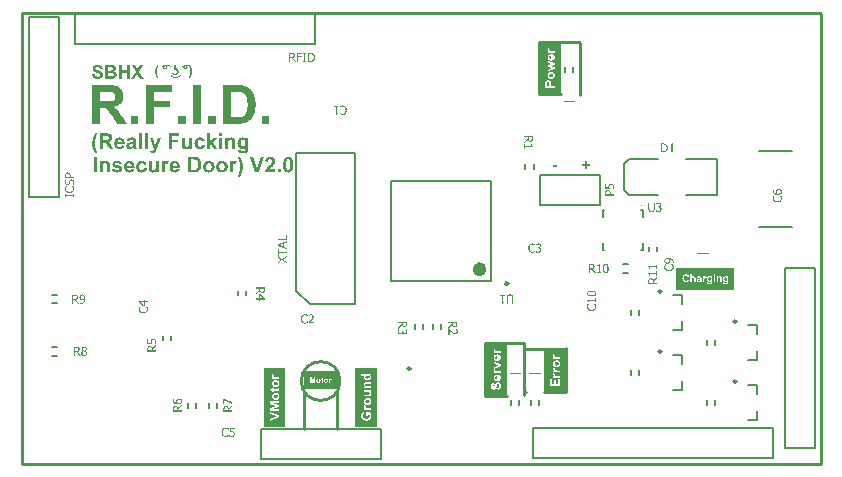
<source format=gto>
%FSLAX25Y25*%
%MOIN*%
G70*
G01*
G75*
%ADD10R,0.03150X0.03150*%
%ADD11R,0.03543X0.02756*%
%ADD12R,0.04724X0.13780*%
%ADD13R,0.04331X0.05512*%
%ADD14R,0.05512X0.04331*%
%ADD15R,0.02756X0.03543*%
%ADD16O,0.07087X0.01181*%
%ADD17O,0.01181X0.07087*%
%ADD18R,0.05512X0.26378*%
%ADD19R,0.03543X0.03150*%
%ADD20R,0.09055X0.09055*%
%ADD21R,0.09764X0.06102*%
%ADD22R,0.01181X0.02559*%
%ADD23R,0.05709X0.02362*%
%ADD24O,0.02165X0.00984*%
%ADD25R,0.03543X0.05906*%
%ADD26R,0.03150X0.03543*%
%ADD27C,0.01000*%
%ADD28C,0.02000*%
%ADD29C,0.03500*%
%ADD30C,0.05000*%
%ADD31C,0.04000*%
%ADD32C,0.01200*%
%ADD33C,0.01500*%
%ADD34C,0.03000*%
%ADD35C,0.05906*%
%ADD36C,0.08661*%
%ADD37R,0.05906X0.05906*%
%ADD38C,0.06299*%
%ADD39O,0.07874X0.17716*%
%ADD40O,0.07874X0.15748*%
%ADD41O,0.15748X0.07874*%
%ADD42C,0.05906*%
%ADD43R,0.05906X0.05906*%
%ADD44C,0.03000*%
%ADD45C,0.04000*%
%ADD46R,0.10039X0.03347*%
%ADD47R,0.22441X0.22244*%
%ADD48C,0.00984*%
%ADD49C,0.02362*%
%ADD50C,0.00394*%
%ADD51C,0.00787*%
G36*
X206190Y118800D02*
X205073D01*
X203238Y123931D01*
X204355D01*
X205659Y120135D01*
X206909Y123931D01*
X208018D01*
X206190Y118800D01*
D02*
G37*
G36*
X167242Y122588D02*
X167304D01*
X167367Y122580D01*
X167523Y122557D01*
X167695Y122525D01*
X167874Y122471D01*
X168046Y122400D01*
X168210Y122299D01*
X168218D01*
X168226Y122283D01*
X168280Y122244D01*
X168351Y122174D01*
X168437Y122080D01*
X168530Y121955D01*
X168632Y121807D01*
X168718Y121627D01*
X168796Y121416D01*
X167827Y121245D01*
Y121260D01*
X167820Y121291D01*
X167804Y121338D01*
X167781Y121401D01*
X167749Y121471D01*
X167710Y121541D01*
X167664Y121612D01*
X167601Y121674D01*
X167593Y121682D01*
X167570Y121697D01*
X167531Y121721D01*
X167484Y121752D01*
X167414Y121776D01*
X167335Y121799D01*
X167250Y121815D01*
X167148Y121823D01*
X167086D01*
X167023Y121807D01*
X166937Y121791D01*
X166843Y121760D01*
X166750Y121713D01*
X166648Y121651D01*
X166562Y121565D01*
X166554Y121549D01*
X166531Y121518D01*
X166492Y121455D01*
X166453Y121362D01*
X166414Y121245D01*
X166375Y121096D01*
X166351Y120924D01*
X166344Y120823D01*
Y120713D01*
Y120706D01*
Y120682D01*
Y120651D01*
Y120604D01*
X166351Y120549D01*
X166359Y120487D01*
X166375Y120346D01*
X166398Y120190D01*
X166437Y120042D01*
X166492Y119893D01*
X166523Y119831D01*
X166562Y119776D01*
X166570Y119768D01*
X166601Y119737D01*
X166648Y119690D01*
X166718Y119643D01*
X166804Y119597D01*
X166906Y119550D01*
X167023Y119518D01*
X167156Y119511D01*
X167203D01*
X167257Y119518D01*
X167320Y119534D01*
X167390Y119550D01*
X167468Y119573D01*
X167546Y119612D01*
X167617Y119667D01*
X167624Y119675D01*
X167648Y119698D01*
X167679Y119737D01*
X167718Y119792D01*
X167757Y119870D01*
X167804Y119964D01*
X167843Y120081D01*
X167874Y120214D01*
X168843Y120050D01*
Y120042D01*
X168835Y120018D01*
X168827Y119987D01*
X168812Y119940D01*
X168796Y119886D01*
X168772Y119823D01*
X168710Y119675D01*
X168632Y119511D01*
X168530Y119339D01*
X168405Y119183D01*
X168335Y119112D01*
X168257Y119042D01*
X168249D01*
X168241Y119027D01*
X168210Y119011D01*
X168179Y118987D01*
X168140Y118964D01*
X168085Y118933D01*
X168023Y118909D01*
X167960Y118878D01*
X167882Y118847D01*
X167796Y118816D01*
X167702Y118784D01*
X167601Y118761D01*
X167375Y118722D01*
X167250Y118714D01*
X167117Y118706D01*
X167039D01*
X166984Y118714D01*
X166914Y118722D01*
X166836Y118730D01*
X166750Y118745D01*
X166648Y118769D01*
X166445Y118831D01*
X166336Y118870D01*
X166226Y118917D01*
X166117Y118980D01*
X166016Y119050D01*
X165914Y119128D01*
X165820Y119214D01*
X165813Y119222D01*
X165797Y119237D01*
X165773Y119269D01*
X165742Y119308D01*
X165711Y119362D01*
X165664Y119425D01*
X165625Y119503D01*
X165578Y119589D01*
X165531Y119683D01*
X165492Y119792D01*
X165445Y119909D01*
X165414Y120034D01*
X165383Y120175D01*
X165359Y120323D01*
X165344Y120479D01*
X165336Y120643D01*
Y120651D01*
Y120682D01*
Y120729D01*
X165344Y120799D01*
X165352Y120870D01*
X165359Y120963D01*
X165375Y121065D01*
X165399Y121166D01*
X165453Y121401D01*
X165492Y121518D01*
X165539Y121635D01*
X165594Y121760D01*
X165664Y121869D01*
X165734Y121979D01*
X165820Y122080D01*
X165828Y122088D01*
X165844Y122104D01*
X165867Y122127D01*
X165906Y122158D01*
X165961Y122197D01*
X166016Y122244D01*
X166086Y122291D01*
X166164Y122338D01*
X166258Y122385D01*
X166351Y122432D01*
X166461Y122478D01*
X166578Y122518D01*
X166703Y122549D01*
X166836Y122572D01*
X166984Y122588D01*
X167132Y122596D01*
X167195D01*
X167242Y122588D01*
D02*
G37*
G36*
X159119D02*
X159197Y122580D01*
X159361Y122564D01*
X159541Y122533D01*
X159736Y122494D01*
X159908Y122432D01*
X159994Y122393D01*
X160064Y122346D01*
X160072D01*
X160080Y122338D01*
X160127Y122299D01*
X160189Y122244D01*
X160267Y122158D01*
X160353Y122057D01*
X160439Y121932D01*
X160517Y121791D01*
X160580Y121619D01*
X159650Y121448D01*
Y121455D01*
X159635Y121479D01*
X159619Y121518D01*
X159596Y121565D01*
X159564Y121619D01*
X159526Y121674D01*
X159479Y121729D01*
X159416Y121776D01*
X159408Y121783D01*
X159385Y121791D01*
X159346Y121815D01*
X159299Y121838D01*
X159229Y121854D01*
X159151Y121877D01*
X159057Y121885D01*
X158948Y121893D01*
X158885D01*
X158815Y121885D01*
X158729Y121877D01*
X158549Y121846D01*
X158463Y121823D01*
X158393Y121783D01*
X158385D01*
X158377Y121768D01*
X158338Y121729D01*
X158299Y121666D01*
X158291Y121627D01*
X158284Y121580D01*
Y121573D01*
Y121565D01*
X158299Y121518D01*
X158323Y121455D01*
X158346Y121432D01*
X158377Y121401D01*
X158385Y121393D01*
X158409Y121385D01*
X158463Y121362D01*
X158494Y121346D01*
X158541Y121330D01*
X158596Y121307D01*
X158659Y121291D01*
X158737Y121268D01*
X158823Y121237D01*
X158916Y121213D01*
X159026Y121182D01*
X159151Y121151D01*
X159291Y121120D01*
X159299D01*
X159322Y121112D01*
X159369Y121104D01*
X159416Y121088D01*
X159486Y121073D01*
X159557Y121049D01*
X159729Y121002D01*
X159908Y120940D01*
X160088Y120862D01*
X160252Y120776D01*
X160330Y120729D01*
X160392Y120682D01*
X160408Y120667D01*
X160439Y120635D01*
X160494Y120573D01*
X160549Y120495D01*
X160603Y120393D01*
X160658Y120261D01*
X160689Y120120D01*
X160705Y119948D01*
Y119940D01*
Y119925D01*
Y119901D01*
X160697Y119862D01*
X160689Y119823D01*
X160681Y119768D01*
X160650Y119651D01*
X160603Y119511D01*
X160525Y119362D01*
X160478Y119292D01*
X160416Y119214D01*
X160353Y119144D01*
X160275Y119073D01*
X160267D01*
X160260Y119058D01*
X160228Y119042D01*
X160197Y119019D01*
X160150Y118987D01*
X160096Y118956D01*
X160033Y118925D01*
X159963Y118894D01*
X159877Y118855D01*
X159783Y118823D01*
X159682Y118792D01*
X159564Y118761D01*
X159447Y118737D01*
X159315Y118722D01*
X159166Y118714D01*
X159018Y118706D01*
X158948D01*
X158893Y118714D01*
X158830D01*
X158752Y118722D01*
X158674Y118730D01*
X158580Y118745D01*
X158393Y118784D01*
X158190Y118831D01*
X157995Y118909D01*
X157815Y119011D01*
X157807D01*
X157799Y119027D01*
X157776Y119042D01*
X157745Y119065D01*
X157667Y119136D01*
X157581Y119229D01*
X157487Y119347D01*
X157393Y119495D01*
X157307Y119659D01*
X157245Y119846D01*
X158229Y119995D01*
Y119979D01*
X158245Y119948D01*
X158260Y119893D01*
X158284Y119831D01*
X158315Y119761D01*
X158362Y119690D01*
X158416Y119620D01*
X158479Y119558D01*
X158487Y119550D01*
X158518Y119534D01*
X158557Y119511D01*
X158619Y119487D01*
X158698Y119464D01*
X158791Y119440D01*
X158893Y119425D01*
X159018Y119417D01*
X159080D01*
X159151Y119425D01*
X159229Y119433D01*
X159322Y119448D01*
X159416Y119472D01*
X159510Y119503D01*
X159588Y119550D01*
X159596Y119558D01*
X159611Y119565D01*
X159627Y119589D01*
X159658Y119620D01*
X159697Y119706D01*
X159713Y119761D01*
X159721Y119815D01*
Y119823D01*
Y119839D01*
X159713Y119886D01*
X159689Y119940D01*
X159650Y120003D01*
X159635Y120018D01*
X159611Y120026D01*
X159580Y120050D01*
X159533Y120065D01*
X159479Y120089D01*
X159400Y120112D01*
X159315Y120135D01*
X159299D01*
X159260Y120151D01*
X159205Y120159D01*
X159127Y120182D01*
X159033Y120206D01*
X158924Y120229D01*
X158807Y120261D01*
X158682Y120292D01*
X158424Y120362D01*
X158299Y120401D01*
X158174Y120448D01*
X158065Y120487D01*
X157964Y120526D01*
X157878Y120573D01*
X157807Y120612D01*
X157799D01*
X157792Y120627D01*
X157737Y120667D01*
X157667Y120737D01*
X157589Y120831D01*
X157510Y120948D01*
X157440Y121096D01*
X157386Y121260D01*
X157378Y121354D01*
X157370Y121448D01*
Y121455D01*
Y121471D01*
Y121494D01*
X157378Y121526D01*
X157393Y121619D01*
X157417Y121729D01*
X157464Y121862D01*
X157526Y121994D01*
X157620Y122135D01*
X157682Y122197D01*
X157745Y122260D01*
X157753Y122268D01*
X157760Y122275D01*
X157784Y122291D01*
X157815Y122315D01*
X157862Y122338D01*
X157909Y122369D01*
X157971Y122400D01*
X158034Y122432D01*
X158112Y122463D01*
X158206Y122486D01*
X158299Y122518D01*
X158409Y122541D01*
X158526Y122564D01*
X158651Y122580D01*
X158783Y122596D01*
X159057D01*
X159119Y122588D01*
D02*
G37*
G36*
X322575Y112889D02*
X322619Y112884D01*
X322677Y112874D01*
X322741Y112864D01*
X322804Y112845D01*
X322872Y112820D01*
X322882Y112815D01*
X322902Y112806D01*
X322931Y112791D01*
X322975Y112771D01*
X323019Y112742D01*
X323068Y112713D01*
X323121Y112674D01*
X323170Y112630D01*
X323175Y112625D01*
X323195Y112601D01*
X323224Y112571D01*
X323253Y112527D01*
X323292Y112474D01*
X323331Y112410D01*
X323365Y112342D01*
X323399Y112264D01*
X323404Y112254D01*
X323409Y112225D01*
X323424Y112181D01*
X323439Y112118D01*
X323453Y112044D01*
X323463Y111952D01*
X323473Y111849D01*
X323478Y111737D01*
Y111400D01*
X324600D01*
Y111000D01*
X321589D01*
Y111751D01*
Y111756D01*
Y111761D01*
Y111776D01*
Y111795D01*
Y111844D01*
X321594Y111908D01*
X321599Y111976D01*
X321609Y112054D01*
X321623Y112127D01*
X321638Y112200D01*
Y112210D01*
X321648Y112235D01*
X321657Y112269D01*
X321672Y112313D01*
X321691Y112366D01*
X321716Y112420D01*
X321745Y112479D01*
X321779Y112532D01*
X321784Y112542D01*
X321799Y112562D01*
X321823Y112591D01*
X321857Y112630D01*
X321901Y112674D01*
X321950Y112718D01*
X322009Y112757D01*
X322072Y112796D01*
X322082Y112801D01*
X322101Y112811D01*
X322141Y112825D01*
X322189Y112845D01*
X322253Y112864D01*
X322326Y112879D01*
X322409Y112889D01*
X322502Y112893D01*
X322536D01*
X322575Y112889D01*
D02*
G37*
G36*
X232694Y140693D02*
X232147D01*
Y138672D01*
X232694D01*
Y138399D01*
X232645D01*
X232587Y138394D01*
X232523Y138389D01*
X232450Y138379D01*
X232372Y138365D01*
X232304Y138345D01*
X232240Y138316D01*
X232235Y138311D01*
X232216Y138296D01*
X232191Y138277D01*
X232162Y138243D01*
X232133Y138194D01*
X232108Y138135D01*
X232089Y138067D01*
X232074Y137979D01*
X231757D01*
Y140693D01*
X231225D01*
Y141000D01*
X232694D01*
Y140693D01*
D02*
G37*
G36*
X323722Y115006D02*
X323775Y115002D01*
X323839Y114992D01*
X323907Y114982D01*
X323975Y114963D01*
X324049Y114938D01*
X324058Y114933D01*
X324078Y114924D01*
X324112Y114909D01*
X324156Y114889D01*
X324210Y114860D01*
X324263Y114826D01*
X324317Y114787D01*
X324371Y114743D01*
X324376Y114738D01*
X324395Y114719D01*
X324419Y114694D01*
X324449Y114655D01*
X324483Y114611D01*
X324517Y114558D01*
X324551Y114494D01*
X324585Y114426D01*
X324590Y114416D01*
X324595Y114392D01*
X324610Y114353D01*
X324624Y114304D01*
X324639Y114240D01*
X324649Y114172D01*
X324659Y114094D01*
X324663Y114006D01*
Y113996D01*
Y113967D01*
X324659Y113928D01*
Y113874D01*
X324654Y113806D01*
X324644Y113738D01*
X324615Y113582D01*
Y113572D01*
X324605Y113547D01*
X324595Y113508D01*
X324581Y113460D01*
X324566Y113401D01*
X324546Y113342D01*
X324522Y113279D01*
X324493Y113220D01*
X324063D01*
Y113245D01*
X324068Y113255D01*
X324088Y113279D01*
X324117Y113323D01*
X324146Y113377D01*
Y113381D01*
X324151Y113391D01*
X324161Y113411D01*
X324171Y113435D01*
X324185Y113464D01*
X324200Y113499D01*
X324229Y113572D01*
Y113577D01*
X324234Y113591D01*
X324244Y113616D01*
X324254Y113645D01*
X324278Y113713D01*
X324297Y113786D01*
Y113791D01*
X324302Y113806D01*
Y113826D01*
X324307Y113855D01*
X324312Y113884D01*
Y113923D01*
X324317Y114011D01*
Y114016D01*
Y114031D01*
X324312Y114055D01*
Y114084D01*
X324307Y114123D01*
X324297Y114162D01*
X324273Y114245D01*
Y114250D01*
X324263Y114265D01*
X324254Y114289D01*
X324239Y114313D01*
X324195Y114377D01*
X324166Y114411D01*
X324131Y114445D01*
X324127Y114450D01*
X324117Y114460D01*
X324097Y114470D01*
X324073Y114489D01*
X324044Y114504D01*
X324009Y114523D01*
X323927Y114558D01*
X323922D01*
X323907Y114562D01*
X323878Y114572D01*
X323844Y114582D01*
X323805Y114587D01*
X323756Y114597D01*
X323697Y114601D01*
X323580D01*
X323546Y114597D01*
X323458Y114582D01*
X323414Y114572D01*
X323375Y114558D01*
X323370D01*
X323356Y114548D01*
X323336Y114538D01*
X323312Y114523D01*
X323253Y114484D01*
X323199Y114431D01*
X323195Y114426D01*
X323185Y114416D01*
X323175Y114397D01*
X323155Y114372D01*
X323141Y114338D01*
X323121Y114304D01*
X323092Y114216D01*
Y114211D01*
X323087Y114191D01*
X323082Y114167D01*
X323073Y114133D01*
X323068Y114089D01*
X323063Y114045D01*
X323058Y113991D01*
Y113933D01*
Y113928D01*
Y113904D01*
Y113874D01*
X323063Y113830D01*
Y113782D01*
X323068Y113728D01*
X323087Y113606D01*
Y113601D01*
X323092Y113577D01*
X323097Y113547D01*
X323102Y113513D01*
X323116Y113425D01*
X323121Y113381D01*
X323131Y113342D01*
X321589D01*
Y114992D01*
X321936D01*
Y113733D01*
X322746D01*
Y113738D01*
Y113743D01*
X322741Y113777D01*
X322736Y113821D01*
X322731Y113869D01*
Y113874D01*
Y113884D01*
X322726Y113913D01*
Y113957D01*
Y114001D01*
Y114006D01*
Y114011D01*
Y114040D01*
Y114084D01*
X322731Y114138D01*
X322736Y114201D01*
X322741Y114265D01*
X322750Y114328D01*
X322765Y114392D01*
Y114401D01*
X322775Y114421D01*
X322785Y114450D01*
X322799Y114489D01*
X322819Y114538D01*
X322843Y114592D01*
X322877Y114645D01*
X322916Y114699D01*
X322921Y114704D01*
X322936Y114723D01*
X322960Y114753D01*
X322994Y114787D01*
X323033Y114821D01*
X323082Y114860D01*
X323136Y114894D01*
X323199Y114928D01*
X323209Y114933D01*
X323229Y114943D01*
X323268Y114953D01*
X323317Y114972D01*
X323385Y114987D01*
X323458Y114997D01*
X323546Y115006D01*
X323643Y115011D01*
X323683D01*
X323722Y115006D01*
D02*
G37*
G36*
X172896Y118800D02*
X171982D01*
Y119354D01*
X171975Y119339D01*
X171943Y119308D01*
X171904Y119253D01*
X171842Y119183D01*
X171764Y119105D01*
X171670Y119027D01*
X171561Y118948D01*
X171443Y118878D01*
X171428Y118870D01*
X171389Y118855D01*
X171319Y118823D01*
X171233Y118792D01*
X171131Y118761D01*
X171014Y118730D01*
X170881Y118714D01*
X170748Y118706D01*
X170686D01*
X170616Y118714D01*
X170522Y118730D01*
X170420Y118745D01*
X170311Y118777D01*
X170194Y118816D01*
X170077Y118870D01*
X170061Y118878D01*
X170030Y118902D01*
X169975Y118941D01*
X169913Y118987D01*
X169843Y119058D01*
X169772Y119136D01*
X169702Y119229D01*
X169647Y119331D01*
X169639Y119347D01*
X169632Y119386D01*
X169608Y119456D01*
X169585Y119550D01*
X169561Y119667D01*
X169546Y119808D01*
X169530Y119972D01*
X169522Y120159D01*
Y122518D01*
X170506D01*
Y120799D01*
Y120792D01*
Y120768D01*
Y120729D01*
Y120674D01*
Y120612D01*
Y120542D01*
X170514Y120385D01*
Y120214D01*
X170530Y120057D01*
Y119987D01*
X170538Y119925D01*
X170545Y119870D01*
X170553Y119831D01*
Y119823D01*
X170561Y119800D01*
X170577Y119768D01*
X170600Y119729D01*
X170662Y119643D01*
X170702Y119597D01*
X170748Y119558D01*
X170756Y119550D01*
X170772Y119542D01*
X170811Y119526D01*
X170850Y119511D01*
X170905Y119487D01*
X170967Y119472D01*
X171037Y119464D01*
X171116Y119456D01*
X171154D01*
X171201Y119464D01*
X171264Y119472D01*
X171334Y119487D01*
X171412Y119511D01*
X171483Y119542D01*
X171561Y119589D01*
X171569Y119597D01*
X171592Y119612D01*
X171631Y119643D01*
X171670Y119683D01*
X171717Y119737D01*
X171764Y119792D01*
X171803Y119862D01*
X171834Y119932D01*
Y119940D01*
X171850Y119979D01*
Y120003D01*
X171857Y120042D01*
X171865Y120089D01*
X171873Y120135D01*
X171881Y120198D01*
X171889Y120268D01*
X171897Y120354D01*
Y120448D01*
X171904Y120549D01*
X171912Y120667D01*
Y120799D01*
Y120940D01*
Y122518D01*
X172896D01*
Y118800D01*
D02*
G37*
G36*
X155449Y122588D02*
X155527Y122580D01*
X155621Y122564D01*
X155722Y122549D01*
X155824Y122518D01*
X155925Y122478D01*
X155941Y122471D01*
X155972Y122455D01*
X156019Y122432D01*
X156073Y122400D01*
X156144Y122353D01*
X156206Y122299D01*
X156277Y122244D01*
X156331Y122174D01*
X156339Y122166D01*
X156355Y122143D01*
X156378Y122104D01*
X156409Y122057D01*
X156440Y121994D01*
X156472Y121924D01*
X156503Y121846D01*
X156526Y121760D01*
Y121752D01*
X156534Y121721D01*
X156542Y121666D01*
X156558Y121596D01*
X156565Y121502D01*
X156573Y121385D01*
X156581Y121252D01*
Y121104D01*
Y118800D01*
X155597D01*
Y120690D01*
Y120698D01*
Y120713D01*
Y120745D01*
Y120784D01*
Y120838D01*
Y120893D01*
X155589Y121010D01*
X155581Y121143D01*
X155566Y121268D01*
X155550Y121377D01*
X155542Y121424D01*
X155527Y121463D01*
Y121471D01*
X155519Y121494D01*
X155503Y121526D01*
X155480Y121565D01*
X155417Y121659D01*
X155324Y121744D01*
X155316Y121752D01*
X155300Y121760D01*
X155269Y121776D01*
X155230Y121799D01*
X155183Y121815D01*
X155121Y121830D01*
X155058Y121838D01*
X154988Y121846D01*
X154941D01*
X154894Y121838D01*
X154832Y121830D01*
X154761Y121815D01*
X154683Y121783D01*
X154605Y121752D01*
X154527Y121705D01*
X154519Y121697D01*
X154496Y121682D01*
X154465Y121651D01*
X154418Y121604D01*
X154379Y121549D01*
X154332Y121487D01*
X154285Y121416D01*
X154254Y121330D01*
Y121323D01*
X154246Y121284D01*
X154230Y121229D01*
X154223Y121143D01*
X154215Y121088D01*
X154207Y121026D01*
X154199Y120956D01*
X154191Y120878D01*
Y120792D01*
X154183Y120698D01*
Y120589D01*
Y120479D01*
Y118800D01*
X153199D01*
Y122518D01*
X154113D01*
Y121971D01*
X154121Y121979D01*
X154137Y121994D01*
X154160Y122026D01*
X154199Y122072D01*
X154246Y122119D01*
X154308Y122166D01*
X154371Y122229D01*
X154449Y122283D01*
X154535Y122338D01*
X154621Y122400D01*
X154722Y122447D01*
X154832Y122502D01*
X154949Y122541D01*
X155066Y122572D01*
X155199Y122588D01*
X155332Y122596D01*
X155386D01*
X155449Y122588D01*
D02*
G37*
G36*
X200756Y130388D02*
X200811Y130380D01*
X200881Y130364D01*
X200959Y130341D01*
X201037Y130318D01*
X201123Y130286D01*
X201217Y130247D01*
X201310Y130200D01*
X201404Y130138D01*
X201498Y130068D01*
X201591Y129990D01*
X201685Y129896D01*
X201771Y129787D01*
Y130318D01*
X202693D01*
Y126975D01*
Y126967D01*
Y126944D01*
Y126912D01*
Y126865D01*
Y126811D01*
X202685Y126748D01*
X202677Y126608D01*
X202669Y126452D01*
X202646Y126288D01*
X202622Y126131D01*
X202599Y126061D01*
X202583Y125999D01*
X202575Y125983D01*
X202560Y125944D01*
X202537Y125882D01*
X202505Y125811D01*
X202458Y125725D01*
X202412Y125639D01*
X202349Y125561D01*
X202279Y125483D01*
X202271Y125475D01*
X202240Y125452D01*
X202201Y125421D01*
X202138Y125374D01*
X202068Y125327D01*
X201974Y125280D01*
X201873Y125233D01*
X201755Y125194D01*
X201740Y125186D01*
X201693Y125179D01*
X201623Y125163D01*
X201529Y125139D01*
X201412Y125116D01*
X201271Y125101D01*
X201107Y125093D01*
X200928Y125085D01*
X200842D01*
X200771Y125093D01*
X200693D01*
X200607Y125101D01*
X200514Y125116D01*
X200404Y125124D01*
X200186Y125163D01*
X199959Y125225D01*
X199858Y125265D01*
X199756Y125303D01*
X199662Y125358D01*
X199584Y125413D01*
X199576Y125421D01*
X199569Y125428D01*
X199522Y125475D01*
X199459Y125546D01*
X199389Y125639D01*
X199319Y125757D01*
X199256Y125897D01*
X199209Y126053D01*
X199202Y126139D01*
X199194Y126233D01*
Y126241D01*
Y126272D01*
Y126303D01*
X199202Y126350D01*
X200326Y126217D01*
Y126209D01*
X200334Y126186D01*
X200342Y126155D01*
X200350Y126108D01*
X200389Y126022D01*
X200420Y125975D01*
X200451Y125944D01*
X200459Y125936D01*
X200475Y125928D01*
X200514Y125913D01*
X200561Y125889D01*
X200623Y125866D01*
X200693Y125850D01*
X200787Y125842D01*
X200889Y125835D01*
X200951D01*
X201021Y125842D01*
X201107Y125850D01*
X201201Y125866D01*
X201295Y125882D01*
X201388Y125913D01*
X201466Y125952D01*
X201474Y125960D01*
X201490Y125967D01*
X201513Y125983D01*
X201537Y126014D01*
X201568Y126046D01*
X201599Y126092D01*
X201630Y126147D01*
X201662Y126209D01*
Y126217D01*
X201670Y126233D01*
X201677Y126264D01*
X201685Y126311D01*
X201693Y126374D01*
X201701Y126452D01*
X201709Y126545D01*
Y126655D01*
Y127209D01*
X201701Y127201D01*
X201685Y127186D01*
X201662Y127155D01*
X201630Y127115D01*
X201584Y127069D01*
X201537Y127014D01*
X201474Y126959D01*
X201404Y126905D01*
X201240Y126795D01*
X201053Y126694D01*
X200951Y126655D01*
X200842Y126623D01*
X200725Y126608D01*
X200600Y126600D01*
X200568D01*
X200529Y126608D01*
X200475D01*
X200412Y126623D01*
X200342Y126631D01*
X200256Y126655D01*
X200170Y126678D01*
X200076Y126709D01*
X199983Y126756D01*
X199881Y126803D01*
X199780Y126865D01*
X199686Y126936D01*
X199592Y127022D01*
X199498Y127123D01*
X199413Y127233D01*
Y127240D01*
X199397Y127256D01*
X199381Y127287D01*
X199358Y127326D01*
X199334Y127373D01*
X199303Y127428D01*
X199280Y127498D01*
X199249Y127576D01*
X199217Y127662D01*
X199186Y127756D01*
X199155Y127857D01*
X199131Y127967D01*
X199092Y128209D01*
X199084Y128342D01*
X199077Y128474D01*
Y128482D01*
Y128513D01*
Y128560D01*
X199084Y128631D01*
X199092Y128709D01*
X199100Y128795D01*
X199116Y128896D01*
X199131Y128998D01*
X199186Y129232D01*
X199225Y129349D01*
X199264Y129466D01*
X199319Y129583D01*
X199373Y129693D01*
X199444Y129802D01*
X199522Y129896D01*
X199530Y129904D01*
X199545Y129919D01*
X199569Y129943D01*
X199600Y129974D01*
X199647Y130013D01*
X199701Y130052D01*
X199756Y130099D01*
X199826Y130146D01*
X199905Y130193D01*
X199990Y130239D01*
X200178Y130318D01*
X200287Y130349D01*
X200397Y130372D01*
X200514Y130388D01*
X200639Y130396D01*
X200709D01*
X200756Y130388D01*
D02*
G37*
G36*
X159839D02*
X159909Y130380D01*
X159988Y130364D01*
X160081Y130349D01*
X160175Y130325D01*
X160277Y130294D01*
X160386Y130263D01*
X160495Y130216D01*
X160605Y130161D01*
X160714Y130099D01*
X160816Y130021D01*
X160917Y129943D01*
X161011Y129841D01*
X161019Y129833D01*
X161034Y129818D01*
X161058Y129787D01*
X161089Y129740D01*
X161120Y129677D01*
X161159Y129607D01*
X161206Y129529D01*
X161245Y129427D01*
X161292Y129318D01*
X161331Y129193D01*
X161370Y129052D01*
X161409Y128904D01*
X161433Y128740D01*
X161456Y128568D01*
X161471Y128373D01*
Y128170D01*
X159011D01*
Y128162D01*
Y128154D01*
Y128131D01*
X159019Y128100D01*
X159027Y128014D01*
X159043Y127920D01*
X159074Y127803D01*
X159113Y127693D01*
X159168Y127584D01*
X159246Y127482D01*
X159254Y127475D01*
X159285Y127444D01*
X159332Y127404D01*
X159402Y127365D01*
X159480Y127319D01*
X159581Y127279D01*
X159691Y127248D01*
X159808Y127240D01*
X159847D01*
X159894Y127248D01*
X159949Y127256D01*
X160003Y127272D01*
X160073Y127295D01*
X160136Y127326D01*
X160198Y127365D01*
X160206Y127373D01*
X160222Y127389D01*
X160253Y127420D01*
X160284Y127467D01*
X160324Y127522D01*
X160370Y127592D01*
X160409Y127670D01*
X160441Y127771D01*
X161417Y127608D01*
Y127600D01*
X161409Y127584D01*
X161393Y127553D01*
X161378Y127522D01*
X161362Y127475D01*
X161331Y127420D01*
X161268Y127303D01*
X161182Y127170D01*
X161081Y127037D01*
X160956Y126905D01*
X160816Y126787D01*
X160808D01*
X160800Y126772D01*
X160776Y126764D01*
X160745Y126741D01*
X160706Y126725D01*
X160652Y126701D01*
X160534Y126647D01*
X160386Y126592D01*
X160214Y126553D01*
X160019Y126522D01*
X159800Y126506D01*
X159761D01*
X159706Y126514D01*
X159644D01*
X159558Y126530D01*
X159472Y126538D01*
X159371Y126561D01*
X159261Y126584D01*
X159144Y126616D01*
X159027Y126663D01*
X158902Y126709D01*
X158785Y126772D01*
X158668Y126842D01*
X158558Y126928D01*
X158457Y127030D01*
X158363Y127139D01*
Y127147D01*
X158347Y127162D01*
X158332Y127194D01*
X158308Y127233D01*
X158277Y127279D01*
X158246Y127342D01*
X158215Y127412D01*
X158184Y127490D01*
X158152Y127576D01*
X158121Y127678D01*
X158090Y127779D01*
X158059Y127896D01*
X158019Y128146D01*
X158012Y128279D01*
X158004Y128420D01*
Y128428D01*
Y128459D01*
Y128506D01*
X158012Y128576D01*
X158019Y128646D01*
X158027Y128740D01*
X158043Y128841D01*
X158066Y128943D01*
X158121Y129177D01*
X158160Y129295D01*
X158207Y129419D01*
X158262Y129537D01*
X158324Y129654D01*
X158394Y129763D01*
X158480Y129865D01*
X158488Y129872D01*
X158504Y129888D01*
X158527Y129911D01*
X158566Y129950D01*
X158613Y129990D01*
X158676Y130036D01*
X158738Y130083D01*
X158816Y130130D01*
X158902Y130177D01*
X158988Y130232D01*
X159090Y130271D01*
X159199Y130310D01*
X159316Y130349D01*
X159433Y130372D01*
X159566Y130388D01*
X159699Y130396D01*
X159777D01*
X159839Y130388D01*
D02*
G37*
G36*
X155497Y131723D02*
X155661D01*
X155747Y131716D01*
X155942Y131700D01*
X156137Y131669D01*
X156325Y131637D01*
X156411Y131614D01*
X156481Y131591D01*
X156489D01*
X156497Y131583D01*
X156543Y131567D01*
X156614Y131528D01*
X156700Y131473D01*
X156793Y131403D01*
X156895Y131317D01*
X156989Y131216D01*
X157082Y131091D01*
X157090Y131075D01*
X157121Y131028D01*
X157153Y130958D01*
X157200Y130856D01*
X157238Y130739D01*
X157278Y130606D01*
X157301Y130450D01*
X157309Y130286D01*
Y130279D01*
Y130263D01*
Y130232D01*
X157301Y130193D01*
Y130138D01*
X157293Y130083D01*
X157270Y129950D01*
X157223Y129802D01*
X157160Y129638D01*
X157082Y129482D01*
X157028Y129404D01*
X156965Y129333D01*
Y129326D01*
X156949Y129318D01*
X156926Y129302D01*
X156903Y129271D01*
X156864Y129248D01*
X156825Y129209D01*
X156770Y129169D01*
X156715Y129130D01*
X156645Y129091D01*
X156575Y129052D01*
X156489Y129013D01*
X156395Y128974D01*
X156301Y128935D01*
X156192Y128904D01*
X156083Y128881D01*
X155958Y128857D01*
X155965D01*
X155973Y128849D01*
X156012Y128826D01*
X156075Y128787D01*
X156153Y128732D01*
X156239Y128670D01*
X156333Y128592D01*
X156426Y128513D01*
X156512Y128428D01*
X156520Y128420D01*
X156551Y128381D01*
X156598Y128326D01*
X156668Y128240D01*
X156754Y128123D01*
X156848Y127982D01*
X156911Y127896D01*
X156965Y127803D01*
X157028Y127709D01*
X157098Y127600D01*
X157723Y126600D01*
X156481D01*
X155747Y127709D01*
X155739Y127717D01*
X155731Y127732D01*
X155708Y127764D01*
X155684Y127803D01*
X155653Y127857D01*
X155614Y127904D01*
X155528Y128029D01*
X155442Y128162D01*
X155349Y128279D01*
X155263Y128389D01*
X155231Y128435D01*
X155200Y128467D01*
X155192Y128474D01*
X155177Y128490D01*
X155145Y128521D01*
X155106Y128552D01*
X155005Y128623D01*
X154950Y128654D01*
X154888Y128677D01*
X154880D01*
X154856Y128685D01*
X154817Y128701D01*
X154763Y128709D01*
X154692Y128724D01*
X154606Y128732D01*
X154497Y128740D01*
X154169D01*
Y126600D01*
X153130D01*
Y131731D01*
X155427D01*
X155497Y131723D01*
D02*
G37*
G36*
X152373Y131801D02*
X152357Y131770D01*
X152334Y131716D01*
X152303Y131637D01*
X152263Y131552D01*
X152217Y131442D01*
X152170Y131325D01*
X152115Y131192D01*
X152060Y131052D01*
X152006Y130911D01*
X151897Y130606D01*
X151795Y130302D01*
X151717Y130005D01*
Y129997D01*
X151709Y129974D01*
X151701Y129935D01*
X151686Y129880D01*
X151678Y129810D01*
X151662Y129724D01*
X151646Y129638D01*
X151631Y129529D01*
X151608Y129419D01*
X151592Y129295D01*
X151568Y129029D01*
X151545Y128740D01*
X151537Y128435D01*
Y128428D01*
Y128412D01*
Y128381D01*
Y128334D01*
Y128287D01*
X151545Y128225D01*
Y128146D01*
X151553Y128068D01*
X151561Y127896D01*
X151584Y127693D01*
X151608Y127482D01*
X151639Y127256D01*
Y127248D01*
X151646Y127233D01*
Y127194D01*
X151662Y127155D01*
X151670Y127100D01*
X151686Y127037D01*
X151701Y126967D01*
X151717Y126889D01*
X151756Y126717D01*
X151811Y126522D01*
X151873Y126327D01*
X151936Y126124D01*
Y126116D01*
X151943Y126108D01*
X151951Y126084D01*
X151959Y126061D01*
X151975Y126022D01*
X151990Y125975D01*
X152014Y125920D01*
X152037Y125858D01*
X152068Y125788D01*
X152100Y125717D01*
X152170Y125538D01*
X152263Y125327D01*
X152373Y125093D01*
X151701D01*
X151693Y125101D01*
X151678Y125132D01*
X151646Y125171D01*
X151615Y125233D01*
X151568Y125311D01*
X151514Y125397D01*
X151459Y125499D01*
X151397Y125608D01*
X151334Y125725D01*
X151264Y125858D01*
X151194Y125999D01*
X151131Y126147D01*
X150998Y126452D01*
X150881Y126772D01*
Y126780D01*
X150865Y126811D01*
X150858Y126858D01*
X150834Y126920D01*
X150819Y126998D01*
X150795Y127092D01*
X150764Y127194D01*
X150741Y127311D01*
X150717Y127428D01*
X150686Y127561D01*
X150647Y127850D01*
X150616Y128146D01*
X150600Y128451D01*
Y128467D01*
Y128498D01*
Y128552D01*
X150608Y128623D01*
Y128717D01*
X150616Y128818D01*
X150631Y128943D01*
X150647Y129068D01*
X150663Y129216D01*
X150686Y129365D01*
X150748Y129685D01*
X150834Y130021D01*
X150881Y130193D01*
X150944Y130364D01*
Y130372D01*
X150959Y130403D01*
X150975Y130443D01*
X150998Y130497D01*
X151030Y130568D01*
X151061Y130646D01*
X151108Y130739D01*
X151154Y130841D01*
X151264Y131067D01*
X151389Y131309D01*
X151545Y131567D01*
X151709Y131817D01*
X152381D01*
X152373Y131801D01*
D02*
G37*
G36*
X175747Y122588D02*
X175833Y122572D01*
X175926Y122549D01*
X176044Y122518D01*
X176161Y122471D01*
X176278Y122408D01*
X175973Y121549D01*
X175965Y121557D01*
X175934Y121573D01*
X175880Y121604D01*
X175825Y121635D01*
X175747Y121659D01*
X175669Y121690D01*
X175591Y121705D01*
X175505Y121713D01*
X175473D01*
X175434Y121705D01*
X175388Y121697D01*
X175333Y121682D01*
X175270Y121666D01*
X175208Y121635D01*
X175153Y121596D01*
X175145Y121588D01*
X175130Y121573D01*
X175106Y121541D01*
X175075Y121502D01*
X175036Y121448D01*
X174997Y121370D01*
X174958Y121284D01*
X174927Y121182D01*
Y121166D01*
X174919Y121151D01*
X174911Y121120D01*
Y121088D01*
X174903Y121042D01*
X174896Y120979D01*
X174888Y120916D01*
X174880Y120838D01*
X174872Y120753D01*
X174864Y120651D01*
Y120534D01*
X174856Y120409D01*
X174849Y120268D01*
Y120112D01*
Y119940D01*
Y118800D01*
X173865D01*
Y122518D01*
X174778D01*
Y121994D01*
X174786Y122002D01*
X174817Y122049D01*
X174864Y122111D01*
X174919Y122189D01*
X174981Y122275D01*
X175052Y122353D01*
X175130Y122424D01*
X175200Y122478D01*
X175208Y122486D01*
X175231Y122494D01*
X175270Y122518D01*
X175325Y122541D01*
X175388Y122557D01*
X175458Y122580D01*
X175536Y122588D01*
X175622Y122596D01*
X175677D01*
X175747Y122588D01*
D02*
G37*
G36*
X198427D02*
X198513Y122572D01*
X198607Y122549D01*
X198724Y122518D01*
X198841Y122471D01*
X198958Y122408D01*
X198654Y121549D01*
X198646Y121557D01*
X198615Y121573D01*
X198560Y121604D01*
X198505Y121635D01*
X198427Y121659D01*
X198349Y121690D01*
X198271Y121705D01*
X198185Y121713D01*
X198154D01*
X198115Y121705D01*
X198068Y121697D01*
X198013Y121682D01*
X197951Y121666D01*
X197888Y121635D01*
X197834Y121596D01*
X197826Y121588D01*
X197810Y121573D01*
X197787Y121541D01*
X197755Y121502D01*
X197716Y121448D01*
X197677Y121370D01*
X197638Y121284D01*
X197607Y121182D01*
Y121166D01*
X197599Y121151D01*
X197591Y121120D01*
Y121088D01*
X197584Y121042D01*
X197576Y120979D01*
X197568Y120916D01*
X197560Y120838D01*
X197552Y120753D01*
X197545Y120651D01*
Y120534D01*
X197537Y120409D01*
X197529Y120268D01*
Y120112D01*
Y119940D01*
Y118800D01*
X196545D01*
Y122518D01*
X197459D01*
Y121994D01*
X197466Y122002D01*
X197498Y122049D01*
X197545Y122111D01*
X197599Y122189D01*
X197662Y122275D01*
X197732Y122353D01*
X197810Y122424D01*
X197880Y122478D01*
X197888Y122486D01*
X197912Y122494D01*
X197951Y122518D01*
X198005Y122541D01*
X198068Y122557D01*
X198138Y122580D01*
X198216Y122588D01*
X198302Y122596D01*
X198357D01*
X198427Y122588D01*
D02*
G37*
G36*
X364696Y79443D02*
X345400D01*
Y86805D01*
X364696D01*
Y79443D01*
D02*
G37*
G36*
X234231Y141049D02*
X234261D01*
X234334Y141039D01*
X234417Y141029D01*
X234509Y141015D01*
X234607Y140990D01*
X234700Y140956D01*
X234705D01*
X234709Y140951D01*
X234739Y140937D01*
X234788Y140917D01*
X234846Y140883D01*
X234910Y140844D01*
X234983Y140790D01*
X235056Y140732D01*
X235124Y140663D01*
X235134Y140654D01*
X235154Y140629D01*
X235188Y140585D01*
X235227Y140527D01*
X235271Y140458D01*
X235319Y140375D01*
X235363Y140278D01*
X235402Y140175D01*
Y140170D01*
X235407Y140161D01*
X235412Y140146D01*
X235417Y140122D01*
X235427Y140092D01*
X235432Y140063D01*
X235441Y140024D01*
X235451Y139980D01*
X235471Y139878D01*
X235485Y139765D01*
X235495Y139638D01*
X235500Y139502D01*
Y139497D01*
Y139487D01*
Y139463D01*
Y139438D01*
X235495Y139404D01*
Y139365D01*
X235490Y139277D01*
X235476Y139175D01*
X235461Y139063D01*
X235437Y138950D01*
X235407Y138843D01*
Y138838D01*
X235402Y138828D01*
X235398Y138814D01*
X235388Y138794D01*
X235368Y138741D01*
X235334Y138677D01*
X235295Y138599D01*
X235246Y138516D01*
X235188Y138433D01*
X235124Y138350D01*
X235115Y138340D01*
X235095Y138316D01*
X235056Y138282D01*
X235007Y138238D01*
X234944Y138189D01*
X234871Y138135D01*
X234792Y138087D01*
X234705Y138043D01*
X234700D01*
X234695Y138038D01*
X234680Y138033D01*
X234661Y138028D01*
X234612Y138009D01*
X234543Y137989D01*
X234461Y137970D01*
X234363Y137950D01*
X234261Y137940D01*
X234148Y137935D01*
X234095D01*
X234055Y137940D01*
X234012D01*
X233963Y137945D01*
X233865Y137960D01*
X233860D01*
X233841Y137965D01*
X233816Y137970D01*
X233782Y137974D01*
X233748Y137984D01*
X233704Y137994D01*
X233616Y138018D01*
X233611D01*
X233602Y138023D01*
X233582Y138028D01*
X233558Y138038D01*
X233494Y138062D01*
X233421Y138092D01*
X233416D01*
X233402Y138101D01*
X233382Y138106D01*
X233358Y138121D01*
X233289Y138155D01*
X233216Y138194D01*
Y138672D01*
X233250D01*
X233260Y138663D01*
X233289Y138643D01*
X233328Y138604D01*
X233387Y138560D01*
X233392Y138555D01*
X233402Y138550D01*
X233421Y138536D01*
X233441Y138516D01*
X233470Y138497D01*
X233504Y138472D01*
X233587Y138423D01*
X233592Y138418D01*
X233607Y138414D01*
X233631Y138404D01*
X233660Y138389D01*
X233699Y138375D01*
X233743Y138355D01*
X233841Y138326D01*
X233846D01*
X233865Y138321D01*
X233894Y138311D01*
X233929Y138301D01*
X233977Y138296D01*
X234031Y138287D01*
X234090Y138282D01*
X234187D01*
X234221Y138287D01*
X234270Y138292D01*
X234324Y138301D01*
X234387Y138316D01*
X234451Y138336D01*
X234519Y138365D01*
X234529Y138370D01*
X234548Y138379D01*
X234578Y138399D01*
X234622Y138423D01*
X234665Y138453D01*
X234714Y138497D01*
X234768Y138540D01*
X234817Y138594D01*
X234822Y138599D01*
X234836Y138623D01*
X234861Y138658D01*
X234890Y138701D01*
X234919Y138760D01*
X234953Y138823D01*
X234988Y138902D01*
X235017Y138985D01*
Y138989D01*
X235022Y138994D01*
X235027Y139024D01*
X235036Y139072D01*
X235051Y139136D01*
X235066Y139214D01*
X235075Y139302D01*
X235080Y139394D01*
X235085Y139502D01*
Y139507D01*
Y139516D01*
Y139531D01*
Y139556D01*
Y139580D01*
X235080Y139609D01*
X235075Y139682D01*
X235066Y139765D01*
X235056Y139858D01*
X235036Y139946D01*
X235012Y140034D01*
X235007Y140043D01*
X234997Y140073D01*
X234983Y140112D01*
X234958Y140165D01*
X234929Y140224D01*
X234895Y140287D01*
X234856Y140351D01*
X234807Y140410D01*
X234802Y140414D01*
X234788Y140434D01*
X234758Y140463D01*
X234724Y140492D01*
X234680Y140532D01*
X234631Y140566D01*
X234578Y140605D01*
X234514Y140634D01*
X234505Y140639D01*
X234485Y140644D01*
X234451Y140658D01*
X234407Y140668D01*
X234353Y140683D01*
X234290Y140697D01*
X234221Y140702D01*
X234153Y140707D01*
X234090D01*
X234046Y140702D01*
X233997Y140697D01*
X233943Y140693D01*
X233831Y140668D01*
X233826D01*
X233807Y140658D01*
X233777Y140649D01*
X233743Y140639D01*
X233704Y140624D01*
X233660Y140605D01*
X233568Y140561D01*
X233563Y140556D01*
X233548Y140551D01*
X233528Y140536D01*
X233499Y140522D01*
X233441Y140483D01*
X233377Y140434D01*
X233372Y140429D01*
X233363Y140424D01*
X233348Y140410D01*
X233328Y140395D01*
X233289Y140356D01*
X233250Y140317D01*
X233216D01*
Y140795D01*
X233221D01*
X233236Y140805D01*
X233255Y140815D01*
X233280Y140824D01*
X233338Y140854D01*
X233406Y140888D01*
X233411D01*
X233421Y140893D01*
X233441Y140902D01*
X233465Y140912D01*
X233494Y140927D01*
X233533Y140941D01*
X233616Y140971D01*
X233621D01*
X233641Y140976D01*
X233665Y140981D01*
X233694Y140990D01*
X233733Y141000D01*
X233772Y141010D01*
X233860Y141029D01*
X233865D01*
X233880Y141034D01*
X233904Y141039D01*
X233938D01*
X233982Y141044D01*
X234031Y141049D01*
X234090Y141054D01*
X234202D01*
X234231Y141049D01*
D02*
G37*
G36*
X142575Y118740D02*
X142619Y118735D01*
X142677Y118725D01*
X142741Y118716D01*
X142804Y118696D01*
X142873Y118672D01*
X142882Y118667D01*
X142902Y118657D01*
X142931Y118642D01*
X142975Y118623D01*
X143019Y118594D01*
X143068Y118564D01*
X143121Y118525D01*
X143170Y118481D01*
X143175Y118476D01*
X143195Y118452D01*
X143224Y118423D01*
X143253Y118379D01*
X143292Y118325D01*
X143331Y118262D01*
X143365Y118193D01*
X143400Y118115D01*
X143404Y118105D01*
X143409Y118076D01*
X143424Y118032D01*
X143439Y117969D01*
X143453Y117896D01*
X143463Y117803D01*
X143473Y117701D01*
X143478Y117588D01*
Y117252D01*
X144600D01*
Y116851D01*
X141589D01*
Y117603D01*
Y117608D01*
Y117613D01*
Y117627D01*
Y117647D01*
Y117696D01*
X141594Y117759D01*
X141599Y117827D01*
X141609Y117905D01*
X141623Y117979D01*
X141638Y118052D01*
Y118062D01*
X141648Y118086D01*
X141657Y118120D01*
X141672Y118164D01*
X141692Y118218D01*
X141716Y118271D01*
X141745Y118330D01*
X141779Y118384D01*
X141784Y118393D01*
X141799Y118413D01*
X141823Y118442D01*
X141857Y118481D01*
X141901Y118525D01*
X141950Y118569D01*
X142009Y118608D01*
X142072Y118647D01*
X142082Y118652D01*
X142101Y118662D01*
X142140Y118676D01*
X142189Y118696D01*
X142253Y118716D01*
X142326Y118730D01*
X142409Y118740D01*
X142502Y118745D01*
X142536D01*
X142575Y118740D01*
D02*
G37*
G36*
X143809Y116437D02*
X143853Y116432D01*
X143907Y116422D01*
X143966Y116412D01*
X144029Y116393D01*
X144093Y116368D01*
X144102Y116363D01*
X144122Y116354D01*
X144151Y116339D01*
X144195Y116315D01*
X144239Y116285D01*
X144288Y116251D01*
X144336Y116212D01*
X144385Y116168D01*
X144390Y116163D01*
X144405Y116144D01*
X144429Y116114D01*
X144458Y116071D01*
X144493Y116022D01*
X144527Y115968D01*
X144556Y115905D01*
X144585Y115836D01*
X144590Y115827D01*
X144595Y115802D01*
X144605Y115763D01*
X144620Y115709D01*
X144634Y115646D01*
X144644Y115568D01*
X144649Y115475D01*
X144654Y115378D01*
Y115373D01*
Y115363D01*
Y115348D01*
Y115324D01*
Y115295D01*
X144649Y115261D01*
X144644Y115187D01*
X144639Y115099D01*
X144624Y115007D01*
X144610Y114909D01*
X144590Y114821D01*
Y114816D01*
X144585Y114812D01*
X144576Y114782D01*
X144561Y114738D01*
X144541Y114680D01*
X144517Y114616D01*
X144488Y114543D01*
X144419Y114392D01*
X143917D01*
Y114416D01*
X143927Y114426D01*
X143946Y114450D01*
X143980Y114494D01*
X144024Y114548D01*
X144073Y114616D01*
X144122Y114690D01*
X144166Y114772D01*
X144210Y114865D01*
Y114870D01*
X144214Y114875D01*
X144219Y114890D01*
X144224Y114909D01*
X144239Y114958D01*
X144258Y115021D01*
X144278Y115095D01*
X144293Y115178D01*
X144302Y115265D01*
X144307Y115353D01*
Y115358D01*
Y115368D01*
Y115387D01*
Y115407D01*
X144302Y115436D01*
X144297Y115465D01*
X144288Y115539D01*
X144273Y115622D01*
X144249Y115705D01*
X144214Y115787D01*
X144171Y115856D01*
X144166Y115866D01*
X144146Y115885D01*
X144117Y115910D01*
X144073Y115944D01*
X144019Y115973D01*
X143961Y116002D01*
X143887Y116022D01*
X143805Y116027D01*
X143775D01*
X143741Y116022D01*
X143702Y116017D01*
X143658Y116002D01*
X143609Y115988D01*
X143561Y115963D01*
X143517Y115934D01*
X143512Y115929D01*
X143497Y115919D01*
X143478Y115895D01*
X143453Y115866D01*
X143424Y115827D01*
X143395Y115778D01*
X143370Y115719D01*
X143346Y115651D01*
Y115646D01*
X143341Y115627D01*
X143331Y115602D01*
X143321Y115568D01*
X143312Y115524D01*
X143302Y115480D01*
X143282Y115392D01*
Y115387D01*
X143278Y115373D01*
X143273Y115348D01*
X143263Y115314D01*
X143253Y115275D01*
X143238Y115226D01*
X143224Y115173D01*
X143209Y115109D01*
Y115104D01*
X143204Y115085D01*
X143195Y115056D01*
X143180Y115016D01*
X143165Y114973D01*
X143151Y114924D01*
X143107Y114826D01*
X143102Y114821D01*
X143097Y114807D01*
X143082Y114782D01*
X143063Y114753D01*
X143009Y114685D01*
X142941Y114611D01*
X142936Y114607D01*
X142921Y114597D01*
X142902Y114577D01*
X142877Y114558D01*
X142843Y114533D01*
X142804Y114509D01*
X142711Y114465D01*
X142707D01*
X142687Y114455D01*
X142658Y114450D01*
X142619Y114441D01*
X142575Y114431D01*
X142521Y114426D01*
X142463Y114416D01*
X142365D01*
X142336Y114421D01*
X142306Y114426D01*
X142272Y114431D01*
X142184Y114450D01*
X142087Y114485D01*
X142038Y114509D01*
X141984Y114538D01*
X141936Y114567D01*
X141882Y114607D01*
X141833Y114650D01*
X141784Y114699D01*
X141779Y114704D01*
X141774Y114714D01*
X141760Y114729D01*
X141745Y114753D01*
X141726Y114777D01*
X141706Y114812D01*
X141682Y114851D01*
X141657Y114894D01*
X141638Y114948D01*
X141613Y115002D01*
X141574Y115124D01*
X141545Y115270D01*
X141540Y115343D01*
X141535Y115426D01*
Y115431D01*
Y115436D01*
Y115451D01*
Y115470D01*
X141540Y115519D01*
Y115583D01*
X141550Y115656D01*
X141560Y115734D01*
X141569Y115822D01*
X141589Y115905D01*
Y115910D01*
Y115914D01*
X141599Y115944D01*
X141609Y115988D01*
X141623Y116041D01*
X141643Y116105D01*
X141667Y116178D01*
X141731Y116324D01*
X142209D01*
Y116290D01*
X142204Y116285D01*
X142189Y116266D01*
X142165Y116232D01*
X142131Y116193D01*
X142097Y116139D01*
X142062Y116075D01*
X142023Y116002D01*
X141984Y115924D01*
X141979Y115914D01*
X141970Y115885D01*
X141950Y115841D01*
X141931Y115783D01*
X141916Y115709D01*
X141896Y115631D01*
X141887Y115543D01*
X141882Y115451D01*
Y115446D01*
Y115441D01*
Y115426D01*
Y115407D01*
X141887Y115353D01*
X141896Y115290D01*
X141916Y115221D01*
X141936Y115143D01*
X141970Y115070D01*
X142014Y115002D01*
X142018Y114997D01*
X142038Y114977D01*
X142067Y114948D01*
X142106Y114919D01*
X142155Y114885D01*
X142214Y114860D01*
X142282Y114841D01*
X142355Y114831D01*
X142389D01*
X142423Y114836D01*
X142467Y114846D01*
X142516Y114855D01*
X142565Y114870D01*
X142619Y114894D01*
X142663Y114929D01*
X142667Y114934D01*
X142682Y114948D01*
X142702Y114973D01*
X142726Y115007D01*
X142751Y115046D01*
X142780Y115099D01*
X142804Y115158D01*
X142829Y115226D01*
Y115231D01*
X142833Y115251D01*
X142843Y115275D01*
X142853Y115314D01*
X142863Y115358D01*
X142877Y115412D01*
X142892Y115470D01*
X142907Y115534D01*
Y115543D01*
X142912Y115563D01*
X142921Y115597D01*
X142931Y115641D01*
X142946Y115690D01*
X142960Y115744D01*
X142970Y115792D01*
X142985Y115841D01*
Y115846D01*
X142990Y115856D01*
X142994Y115870D01*
X143004Y115890D01*
X143024Y115949D01*
X143053Y116017D01*
X143097Y116090D01*
X143146Y116163D01*
X143204Y116236D01*
X143273Y116295D01*
X143282Y116300D01*
X143307Y116319D01*
X143346Y116344D01*
X143404Y116368D01*
X143473Y116398D01*
X143551Y116417D01*
X143643Y116437D01*
X143746Y116441D01*
X143775D01*
X143809Y116437D01*
D02*
G37*
G36*
X144395Y114167D02*
X144405Y114153D01*
X144415Y114133D01*
X144424Y114109D01*
X144454Y114050D01*
X144488Y113982D01*
Y113977D01*
X144493Y113967D01*
X144502Y113948D01*
X144512Y113923D01*
X144527Y113894D01*
X144541Y113855D01*
X144571Y113772D01*
Y113767D01*
X144576Y113748D01*
X144580Y113723D01*
X144590Y113694D01*
X144600Y113655D01*
X144610Y113616D01*
X144629Y113528D01*
Y113523D01*
X144634Y113509D01*
X144639Y113484D01*
Y113450D01*
X144644Y113406D01*
X144649Y113357D01*
X144654Y113299D01*
Y113235D01*
Y113230D01*
Y113221D01*
Y113206D01*
Y113187D01*
X144649Y113157D01*
Y113128D01*
X144639Y113055D01*
X144629Y112972D01*
X144615Y112879D01*
X144590Y112781D01*
X144556Y112689D01*
Y112684D01*
X144551Y112679D01*
X144537Y112650D01*
X144517Y112601D01*
X144483Y112542D01*
X144444Y112479D01*
X144390Y112406D01*
X144332Y112332D01*
X144263Y112264D01*
X144254Y112254D01*
X144229Y112235D01*
X144185Y112201D01*
X144127Y112162D01*
X144058Y112118D01*
X143975Y112069D01*
X143878Y112025D01*
X143775Y111986D01*
X143770D01*
X143761Y111981D01*
X143746Y111976D01*
X143722Y111971D01*
X143692Y111962D01*
X143663Y111957D01*
X143624Y111947D01*
X143580Y111937D01*
X143478Y111918D01*
X143365Y111903D01*
X143238Y111893D01*
X143102Y111888D01*
X143038D01*
X143004Y111893D01*
X142965D01*
X142877Y111898D01*
X142775Y111913D01*
X142663Y111927D01*
X142550Y111952D01*
X142443Y111981D01*
X142438D01*
X142428Y111986D01*
X142414Y111991D01*
X142394Y112001D01*
X142341Y112020D01*
X142277Y112054D01*
X142199Y112093D01*
X142116Y112142D01*
X142033Y112201D01*
X141950Y112264D01*
X141940Y112274D01*
X141916Y112293D01*
X141882Y112332D01*
X141838Y112381D01*
X141789Y112445D01*
X141735Y112518D01*
X141687Y112596D01*
X141643Y112684D01*
Y112689D01*
X141638Y112694D01*
X141633Y112708D01*
X141628Y112728D01*
X141609Y112777D01*
X141589Y112845D01*
X141569Y112928D01*
X141550Y113025D01*
X141540Y113128D01*
X141535Y113240D01*
Y113245D01*
Y113265D01*
Y113294D01*
X141540Y113333D01*
Y113377D01*
X141545Y113426D01*
X141560Y113523D01*
Y113528D01*
X141565Y113548D01*
X141569Y113572D01*
X141574Y113606D01*
X141584Y113640D01*
X141594Y113684D01*
X141618Y113772D01*
Y113777D01*
X141623Y113787D01*
X141628Y113806D01*
X141638Y113831D01*
X141662Y113894D01*
X141692Y113967D01*
Y113972D01*
X141701Y113987D01*
X141706Y114006D01*
X141721Y114031D01*
X141755Y114099D01*
X141794Y114172D01*
X142272D01*
Y114138D01*
X142262Y114128D01*
X142243Y114099D01*
X142204Y114060D01*
X142160Y114001D01*
X142155Y113997D01*
X142150Y113987D01*
X142136Y113967D01*
X142116Y113948D01*
X142097Y113918D01*
X142072Y113884D01*
X142023Y113801D01*
X142018Y113796D01*
X142014Y113782D01*
X142004Y113757D01*
X141989Y113728D01*
X141975Y113689D01*
X141955Y113645D01*
X141926Y113548D01*
Y113543D01*
X141921Y113523D01*
X141911Y113494D01*
X141901Y113460D01*
X141896Y113411D01*
X141887Y113357D01*
X141882Y113299D01*
Y113235D01*
Y113225D01*
Y113201D01*
X141887Y113167D01*
X141892Y113118D01*
X141901Y113065D01*
X141916Y113001D01*
X141936Y112938D01*
X141965Y112869D01*
X141970Y112859D01*
X141979Y112840D01*
X141999Y112811D01*
X142023Y112767D01*
X142053Y112723D01*
X142097Y112674D01*
X142140Y112620D01*
X142194Y112572D01*
X142199Y112567D01*
X142223Y112552D01*
X142258Y112528D01*
X142301Y112498D01*
X142360Y112469D01*
X142423Y112435D01*
X142502Y112401D01*
X142585Y112372D01*
X142589D01*
X142594Y112367D01*
X142624Y112362D01*
X142672Y112352D01*
X142736Y112337D01*
X142814Y112323D01*
X142902Y112313D01*
X142994Y112308D01*
X143102Y112303D01*
X143180D01*
X143209Y112308D01*
X143282Y112313D01*
X143365Y112323D01*
X143458Y112332D01*
X143546Y112352D01*
X143634Y112376D01*
X143643Y112381D01*
X143673Y112391D01*
X143712Y112406D01*
X143765Y112430D01*
X143824Y112459D01*
X143887Y112494D01*
X143951Y112533D01*
X144009Y112581D01*
X144014Y112586D01*
X144034Y112601D01*
X144063Y112630D01*
X144093Y112664D01*
X144132Y112708D01*
X144166Y112757D01*
X144205Y112811D01*
X144234Y112874D01*
X144239Y112884D01*
X144244Y112903D01*
X144258Y112938D01*
X144268Y112981D01*
X144283Y113035D01*
X144297Y113099D01*
X144302Y113167D01*
X144307Y113235D01*
Y113245D01*
Y113265D01*
Y113299D01*
X144302Y113343D01*
X144297Y113391D01*
X144293Y113445D01*
X144268Y113557D01*
Y113562D01*
X144258Y113582D01*
X144249Y113611D01*
X144239Y113645D01*
X144224Y113684D01*
X144205Y113728D01*
X144161Y113821D01*
X144156Y113826D01*
X144151Y113840D01*
X144136Y113860D01*
X144122Y113889D01*
X144083Y113948D01*
X144034Y114011D01*
X144029Y114016D01*
X144024Y114026D01*
X144009Y114041D01*
X143995Y114060D01*
X143956Y114099D01*
X143917Y114138D01*
Y114172D01*
X144395D01*
Y114167D01*
D02*
G37*
G36*
X210134Y123939D02*
X210197Y123931D01*
X210275Y123923D01*
X210353Y123916D01*
X210447Y123892D01*
X210634Y123845D01*
X210837Y123775D01*
X210931Y123728D01*
X211032Y123673D01*
X211118Y123603D01*
X211204Y123533D01*
X211212Y123525D01*
X211220Y123517D01*
X211243Y123494D01*
X211275Y123463D01*
X211306Y123424D01*
X211345Y123369D01*
X211423Y123252D01*
X211501Y123103D01*
X211571Y122932D01*
X211626Y122736D01*
X211634Y122627D01*
X211642Y122518D01*
Y122502D01*
Y122463D01*
X211634Y122393D01*
X211626Y122307D01*
X211610Y122205D01*
X211587Y122096D01*
X211556Y121971D01*
X211517Y121854D01*
X211509Y121838D01*
X211493Y121799D01*
X211462Y121737D01*
X211423Y121659D01*
X211368Y121557D01*
X211298Y121448D01*
X211212Y121330D01*
X211118Y121205D01*
X211110Y121198D01*
X211087Y121166D01*
X211040Y121112D01*
X210970Y121042D01*
X210884Y120948D01*
X210767Y120831D01*
X210634Y120698D01*
X210470Y120549D01*
X210462Y120542D01*
X210447Y120534D01*
X210423Y120510D01*
X210400Y120479D01*
X210322Y120409D01*
X210228Y120315D01*
X210126Y120221D01*
X210033Y120128D01*
X209947Y120042D01*
X209916Y120010D01*
X209884Y119979D01*
X209876Y119972D01*
X209861Y119956D01*
X209838Y119932D01*
X209814Y119893D01*
X209744Y119815D01*
X209681Y119714D01*
X211642D01*
Y118800D01*
X208197D01*
Y118808D01*
Y118823D01*
X208205Y118855D01*
X208213Y118886D01*
X208221Y118933D01*
X208229Y118987D01*
X208260Y119112D01*
X208299Y119269D01*
X208361Y119433D01*
X208432Y119604D01*
X208525Y119776D01*
Y119784D01*
X208541Y119800D01*
X208557Y119823D01*
X208580Y119862D01*
X208619Y119909D01*
X208658Y119964D01*
X208713Y120034D01*
X208768Y120104D01*
X208838Y120190D01*
X208924Y120284D01*
X209010Y120385D01*
X209111Y120495D01*
X209228Y120612D01*
X209345Y120737D01*
X209486Y120870D01*
X209634Y121010D01*
X209642Y121018D01*
X209666Y121034D01*
X209697Y121073D01*
X209744Y121112D01*
X209791Y121159D01*
X209853Y121221D01*
X209986Y121346D01*
X210126Y121487D01*
X210259Y121627D01*
X210322Y121690D01*
X210376Y121744D01*
X210423Y121799D01*
X210455Y121846D01*
X210462Y121862D01*
X210486Y121901D01*
X210517Y121955D01*
X210556Y122033D01*
X210595Y122127D01*
X210626Y122229D01*
X210650Y122338D01*
X210658Y122447D01*
Y122463D01*
Y122502D01*
X210650Y122564D01*
X210634Y122635D01*
X210611Y122713D01*
X210579Y122799D01*
X210540Y122885D01*
X210478Y122955D01*
X210470Y122963D01*
X210447Y122986D01*
X210408Y123010D01*
X210353Y123049D01*
X210283Y123080D01*
X210197Y123103D01*
X210095Y123127D01*
X209986Y123135D01*
X209939D01*
X209876Y123127D01*
X209814Y123111D01*
X209736Y123088D01*
X209650Y123056D01*
X209572Y123010D01*
X209494Y122947D01*
X209486Y122939D01*
X209463Y122908D01*
X209439Y122869D01*
X209400Y122799D01*
X209369Y122713D01*
X209330Y122611D01*
X209306Y122478D01*
X209291Y122330D01*
X208314Y122424D01*
Y122432D01*
X208322Y122463D01*
Y122502D01*
X208338Y122557D01*
X208346Y122627D01*
X208369Y122697D01*
X208385Y122783D01*
X208416Y122877D01*
X208486Y123064D01*
X208580Y123259D01*
X208643Y123353D01*
X208705Y123439D01*
X208783Y123517D01*
X208861Y123588D01*
X208869Y123595D01*
X208885Y123603D01*
X208908Y123619D01*
X208947Y123642D01*
X208986Y123673D01*
X209041Y123705D01*
X209103Y123736D01*
X209181Y123767D01*
X209260Y123798D01*
X209345Y123830D01*
X209541Y123892D01*
X209759Y123931D01*
X209884Y123947D01*
X210080D01*
X210134Y123939D01*
D02*
G37*
G36*
X184783Y123923D02*
X184924Y123916D01*
X185088Y123908D01*
X185244Y123892D01*
X185400Y123861D01*
X185541Y123830D01*
X185548D01*
X185564Y123822D01*
X185587Y123814D01*
X185619Y123806D01*
X185697Y123767D01*
X185806Y123720D01*
X185923Y123658D01*
X186048Y123572D01*
X186181Y123470D01*
X186306Y123353D01*
X186314D01*
X186322Y123338D01*
X186361Y123291D01*
X186415Y123221D01*
X186493Y123127D01*
X186572Y123002D01*
X186650Y122861D01*
X186728Y122705D01*
X186798Y122525D01*
Y122518D01*
X186806Y122502D01*
X186814Y122478D01*
X186821Y122440D01*
X186837Y122393D01*
X186853Y122330D01*
X186868Y122268D01*
X186884Y122189D01*
X186899Y122104D01*
X186915Y122018D01*
X186946Y121807D01*
X186962Y121573D01*
X186970Y121315D01*
Y121307D01*
Y121284D01*
Y121252D01*
Y121205D01*
X186962Y121151D01*
Y121088D01*
X186946Y120940D01*
X186931Y120768D01*
X186899Y120589D01*
X186861Y120401D01*
X186806Y120221D01*
Y120214D01*
X186798Y120198D01*
X186790Y120167D01*
X186775Y120128D01*
X186751Y120081D01*
X186728Y120026D01*
X186665Y119901D01*
X186587Y119753D01*
X186493Y119604D01*
X186384Y119456D01*
X186259Y119316D01*
X186243Y119308D01*
X186212Y119269D01*
X186150Y119222D01*
X186072Y119167D01*
X185962Y119097D01*
X185837Y119027D01*
X185697Y118964D01*
X185533Y118902D01*
X185517Y118894D01*
X185470Y118886D01*
X185400Y118870D01*
X185291Y118855D01*
X185166Y118831D01*
X185010Y118816D01*
X184822Y118808D01*
X184619Y118800D01*
X182682D01*
Y123931D01*
X184721D01*
X184783Y123923D01*
D02*
G37*
G36*
X297611Y130024D02*
Y130019D01*
Y130014D01*
Y130000D01*
Y129980D01*
Y129931D01*
X297606Y129873D01*
Y129805D01*
X297601Y129731D01*
X297591Y129663D01*
X297582Y129595D01*
Y129585D01*
X297577Y129565D01*
X297567Y129531D01*
X297552Y129487D01*
X297538Y129434D01*
X297513Y129380D01*
X297484Y129316D01*
X297450Y129258D01*
X297445Y129253D01*
X297430Y129234D01*
X297411Y129204D01*
X297377Y129170D01*
X297343Y129126D01*
X297294Y129087D01*
X297245Y129048D01*
X297186Y129009D01*
X297182Y129004D01*
X297157Y128994D01*
X297123Y128980D01*
X297079Y128960D01*
X297021Y128946D01*
X296952Y128931D01*
X296874Y128921D01*
X296791Y128916D01*
X296757D01*
X296737Y128921D01*
X296708D01*
X296674Y128926D01*
X296596Y128936D01*
X296508Y128960D01*
X296415Y128990D01*
X296323Y129029D01*
X296235Y129087D01*
X296225Y129097D01*
X296201Y129116D01*
X296162Y129155D01*
X296113Y129204D01*
X296059Y129273D01*
X296005Y129351D01*
X295952Y129443D01*
X295908Y129546D01*
X294600Y128472D01*
Y128994D01*
X295796Y129946D01*
Y130400D01*
X294600D01*
Y130800D01*
X297611D01*
Y130024D01*
D02*
G37*
G36*
X297201Y128082D02*
Y128072D01*
Y128057D01*
Y128038D01*
X297206Y127979D01*
X297211Y127916D01*
X297221Y127843D01*
X297235Y127765D01*
X297255Y127696D01*
X297284Y127633D01*
X297289Y127628D01*
X297304Y127609D01*
X297323Y127584D01*
X297357Y127555D01*
X297406Y127525D01*
X297465Y127501D01*
X297533Y127482D01*
X297621Y127467D01*
Y127150D01*
X294907D01*
Y126618D01*
X294600D01*
Y128087D01*
X294907D01*
Y127540D01*
X296928D01*
Y128087D01*
X297201D01*
Y128082D01*
D02*
G37*
G36*
X144600Y110400D02*
X144293D01*
Y110785D01*
X141896D01*
Y110400D01*
X141589D01*
Y111571D01*
X141896D01*
Y111186D01*
X144293D01*
Y111571D01*
X144600D01*
Y110400D01*
D02*
G37*
G36*
X168945Y74029D02*
X168955Y74014D01*
X168965Y73995D01*
X168974Y73970D01*
X169004Y73912D01*
X169038Y73843D01*
Y73839D01*
X169043Y73829D01*
X169052Y73809D01*
X169062Y73785D01*
X169077Y73756D01*
X169091Y73717D01*
X169121Y73634D01*
Y73629D01*
X169126Y73609D01*
X169131Y73585D01*
X169140Y73556D01*
X169150Y73517D01*
X169160Y73478D01*
X169179Y73390D01*
Y73385D01*
X169184Y73370D01*
X169189Y73346D01*
Y73312D01*
X169194Y73268D01*
X169199Y73219D01*
X169204Y73160D01*
Y73097D01*
Y73092D01*
Y73082D01*
Y73068D01*
Y73048D01*
X169199Y73019D01*
Y72989D01*
X169189Y72916D01*
X169179Y72833D01*
X169165Y72741D01*
X169140Y72643D01*
X169106Y72550D01*
Y72545D01*
X169101Y72541D01*
X169087Y72511D01*
X169067Y72462D01*
X169033Y72404D01*
X168994Y72341D01*
X168940Y72267D01*
X168882Y72194D01*
X168813Y72126D01*
X168804Y72116D01*
X168779Y72097D01*
X168735Y72062D01*
X168677Y72023D01*
X168608Y71979D01*
X168525Y71931D01*
X168428Y71887D01*
X168325Y71848D01*
X168320D01*
X168311Y71843D01*
X168296Y71838D01*
X168272Y71833D01*
X168242Y71823D01*
X168213Y71818D01*
X168174Y71809D01*
X168130Y71799D01*
X168028Y71779D01*
X167915Y71765D01*
X167789Y71755D01*
X167652Y71750D01*
X167588D01*
X167554Y71755D01*
X167515D01*
X167427Y71760D01*
X167325Y71774D01*
X167213Y71789D01*
X167100Y71813D01*
X166993Y71843D01*
X166988D01*
X166978Y71848D01*
X166964Y71852D01*
X166944Y71862D01*
X166891Y71882D01*
X166827Y71916D01*
X166749Y71955D01*
X166666Y72004D01*
X166583Y72062D01*
X166500Y72126D01*
X166490Y72136D01*
X166466Y72155D01*
X166432Y72194D01*
X166388Y72243D01*
X166339Y72306D01*
X166285Y72379D01*
X166237Y72458D01*
X166193Y72545D01*
Y72550D01*
X166188Y72555D01*
X166183Y72570D01*
X166178Y72589D01*
X166159Y72638D01*
X166139Y72707D01*
X166120Y72789D01*
X166100Y72887D01*
X166090Y72989D01*
X166085Y73102D01*
Y73107D01*
Y73126D01*
Y73155D01*
X166090Y73194D01*
Y73238D01*
X166095Y73287D01*
X166110Y73385D01*
Y73390D01*
X166115Y73409D01*
X166120Y73434D01*
X166124Y73468D01*
X166134Y73502D01*
X166144Y73546D01*
X166168Y73634D01*
Y73639D01*
X166173Y73648D01*
X166178Y73668D01*
X166188Y73692D01*
X166212Y73756D01*
X166242Y73829D01*
Y73834D01*
X166251Y73848D01*
X166256Y73868D01*
X166271Y73892D01*
X166305Y73961D01*
X166344Y74034D01*
X166822D01*
Y74000D01*
X166813Y73990D01*
X166793Y73961D01*
X166754Y73922D01*
X166710Y73863D01*
X166705Y73858D01*
X166700Y73848D01*
X166686Y73829D01*
X166666Y73809D01*
X166647Y73780D01*
X166622Y73746D01*
X166573Y73663D01*
X166569Y73658D01*
X166564Y73643D01*
X166554Y73619D01*
X166539Y73590D01*
X166525Y73551D01*
X166505Y73507D01*
X166476Y73409D01*
Y73404D01*
X166471Y73385D01*
X166461Y73356D01*
X166451Y73321D01*
X166446Y73273D01*
X166437Y73219D01*
X166432Y73160D01*
Y73097D01*
Y73087D01*
Y73063D01*
X166437Y73029D01*
X166442Y72980D01*
X166451Y72926D01*
X166466Y72863D01*
X166486Y72799D01*
X166515Y72731D01*
X166520Y72721D01*
X166529Y72702D01*
X166549Y72672D01*
X166573Y72628D01*
X166603Y72584D01*
X166647Y72536D01*
X166691Y72482D01*
X166744Y72433D01*
X166749Y72428D01*
X166773Y72414D01*
X166808Y72389D01*
X166851Y72360D01*
X166910Y72331D01*
X166973Y72297D01*
X167052Y72262D01*
X167135Y72233D01*
X167139D01*
X167144Y72228D01*
X167174Y72223D01*
X167222Y72214D01*
X167286Y72199D01*
X167364Y72184D01*
X167452Y72175D01*
X167544Y72170D01*
X167652Y72165D01*
X167730D01*
X167759Y72170D01*
X167832Y72175D01*
X167915Y72184D01*
X168008Y72194D01*
X168096Y72214D01*
X168184Y72238D01*
X168193Y72243D01*
X168223Y72253D01*
X168262Y72267D01*
X168315Y72292D01*
X168374Y72321D01*
X168438Y72355D01*
X168501Y72394D01*
X168560Y72443D01*
X168564Y72448D01*
X168584Y72462D01*
X168613Y72492D01*
X168642Y72526D01*
X168682Y72570D01*
X168716Y72619D01*
X168755Y72672D01*
X168784Y72736D01*
X168789Y72746D01*
X168794Y72765D01*
X168808Y72799D01*
X168818Y72843D01*
X168833Y72897D01*
X168847Y72960D01*
X168852Y73029D01*
X168857Y73097D01*
Y73107D01*
Y73126D01*
Y73160D01*
X168852Y73204D01*
X168847Y73253D01*
X168843Y73307D01*
X168818Y73419D01*
Y73424D01*
X168808Y73443D01*
X168799Y73473D01*
X168789Y73507D01*
X168774Y73546D01*
X168755Y73590D01*
X168711Y73682D01*
X168706Y73687D01*
X168701Y73702D01*
X168686Y73721D01*
X168672Y73751D01*
X168633Y73809D01*
X168584Y73873D01*
X168579Y73878D01*
X168574Y73887D01*
X168560Y73902D01*
X168545Y73922D01*
X168506Y73961D01*
X168467Y74000D01*
Y74034D01*
X168945D01*
Y74029D01*
D02*
G37*
G36*
X221644Y71460D02*
X221688D01*
X221737Y71455D01*
X221835Y71440D01*
X221840D01*
X221859Y71435D01*
X221884Y71430D01*
X221918Y71426D01*
X221952Y71416D01*
X221996Y71406D01*
X222084Y71382D01*
X222089D01*
X222098Y71377D01*
X222118Y71372D01*
X222142Y71362D01*
X222206Y71338D01*
X222279Y71308D01*
X222284D01*
X222298Y71299D01*
X222318Y71294D01*
X222342Y71279D01*
X222411Y71245D01*
X222484Y71206D01*
Y70728D01*
X222450D01*
X222440Y70737D01*
X222411Y70757D01*
X222372Y70796D01*
X222313Y70840D01*
X222308Y70845D01*
X222298Y70850D01*
X222279Y70864D01*
X222259Y70884D01*
X222230Y70903D01*
X222196Y70928D01*
X222113Y70977D01*
X222108Y70982D01*
X222093Y70986D01*
X222069Y70996D01*
X222040Y71011D01*
X222001Y71025D01*
X221957Y71045D01*
X221859Y71074D01*
X221854D01*
X221835Y71079D01*
X221806Y71089D01*
X221771Y71099D01*
X221723Y71104D01*
X221669Y71113D01*
X221610Y71118D01*
X221513D01*
X221479Y71113D01*
X221430Y71108D01*
X221376Y71099D01*
X221313Y71084D01*
X221249Y71065D01*
X221181Y71035D01*
X221171Y71030D01*
X221152Y71021D01*
X221122Y71001D01*
X221078Y70977D01*
X221035Y70947D01*
X220986Y70903D01*
X220932Y70859D01*
X220883Y70806D01*
X220878Y70801D01*
X220864Y70777D01*
X220839Y70742D01*
X220810Y70698D01*
X220781Y70640D01*
X220747Y70577D01*
X220712Y70498D01*
X220683Y70415D01*
Y70411D01*
X220678Y70406D01*
X220673Y70376D01*
X220664Y70328D01*
X220649Y70264D01*
X220634Y70186D01*
X220625Y70098D01*
X220620Y70006D01*
X220615Y69898D01*
Y69893D01*
Y69884D01*
Y69869D01*
Y69845D01*
Y69820D01*
X220620Y69791D01*
X220625Y69718D01*
X220634Y69635D01*
X220644Y69542D01*
X220664Y69454D01*
X220688Y69366D01*
X220693Y69357D01*
X220703Y69327D01*
X220717Y69288D01*
X220742Y69235D01*
X220771Y69176D01*
X220805Y69112D01*
X220844Y69049D01*
X220893Y68990D01*
X220898Y68986D01*
X220913Y68966D01*
X220942Y68937D01*
X220976Y68907D01*
X221020Y68868D01*
X221069Y68834D01*
X221122Y68795D01*
X221186Y68766D01*
X221196Y68761D01*
X221215Y68756D01*
X221249Y68742D01*
X221293Y68732D01*
X221347Y68717D01*
X221410Y68703D01*
X221479Y68698D01*
X221547Y68693D01*
X221610D01*
X221654Y68698D01*
X221703Y68703D01*
X221757Y68707D01*
X221869Y68732D01*
X221874D01*
X221893Y68742D01*
X221923Y68751D01*
X221957Y68761D01*
X221996Y68776D01*
X222040Y68795D01*
X222132Y68839D01*
X222137Y68844D01*
X222152Y68849D01*
X222171Y68864D01*
X222201Y68878D01*
X222259Y68917D01*
X222323Y68966D01*
X222328Y68971D01*
X222337Y68976D01*
X222352Y68990D01*
X222372Y69005D01*
X222411Y69044D01*
X222450Y69083D01*
X222484D01*
Y68605D01*
X222479D01*
X222464Y68595D01*
X222445Y68585D01*
X222420Y68576D01*
X222362Y68546D01*
X222293Y68512D01*
X222289D01*
X222279Y68507D01*
X222259Y68498D01*
X222235Y68488D01*
X222206Y68473D01*
X222167Y68459D01*
X222084Y68429D01*
X222079D01*
X222059Y68424D01*
X222035Y68419D01*
X222006Y68410D01*
X221967Y68400D01*
X221927Y68390D01*
X221840Y68371D01*
X221835D01*
X221820Y68366D01*
X221796Y68361D01*
X221762D01*
X221718Y68356D01*
X221669Y68351D01*
X221610Y68346D01*
X221498D01*
X221469Y68351D01*
X221440D01*
X221366Y68361D01*
X221283Y68371D01*
X221191Y68385D01*
X221093Y68410D01*
X221000Y68444D01*
X220995D01*
X220991Y68449D01*
X220961Y68463D01*
X220913Y68483D01*
X220854Y68517D01*
X220791Y68556D01*
X220717Y68610D01*
X220644Y68668D01*
X220576Y68737D01*
X220566Y68747D01*
X220547Y68771D01*
X220512Y68815D01*
X220473Y68873D01*
X220429Y68942D01*
X220381Y69025D01*
X220337Y69122D01*
X220298Y69225D01*
Y69230D01*
X220293Y69239D01*
X220288Y69254D01*
X220283Y69278D01*
X220273Y69308D01*
X220268Y69337D01*
X220259Y69376D01*
X220249Y69420D01*
X220229Y69522D01*
X220215Y69635D01*
X220205Y69762D01*
X220200Y69898D01*
Y69903D01*
Y69913D01*
Y69937D01*
Y69962D01*
X220205Y69996D01*
Y70035D01*
X220210Y70123D01*
X220224Y70225D01*
X220239Y70337D01*
X220263Y70450D01*
X220293Y70557D01*
Y70562D01*
X220298Y70572D01*
X220303Y70586D01*
X220312Y70606D01*
X220332Y70659D01*
X220366Y70723D01*
X220405Y70801D01*
X220454Y70884D01*
X220512Y70967D01*
X220576Y71050D01*
X220585Y71060D01*
X220605Y71084D01*
X220644Y71118D01*
X220693Y71162D01*
X220756Y71211D01*
X220830Y71265D01*
X220908Y71313D01*
X220995Y71357D01*
X221000D01*
X221005Y71362D01*
X221020Y71367D01*
X221039Y71372D01*
X221088Y71391D01*
X221157Y71411D01*
X221239Y71430D01*
X221337Y71450D01*
X221440Y71460D01*
X221552Y71465D01*
X221605D01*
X221644Y71460D01*
D02*
G37*
G36*
X223675Y71469D02*
X223709D01*
X223753Y71465D01*
X223845Y71445D01*
X223953Y71421D01*
X224060Y71382D01*
X224167Y71323D01*
X224216Y71289D01*
X224265Y71250D01*
X224270Y71245D01*
X224275Y71240D01*
X224289Y71226D01*
X224304Y71211D01*
X224343Y71157D01*
X224387Y71089D01*
X224431Y71006D01*
X224465Y70899D01*
X224494Y70781D01*
X224499Y70713D01*
X224504Y70645D01*
Y70635D01*
Y70616D01*
Y70581D01*
X224499Y70537D01*
X224494Y70489D01*
X224485Y70435D01*
X224460Y70318D01*
Y70313D01*
X224455Y70293D01*
X224446Y70264D01*
X224431Y70225D01*
X224416Y70181D01*
X224397Y70137D01*
X224348Y70040D01*
X224343Y70035D01*
X224333Y70015D01*
X224319Y69991D01*
X224294Y69957D01*
X224270Y69918D01*
X224236Y69874D01*
X224163Y69776D01*
X224158Y69771D01*
X224143Y69757D01*
X224124Y69727D01*
X224099Y69698D01*
X224065Y69659D01*
X224026Y69615D01*
X223943Y69522D01*
X223933Y69513D01*
X223909Y69488D01*
X223870Y69444D01*
X223821Y69391D01*
X223758Y69327D01*
X223684Y69254D01*
X223606Y69176D01*
X223518Y69093D01*
X223514D01*
X223509Y69083D01*
X223479Y69059D01*
X223440Y69015D01*
X223387Y68966D01*
X223328Y68912D01*
X223265Y68854D01*
X223206Y68800D01*
X223148Y68747D01*
X224631D01*
Y68400D01*
X222772D01*
Y68820D01*
X222781Y68829D01*
X222806Y68854D01*
X222845Y68888D01*
X222894Y68937D01*
X222952Y68990D01*
X223016Y69054D01*
X223148Y69186D01*
X223157Y69195D01*
X223177Y69215D01*
X223216Y69249D01*
X223260Y69298D01*
X223313Y69352D01*
X223372Y69410D01*
X223494Y69547D01*
X223499Y69552D01*
X223509Y69561D01*
X223528Y69586D01*
X223553Y69610D01*
X223577Y69644D01*
X223611Y69679D01*
X223684Y69766D01*
X223762Y69864D01*
X223840Y69962D01*
X223909Y70059D01*
X223943Y70108D01*
X223967Y70152D01*
Y70157D01*
X223972Y70162D01*
X223987Y70191D01*
X224006Y70240D01*
X224031Y70298D01*
X224055Y70367D01*
X224075Y70450D01*
X224089Y70537D01*
X224094Y70625D01*
Y70630D01*
Y70645D01*
Y70669D01*
X224089Y70698D01*
X224075Y70772D01*
X224050Y70845D01*
Y70850D01*
X224045Y70859D01*
X224036Y70879D01*
X224021Y70903D01*
X223987Y70952D01*
X223943Y71006D01*
X223938Y71011D01*
X223933Y71016D01*
X223919Y71025D01*
X223899Y71040D01*
X223845Y71069D01*
X223782Y71094D01*
X223777D01*
X223767Y71099D01*
X223748Y71104D01*
X223723Y71113D01*
X223689Y71118D01*
X223655Y71123D01*
X223577Y71128D01*
X223538D01*
X223509Y71123D01*
X223475D01*
X223440Y71118D01*
X223357Y71099D01*
X223353D01*
X223338Y71094D01*
X223318Y71089D01*
X223289Y71079D01*
X223226Y71060D01*
X223148Y71030D01*
X223143D01*
X223133Y71025D01*
X223113Y71016D01*
X223094Y71006D01*
X223040Y70982D01*
X222982Y70947D01*
X222977D01*
X222967Y70938D01*
X222938Y70918D01*
X222894Y70894D01*
X222855Y70864D01*
X222835D01*
Y71289D01*
X222840Y71294D01*
X222860Y71299D01*
X222884Y71313D01*
X222923Y71328D01*
X222972Y71347D01*
X223035Y71367D01*
X223104Y71391D01*
X223182Y71411D01*
X223187D01*
X223191Y71416D01*
X223221Y71421D01*
X223265Y71430D01*
X223318Y71445D01*
X223382Y71455D01*
X223455Y71465D01*
X223533Y71469D01*
X223606Y71474D01*
X223645D01*
X223675Y71469D01*
D02*
G37*
G36*
X168115Y75903D02*
X169150D01*
Y75512D01*
X168115D01*
Y74185D01*
X167696D01*
X166139Y75527D01*
Y75903D01*
X167793D01*
Y76259D01*
X168115D01*
Y75903D01*
D02*
G37*
G36*
X195245Y33660D02*
X195288D01*
X195337Y33655D01*
X195435Y33640D01*
X195440D01*
X195459Y33635D01*
X195484Y33630D01*
X195518Y33626D01*
X195552Y33616D01*
X195596Y33606D01*
X195684Y33582D01*
X195689D01*
X195698Y33577D01*
X195718Y33572D01*
X195742Y33562D01*
X195806Y33538D01*
X195879Y33509D01*
X195884D01*
X195898Y33499D01*
X195918Y33494D01*
X195942Y33479D01*
X196011Y33445D01*
X196084Y33406D01*
Y32928D01*
X196050D01*
X196040Y32937D01*
X196011Y32957D01*
X195972Y32996D01*
X195913Y33040D01*
X195908Y33045D01*
X195898Y33050D01*
X195879Y33064D01*
X195859Y33084D01*
X195830Y33103D01*
X195796Y33128D01*
X195713Y33177D01*
X195708Y33182D01*
X195693Y33186D01*
X195669Y33196D01*
X195640Y33211D01*
X195601Y33225D01*
X195557Y33245D01*
X195459Y33274D01*
X195454D01*
X195435Y33279D01*
X195405Y33289D01*
X195371Y33299D01*
X195323Y33303D01*
X195269Y33313D01*
X195210Y33318D01*
X195113D01*
X195079Y33313D01*
X195030Y33308D01*
X194976Y33299D01*
X194913Y33284D01*
X194849Y33264D01*
X194781Y33235D01*
X194771Y33230D01*
X194752Y33221D01*
X194722Y33201D01*
X194678Y33177D01*
X194634Y33147D01*
X194586Y33103D01*
X194532Y33059D01*
X194483Y33006D01*
X194478Y33001D01*
X194464Y32977D01*
X194439Y32942D01*
X194410Y32899D01*
X194381Y32840D01*
X194347Y32776D01*
X194312Y32698D01*
X194283Y32615D01*
Y32611D01*
X194278Y32606D01*
X194273Y32576D01*
X194264Y32528D01*
X194249Y32464D01*
X194234Y32386D01*
X194225Y32298D01*
X194220Y32206D01*
X194215Y32098D01*
Y32093D01*
Y32083D01*
Y32069D01*
Y32045D01*
Y32020D01*
X194220Y31991D01*
X194225Y31918D01*
X194234Y31835D01*
X194244Y31742D01*
X194264Y31654D01*
X194288Y31566D01*
X194293Y31556D01*
X194303Y31527D01*
X194317Y31488D01*
X194342Y31435D01*
X194371Y31376D01*
X194405Y31313D01*
X194444Y31249D01*
X194493Y31190D01*
X194498Y31186D01*
X194512Y31166D01*
X194542Y31137D01*
X194576Y31108D01*
X194620Y31069D01*
X194669Y31034D01*
X194722Y30995D01*
X194786Y30966D01*
X194796Y30961D01*
X194815Y30956D01*
X194849Y30942D01*
X194893Y30932D01*
X194947Y30917D01*
X195010Y30903D01*
X195079Y30898D01*
X195147Y30893D01*
X195210D01*
X195254Y30898D01*
X195303Y30903D01*
X195357Y30907D01*
X195469Y30932D01*
X195474D01*
X195493Y30942D01*
X195523Y30951D01*
X195557Y30961D01*
X195596Y30976D01*
X195640Y30995D01*
X195732Y31039D01*
X195737Y31044D01*
X195752Y31049D01*
X195772Y31064D01*
X195801Y31078D01*
X195859Y31117D01*
X195923Y31166D01*
X195928Y31171D01*
X195937Y31176D01*
X195952Y31190D01*
X195972Y31205D01*
X196011Y31244D01*
X196050Y31283D01*
X196084D01*
Y30805D01*
X196079D01*
X196064Y30795D01*
X196045Y30785D01*
X196020Y30776D01*
X195962Y30746D01*
X195894Y30712D01*
X195889D01*
X195879Y30707D01*
X195859Y30698D01*
X195835Y30688D01*
X195806Y30673D01*
X195767Y30659D01*
X195684Y30629D01*
X195679D01*
X195659Y30624D01*
X195635Y30619D01*
X195606Y30610D01*
X195567Y30600D01*
X195528Y30590D01*
X195440Y30571D01*
X195435D01*
X195420Y30566D01*
X195396Y30561D01*
X195362D01*
X195318Y30556D01*
X195269Y30551D01*
X195210Y30546D01*
X195098D01*
X195069Y30551D01*
X195039D01*
X194966Y30561D01*
X194883Y30571D01*
X194791Y30585D01*
X194693Y30610D01*
X194600Y30644D01*
X194595D01*
X194591Y30649D01*
X194561Y30663D01*
X194512Y30683D01*
X194454Y30717D01*
X194390Y30756D01*
X194317Y30810D01*
X194244Y30868D01*
X194176Y30937D01*
X194166Y30946D01*
X194147Y30971D01*
X194112Y31015D01*
X194073Y31073D01*
X194029Y31142D01*
X193981Y31225D01*
X193937Y31322D01*
X193898Y31425D01*
Y31430D01*
X193893Y31439D01*
X193888Y31454D01*
X193883Y31478D01*
X193873Y31508D01*
X193868Y31537D01*
X193859Y31576D01*
X193849Y31620D01*
X193829Y31722D01*
X193815Y31835D01*
X193805Y31962D01*
X193800Y32098D01*
Y32103D01*
Y32113D01*
Y32137D01*
Y32162D01*
X193805Y32196D01*
Y32235D01*
X193810Y32323D01*
X193824Y32425D01*
X193839Y32537D01*
X193863Y32650D01*
X193893Y32757D01*
Y32762D01*
X193898Y32772D01*
X193903Y32786D01*
X193912Y32806D01*
X193932Y32859D01*
X193966Y32923D01*
X194005Y33001D01*
X194054Y33084D01*
X194112Y33167D01*
X194176Y33250D01*
X194185Y33260D01*
X194205Y33284D01*
X194244Y33318D01*
X194293Y33362D01*
X194356Y33411D01*
X194430Y33465D01*
X194508Y33513D01*
X194595Y33557D01*
X194600D01*
X194605Y33562D01*
X194620Y33567D01*
X194639Y33572D01*
X194688Y33591D01*
X194756Y33611D01*
X194839Y33630D01*
X194937Y33650D01*
X195039Y33660D01*
X195152Y33665D01*
X195205D01*
X195245Y33660D01*
D02*
G37*
G36*
X198172Y33264D02*
X196913D01*
Y32454D01*
X196923D01*
X196957Y32459D01*
X197001Y32464D01*
X197050Y32469D01*
X197065D01*
X197094Y32474D01*
X197265D01*
X197318Y32469D01*
X197382Y32464D01*
X197445Y32459D01*
X197509Y32449D01*
X197572Y32435D01*
X197582D01*
X197601Y32425D01*
X197631Y32415D01*
X197670Y32401D01*
X197719Y32381D01*
X197772Y32357D01*
X197826Y32323D01*
X197880Y32284D01*
X197885Y32279D01*
X197904Y32264D01*
X197933Y32240D01*
X197968Y32206D01*
X198002Y32166D01*
X198041Y32118D01*
X198075Y32064D01*
X198109Y32001D01*
X198114Y31991D01*
X198124Y31971D01*
X198133Y31932D01*
X198153Y31883D01*
X198168Y31815D01*
X198177Y31742D01*
X198187Y31654D01*
X198192Y31556D01*
Y31547D01*
Y31517D01*
X198187Y31478D01*
X198182Y31425D01*
X198172Y31361D01*
X198163Y31293D01*
X198143Y31225D01*
X198119Y31151D01*
X198114Y31142D01*
X198104Y31122D01*
X198090Y31088D01*
X198070Y31044D01*
X198041Y30990D01*
X198007Y30937D01*
X197968Y30883D01*
X197924Y30829D01*
X197919Y30825D01*
X197899Y30805D01*
X197875Y30781D01*
X197836Y30751D01*
X197792Y30717D01*
X197738Y30683D01*
X197675Y30649D01*
X197606Y30615D01*
X197597Y30610D01*
X197572Y30605D01*
X197533Y30590D01*
X197484Y30576D01*
X197421Y30561D01*
X197353Y30551D01*
X197275Y30541D01*
X197187Y30537D01*
X197148D01*
X197109Y30541D01*
X197055D01*
X196987Y30546D01*
X196918Y30556D01*
X196762Y30585D01*
X196752D01*
X196728Y30595D01*
X196689Y30605D01*
X196640Y30619D01*
X196582Y30634D01*
X196523Y30654D01*
X196460Y30678D01*
X196401Y30707D01*
Y31137D01*
X196425D01*
X196435Y31132D01*
X196460Y31112D01*
X196503Y31083D01*
X196557Y31054D01*
X196562D01*
X196572Y31049D01*
X196591Y31039D01*
X196616Y31029D01*
X196645Y31015D01*
X196679Y31000D01*
X196752Y30971D01*
X196757D01*
X196772Y30966D01*
X196796Y30956D01*
X196826Y30946D01*
X196894Y30922D01*
X196967Y30903D01*
X196972D01*
X196987Y30898D01*
X197006D01*
X197035Y30893D01*
X197065Y30888D01*
X197104D01*
X197192Y30883D01*
X197211D01*
X197236Y30888D01*
X197265D01*
X197304Y30893D01*
X197343Y30903D01*
X197426Y30927D01*
X197431D01*
X197445Y30937D01*
X197470Y30946D01*
X197494Y30961D01*
X197558Y31005D01*
X197592Y31034D01*
X197626Y31069D01*
X197631Y31073D01*
X197641Y31083D01*
X197650Y31103D01*
X197670Y31127D01*
X197685Y31156D01*
X197704Y31190D01*
X197738Y31273D01*
Y31278D01*
X197743Y31293D01*
X197753Y31322D01*
X197763Y31356D01*
X197767Y31395D01*
X197777Y31444D01*
X197782Y31503D01*
Y31561D01*
Y31566D01*
Y31591D01*
Y31620D01*
X197777Y31654D01*
X197763Y31742D01*
X197753Y31786D01*
X197738Y31825D01*
Y31830D01*
X197728Y31844D01*
X197719Y31864D01*
X197704Y31888D01*
X197665Y31947D01*
X197611Y32001D01*
X197606Y32005D01*
X197597Y32015D01*
X197577Y32025D01*
X197553Y32045D01*
X197519Y32059D01*
X197484Y32079D01*
X197397Y32108D01*
X197392D01*
X197372Y32113D01*
X197348Y32118D01*
X197314Y32127D01*
X197270Y32132D01*
X197226Y32137D01*
X197172Y32142D01*
X197055D01*
X197011Y32137D01*
X196962D01*
X196909Y32132D01*
X196787Y32113D01*
X196782D01*
X196757Y32108D01*
X196728Y32103D01*
X196694Y32098D01*
X196606Y32083D01*
X196562Y32079D01*
X196523Y32069D01*
Y33611D01*
X198172D01*
Y33264D01*
D02*
G37*
G36*
X213493Y118800D02*
X212509D01*
Y119784D01*
X213493D01*
Y118800D01*
D02*
G37*
G36*
X215500Y90408D02*
X214304Y89676D01*
X215500Y88929D01*
Y88500D01*
X213997Y89456D01*
X212489Y88529D01*
Y88983D01*
X213665Y89701D01*
X212489Y90433D01*
Y90867D01*
X213977Y89920D01*
X215500Y90867D01*
Y90408D01*
D02*
G37*
G36*
X181868Y135000D02*
X179407D01*
Y137461D01*
X181868D01*
Y135000D01*
D02*
G37*
G36*
X186945D02*
X184348D01*
Y147831D01*
X186945D01*
Y135000D01*
D02*
G37*
G36*
X212845Y92297D02*
X215500D01*
Y91896D01*
X212845D01*
Y90886D01*
X212489D01*
Y93307D01*
X212845D01*
Y92297D01*
D02*
G37*
G36*
X215500Y96088D02*
X212489D01*
Y96489D01*
X215144D01*
Y97831D01*
X215500D01*
Y96088D01*
D02*
G37*
G36*
X177297Y145663D02*
X171107D01*
Y142617D01*
X176458D01*
Y140449D01*
X171107D01*
Y135000D01*
X168509D01*
Y147831D01*
X177297D01*
Y145663D01*
D02*
G37*
G36*
X215500Y95376D02*
X214666Y95108D01*
Y93951D01*
X215500Y93683D01*
Y93282D01*
X212489Y94293D01*
Y94785D01*
X215500Y95801D01*
Y95376D01*
D02*
G37*
G36*
X191828Y135000D02*
X189367D01*
Y137461D01*
X191828D01*
Y135000D01*
D02*
G37*
G36*
X219685Y35360D02*
X220017D01*
Y35135D01*
X219685D01*
Y34800D01*
X219459D01*
Y35135D01*
X219127D01*
Y35360D01*
X219459D01*
Y35695D01*
X219685D01*
Y35360D01*
D02*
G37*
G36*
X232480Y46565D02*
X221200D01*
Y52518D01*
X232480D01*
Y46565D01*
D02*
G37*
G36*
X245659Y34000D02*
X238340D01*
Y53655D01*
X245659D01*
Y34000D01*
D02*
G37*
G36*
X215059D02*
X207794D01*
Y53470D01*
X215059D01*
Y34000D01*
D02*
G37*
G36*
X199640Y147812D02*
X199991Y147792D01*
X200401Y147773D01*
X200792Y147734D01*
X201183Y147655D01*
X201534Y147577D01*
X201554D01*
X201593Y147558D01*
X201651Y147538D01*
X201729Y147519D01*
X201925Y147421D01*
X202198Y147304D01*
X202491Y147148D01*
X202804Y146933D01*
X203136Y146679D01*
X203448Y146386D01*
X203468D01*
X203487Y146347D01*
X203585Y146230D01*
X203722Y146054D01*
X203917Y145820D01*
X204112Y145507D01*
X204308Y145156D01*
X204503Y144765D01*
X204679Y144316D01*
Y144296D01*
X204698Y144257D01*
X204718Y144199D01*
X204737Y144101D01*
X204776Y143984D01*
X204815Y143828D01*
X204854Y143671D01*
X204893Y143476D01*
X204932Y143261D01*
X204972Y143046D01*
X205050Y142519D01*
X205089Y141933D01*
X205108Y141289D01*
Y141269D01*
Y141210D01*
Y141132D01*
Y141015D01*
X205089Y140878D01*
Y140722D01*
X205050Y140351D01*
X205011Y139922D01*
X204932Y139472D01*
X204835Y139004D01*
X204698Y138555D01*
Y138535D01*
X204679Y138496D01*
X204659Y138418D01*
X204620Y138320D01*
X204561Y138203D01*
X204503Y138066D01*
X204347Y137754D01*
X204151Y137383D01*
X203917Y137012D01*
X203643Y136641D01*
X203331Y136289D01*
X203292Y136269D01*
X203214Y136172D01*
X203058Y136055D01*
X202862Y135918D01*
X202589Y135742D01*
X202276Y135566D01*
X201925Y135410D01*
X201515Y135254D01*
X201476Y135234D01*
X201359Y135215D01*
X201183Y135176D01*
X200909Y135137D01*
X200597Y135078D01*
X200206Y135039D01*
X199738Y135020D01*
X199230Y135000D01*
X194386D01*
Y147831D01*
X199484D01*
X199640Y147812D01*
D02*
G37*
G36*
X209737Y135000D02*
X207276D01*
Y137461D01*
X209737D01*
Y135000D01*
D02*
G37*
G36*
X230059Y34800D02*
X229813D01*
Y35280D01*
X230059D01*
Y34800D01*
D02*
G37*
G36*
X306859Y145000D02*
X299594D01*
Y162161D01*
X306859D01*
Y145000D01*
D02*
G37*
G36*
X179739Y130864D02*
X177263D01*
Y129646D01*
X179403D01*
Y128779D01*
X177263D01*
Y126600D01*
X176225D01*
Y131731D01*
X179739D01*
Y130864D01*
D02*
G37*
G36*
X189892Y129006D02*
X191040Y130318D01*
X192251D01*
X190978Y128959D01*
X192344Y126600D01*
X191282D01*
X190345Y128271D01*
X189892Y127787D01*
Y126600D01*
X188908D01*
Y131731D01*
X189892D01*
Y129006D01*
D02*
G37*
G36*
X193914Y126600D02*
X192930D01*
Y130318D01*
X193914D01*
Y126600D01*
D02*
G37*
G36*
X169235D02*
X168251D01*
Y131731D01*
X169235D01*
Y126600D01*
D02*
G37*
G36*
X163885Y130388D02*
X163947D01*
X164096Y130380D01*
X164252Y130357D01*
X164416Y130333D01*
X164572Y130294D01*
X164642Y130271D01*
X164705Y130239D01*
X164720Y130232D01*
X164760Y130208D01*
X164814Y130177D01*
X164884Y130130D01*
X164955Y130076D01*
X165033Y130005D01*
X165103Y129927D01*
X165158Y129841D01*
X165166Y129833D01*
X165181Y129794D01*
X165197Y129732D01*
X165228Y129638D01*
X165236Y129583D01*
X165252Y129521D01*
X165259Y129451D01*
X165267Y129365D01*
X165275Y129279D01*
X165283Y129177D01*
X165291Y129076D01*
Y128959D01*
X165275Y127818D01*
Y127811D01*
Y127795D01*
Y127771D01*
Y127740D01*
Y127654D01*
X165283Y127545D01*
Y127428D01*
X165298Y127303D01*
X165306Y127194D01*
X165322Y127092D01*
Y127084D01*
X165330Y127053D01*
X165345Y127006D01*
X165361Y126944D01*
X165384Y126873D01*
X165416Y126787D01*
X165455Y126701D01*
X165501Y126600D01*
X164533D01*
Y126608D01*
X164525Y126616D01*
X164517Y126639D01*
X164510Y126670D01*
X164494Y126709D01*
X164471Y126756D01*
X164455Y126819D01*
X164432Y126881D01*
Y126889D01*
Y126897D01*
X164416Y126928D01*
X164408Y126967D01*
X164400Y126998D01*
X164392Y126990D01*
X164353Y126959D01*
X164306Y126912D01*
X164236Y126858D01*
X164158Y126795D01*
X164064Y126733D01*
X163971Y126678D01*
X163861Y126623D01*
X163846Y126616D01*
X163814Y126608D01*
X163752Y126584D01*
X163674Y126569D01*
X163588Y126545D01*
X163487Y126522D01*
X163369Y126514D01*
X163252Y126506D01*
X163198D01*
X163159Y126514D01*
X163112D01*
X163049Y126522D01*
X162924Y126545D01*
X162776Y126584D01*
X162627Y126631D01*
X162479Y126709D01*
X162346Y126811D01*
X162331Y126827D01*
X162292Y126865D01*
X162245Y126936D01*
X162182Y127030D01*
X162120Y127147D01*
X162073Y127279D01*
X162034Y127436D01*
X162018Y127608D01*
Y127623D01*
Y127662D01*
X162026Y127717D01*
X162034Y127795D01*
X162057Y127881D01*
X162081Y127975D01*
X162120Y128068D01*
X162167Y128162D01*
X162174Y128170D01*
X162198Y128201D01*
X162229Y128248D01*
X162276Y128303D01*
X162331Y128365D01*
X162401Y128428D01*
X162487Y128490D01*
X162581Y128545D01*
X162596Y128552D01*
X162635Y128568D01*
X162698Y128592D01*
X162784Y128623D01*
X162893Y128662D01*
X163026Y128701D01*
X163182Y128740D01*
X163362Y128779D01*
X163369D01*
X163393Y128787D01*
X163424Y128795D01*
X163471Y128802D01*
X163533Y128810D01*
X163596Y128826D01*
X163744Y128857D01*
X163900Y128896D01*
X164057Y128935D01*
X164205Y128974D01*
X164268Y128998D01*
X164322Y129021D01*
Y129115D01*
Y129130D01*
Y129162D01*
X164314Y129209D01*
X164306Y129271D01*
X164291Y129341D01*
X164260Y129404D01*
X164228Y129466D01*
X164182Y129521D01*
X164174Y129529D01*
X164150Y129544D01*
X164119Y129560D01*
X164064Y129583D01*
X163994Y129607D01*
X163900Y129630D01*
X163783Y129638D01*
X163651Y129646D01*
X163604D01*
X163557Y129638D01*
X163502Y129630D01*
X163362Y129599D01*
X163299Y129576D01*
X163237Y129537D01*
X163229Y129529D01*
X163213Y129513D01*
X163182Y129490D01*
X163151Y129451D01*
X163112Y129404D01*
X163073Y129341D01*
X163033Y129263D01*
X163002Y129177D01*
X162120Y129341D01*
Y129349D01*
X162128Y129365D01*
X162135Y129396D01*
X162151Y129427D01*
X162190Y129521D01*
X162237Y129638D01*
X162307Y129771D01*
X162401Y129896D01*
X162510Y130021D01*
X162635Y130130D01*
X162643D01*
X162651Y130138D01*
X162674Y130154D01*
X162706Y130169D01*
X162745Y130193D01*
X162791Y130216D01*
X162846Y130239D01*
X162909Y130263D01*
X162979Y130286D01*
X163065Y130310D01*
X163151Y130333D01*
X163252Y130357D01*
X163354Y130372D01*
X163471Y130388D01*
X163588Y130396D01*
X163830D01*
X163885Y130388D01*
D02*
G37*
G36*
X167243Y126600D02*
X166259D01*
Y131731D01*
X167243D01*
Y126600D01*
D02*
G37*
G36*
X308659Y45400D02*
X301394D01*
Y60077D01*
X308659D01*
Y45400D01*
D02*
G37*
G36*
X183949Y126600D02*
X183035D01*
Y127155D01*
X183027Y127139D01*
X182996Y127108D01*
X182957Y127053D01*
X182894Y126983D01*
X182816Y126905D01*
X182722Y126827D01*
X182613Y126748D01*
X182496Y126678D01*
X182480Y126670D01*
X182441Y126655D01*
X182371Y126623D01*
X182285Y126592D01*
X182184Y126561D01*
X182067Y126530D01*
X181934Y126514D01*
X181801Y126506D01*
X181738D01*
X181668Y126514D01*
X181574Y126530D01*
X181473Y126545D01*
X181364Y126577D01*
X181246Y126616D01*
X181129Y126670D01*
X181114Y126678D01*
X181082Y126701D01*
X181028Y126741D01*
X180965Y126787D01*
X180895Y126858D01*
X180825Y126936D01*
X180754Y127030D01*
X180700Y127131D01*
X180692Y127147D01*
X180684Y127186D01*
X180661Y127256D01*
X180637Y127350D01*
X180614Y127467D01*
X180598Y127608D01*
X180583Y127771D01*
X180575Y127959D01*
Y130318D01*
X181559D01*
Y128599D01*
Y128592D01*
Y128568D01*
Y128529D01*
Y128474D01*
Y128412D01*
Y128342D01*
X181567Y128185D01*
Y128014D01*
X181582Y127857D01*
Y127787D01*
X181590Y127725D01*
X181598Y127670D01*
X181606Y127631D01*
Y127623D01*
X181614Y127600D01*
X181629Y127568D01*
X181653Y127529D01*
X181715Y127444D01*
X181754Y127397D01*
X181801Y127358D01*
X181809Y127350D01*
X181824Y127342D01*
X181863Y127326D01*
X181903Y127311D01*
X181957Y127287D01*
X182020Y127272D01*
X182090Y127264D01*
X182168Y127256D01*
X182207D01*
X182254Y127264D01*
X182316Y127272D01*
X182387Y127287D01*
X182465Y127311D01*
X182535Y127342D01*
X182613Y127389D01*
X182621Y127397D01*
X182644Y127412D01*
X182684Y127444D01*
X182722Y127482D01*
X182769Y127537D01*
X182816Y127592D01*
X182855Y127662D01*
X182887Y127732D01*
Y127740D01*
X182902Y127779D01*
Y127803D01*
X182910Y127842D01*
X182918Y127889D01*
X182926Y127936D01*
X182933Y127998D01*
X182941Y128068D01*
X182949Y128154D01*
Y128248D01*
X182957Y128349D01*
X182965Y128467D01*
Y128599D01*
Y128740D01*
Y130318D01*
X183949D01*
Y126600D01*
D02*
G37*
G36*
X193914Y130825D02*
X192930D01*
Y131731D01*
X193914D01*
Y130825D01*
D02*
G37*
G36*
X156518Y147812D02*
X156928D01*
X157143Y147792D01*
X157631Y147753D01*
X158119Y147675D01*
X158588Y147597D01*
X158803Y147538D01*
X158978Y147480D01*
X158998D01*
X159017Y147460D01*
X159135Y147421D01*
X159310Y147323D01*
X159525Y147187D01*
X159760Y147011D01*
X160013Y146796D01*
X160248Y146542D01*
X160482Y146230D01*
X160502Y146191D01*
X160580Y146073D01*
X160658Y145898D01*
X160775Y145644D01*
X160873Y145351D01*
X160970Y145019D01*
X161029Y144628D01*
X161049Y144218D01*
Y144199D01*
Y144160D01*
Y144081D01*
X161029Y143984D01*
Y143847D01*
X161010Y143710D01*
X160951Y143378D01*
X160834Y143007D01*
X160678Y142597D01*
X160482Y142207D01*
X160345Y142011D01*
X160189Y141835D01*
Y141816D01*
X160150Y141796D01*
X160092Y141757D01*
X160033Y141679D01*
X159935Y141621D01*
X159838Y141523D01*
X159701Y141425D01*
X159564Y141328D01*
X159388Y141230D01*
X159213Y141132D01*
X158998Y141035D01*
X158764Y140937D01*
X158529Y140840D01*
X158256Y140761D01*
X157982Y140703D01*
X157670Y140644D01*
X157689D01*
X157709Y140625D01*
X157807Y140566D01*
X157963Y140468D01*
X158158Y140332D01*
X158373Y140175D01*
X158607Y139980D01*
X158842Y139785D01*
X159056Y139570D01*
X159076Y139550D01*
X159154Y139453D01*
X159271Y139316D01*
X159447Y139101D01*
X159662Y138808D01*
X159896Y138457D01*
X160053Y138242D01*
X160189Y138008D01*
X160345Y137773D01*
X160521Y137500D01*
X162084Y135000D01*
X158978D01*
X157143Y137773D01*
X157123Y137793D01*
X157104Y137832D01*
X157045Y137910D01*
X156986Y138008D01*
X156908Y138144D01*
X156810Y138261D01*
X156596Y138574D01*
X156381Y138906D01*
X156147Y139199D01*
X155932Y139472D01*
X155854Y139590D01*
X155775Y139668D01*
X155756Y139687D01*
X155717Y139726D01*
X155639Y139804D01*
X155541Y139883D01*
X155287Y140058D01*
X155150Y140136D01*
X154994Y140195D01*
X154975D01*
X154916Y140215D01*
X154818Y140254D01*
X154682Y140273D01*
X154506Y140312D01*
X154291Y140332D01*
X154018Y140351D01*
X153198D01*
Y135000D01*
X150600D01*
Y147831D01*
X156342D01*
X156518Y147812D01*
D02*
G37*
G36*
X165951Y135000D02*
X163490D01*
Y137461D01*
X165951D01*
Y135000D01*
D02*
G37*
G36*
X197155Y130388D02*
X197233Y130380D01*
X197327Y130364D01*
X197429Y130349D01*
X197530Y130318D01*
X197632Y130279D01*
X197647Y130271D01*
X197679Y130255D01*
X197725Y130232D01*
X197780Y130200D01*
X197851Y130154D01*
X197913Y130099D01*
X197983Y130044D01*
X198038Y129974D01*
X198046Y129966D01*
X198061Y129943D01*
X198085Y129904D01*
X198116Y129857D01*
X198147Y129794D01*
X198179Y129724D01*
X198210Y129646D01*
X198233Y129560D01*
Y129552D01*
X198241Y129521D01*
X198249Y129466D01*
X198264Y129396D01*
X198272Y129302D01*
X198280Y129185D01*
X198288Y129052D01*
Y128904D01*
Y126600D01*
X197304D01*
Y128490D01*
Y128498D01*
Y128513D01*
Y128545D01*
Y128584D01*
Y128638D01*
Y128693D01*
X197296Y128810D01*
X197288Y128943D01*
X197273Y129068D01*
X197257Y129177D01*
X197249Y129224D01*
X197233Y129263D01*
Y129271D01*
X197226Y129295D01*
X197210Y129326D01*
X197187Y129365D01*
X197124Y129458D01*
X197030Y129544D01*
X197023Y129552D01*
X197007Y129560D01*
X196976Y129576D01*
X196937Y129599D01*
X196890Y129615D01*
X196827Y129630D01*
X196765Y129638D01*
X196695Y129646D01*
X196648D01*
X196601Y129638D01*
X196538Y129630D01*
X196468Y129615D01*
X196390Y129583D01*
X196312Y129552D01*
X196234Y129505D01*
X196226Y129498D01*
X196203Y129482D01*
X196171Y129451D01*
X196124Y129404D01*
X196085Y129349D01*
X196039Y129287D01*
X195992Y129216D01*
X195960Y129130D01*
Y129123D01*
X195953Y129084D01*
X195937Y129029D01*
X195929Y128943D01*
X195921Y128888D01*
X195914Y128826D01*
X195906Y128756D01*
X195898Y128677D01*
Y128592D01*
X195890Y128498D01*
Y128389D01*
Y128279D01*
Y126600D01*
X194906D01*
Y130318D01*
X195820D01*
Y129771D01*
X195828Y129779D01*
X195843Y129794D01*
X195867Y129825D01*
X195906Y129872D01*
X195953Y129919D01*
X196015Y129966D01*
X196078Y130029D01*
X196156Y130083D01*
X196242Y130138D01*
X196327Y130200D01*
X196429Y130247D01*
X196538Y130302D01*
X196656Y130341D01*
X196773Y130372D01*
X196906Y130388D01*
X197038Y130396D01*
X197093D01*
X197155Y130388D01*
D02*
G37*
G36*
X288859Y44200D02*
X281540D01*
Y62040D01*
X288859D01*
Y44200D01*
D02*
G37*
G36*
X172273Y126741D02*
X172031Y126092D01*
X172023Y126077D01*
X172007Y126038D01*
X171984Y125983D01*
X171952Y125905D01*
X171914Y125827D01*
X171874Y125741D01*
X171835Y125663D01*
X171789Y125593D01*
X171781Y125585D01*
X171765Y125561D01*
X171742Y125530D01*
X171710Y125491D01*
X171625Y125405D01*
X171515Y125319D01*
X171507Y125311D01*
X171492Y125303D01*
X171453Y125280D01*
X171414Y125257D01*
X171359Y125233D01*
X171297Y125202D01*
X171218Y125171D01*
X171140Y125147D01*
X171133D01*
X171101Y125139D01*
X171054Y125132D01*
X171000Y125116D01*
X170922Y125108D01*
X170836Y125093D01*
X170742Y125085D01*
X170539D01*
X170469Y125093D01*
X170383Y125101D01*
X170289Y125108D01*
X170086Y125147D01*
X170000Y125913D01*
X170008D01*
X170039Y125905D01*
X170078Y125897D01*
X170141Y125889D01*
X170203Y125882D01*
X170273Y125874D01*
X170414Y125866D01*
X170469D01*
X170531Y125874D01*
X170609Y125889D01*
X170687Y125920D01*
X170773Y125952D01*
X170851Y126006D01*
X170922Y126077D01*
X170929Y126084D01*
X170945Y126116D01*
X170976Y126155D01*
X171015Y126217D01*
X171054Y126295D01*
X171093Y126381D01*
X171133Y126483D01*
X171171Y126592D01*
X169766Y130318D01*
X170812D01*
X171695Y127678D01*
X172570Y130318D01*
X173585D01*
X172273Y126741D01*
D02*
G37*
G36*
X186651Y130388D02*
X186713D01*
X186776Y130380D01*
X186932Y130357D01*
X187104Y130325D01*
X187284Y130271D01*
X187455Y130200D01*
X187619Y130099D01*
X187627D01*
X187635Y130083D01*
X187690Y130044D01*
X187760Y129974D01*
X187846Y129880D01*
X187940Y129755D01*
X188041Y129607D01*
X188127Y129427D01*
X188205Y129216D01*
X187237Y129044D01*
Y129060D01*
X187229Y129091D01*
X187213Y129138D01*
X187190Y129201D01*
X187159Y129271D01*
X187120Y129341D01*
X187073Y129412D01*
X187010Y129474D01*
X187002Y129482D01*
X186979Y129498D01*
X186940Y129521D01*
X186893Y129552D01*
X186823Y129576D01*
X186745Y129599D01*
X186659Y129615D01*
X186557Y129622D01*
X186495D01*
X186432Y129607D01*
X186346Y129591D01*
X186253Y129560D01*
X186159Y129513D01*
X186057Y129451D01*
X185971Y129365D01*
X185964Y129349D01*
X185940Y129318D01*
X185901Y129255D01*
X185862Y129162D01*
X185823Y129044D01*
X185784Y128896D01*
X185761Y128724D01*
X185753Y128623D01*
Y128513D01*
Y128506D01*
Y128482D01*
Y128451D01*
Y128404D01*
X185761Y128349D01*
X185768Y128287D01*
X185784Y128146D01*
X185808Y127990D01*
X185846Y127842D01*
X185901Y127693D01*
X185932Y127631D01*
X185971Y127576D01*
X185979Y127568D01*
X186011Y127537D01*
X186057Y127490D01*
X186128Y127444D01*
X186214Y127397D01*
X186315Y127350D01*
X186432Y127319D01*
X186565Y127311D01*
X186612D01*
X186667Y127319D01*
X186729Y127334D01*
X186799Y127350D01*
X186877Y127373D01*
X186955Y127412D01*
X187026Y127467D01*
X187034Y127475D01*
X187057Y127498D01*
X187088Y127537D01*
X187127Y127592D01*
X187166Y127670D01*
X187213Y127764D01*
X187252Y127881D01*
X187284Y128014D01*
X188252Y127850D01*
Y127842D01*
X188244Y127818D01*
X188236Y127787D01*
X188221Y127740D01*
X188205Y127686D01*
X188182Y127623D01*
X188119Y127475D01*
X188041Y127311D01*
X187940Y127139D01*
X187815Y126983D01*
X187744Y126912D01*
X187666Y126842D01*
X187658D01*
X187651Y126827D01*
X187619Y126811D01*
X187588Y126787D01*
X187549Y126764D01*
X187494Y126733D01*
X187432Y126709D01*
X187370Y126678D01*
X187291Y126647D01*
X187206Y126616D01*
X187112Y126584D01*
X187010Y126561D01*
X186784Y126522D01*
X186659Y126514D01*
X186526Y126506D01*
X186448D01*
X186393Y126514D01*
X186323Y126522D01*
X186245Y126530D01*
X186159Y126545D01*
X186057Y126569D01*
X185854Y126631D01*
X185745Y126670D01*
X185636Y126717D01*
X185526Y126780D01*
X185425Y126850D01*
X185323Y126928D01*
X185230Y127014D01*
X185222Y127022D01*
X185206Y127037D01*
X185183Y127069D01*
X185151Y127108D01*
X185120Y127162D01*
X185073Y127225D01*
X185034Y127303D01*
X184987Y127389D01*
X184941Y127482D01*
X184901Y127592D01*
X184855Y127709D01*
X184823Y127834D01*
X184792Y127975D01*
X184769Y128123D01*
X184753Y128279D01*
X184745Y128443D01*
Y128451D01*
Y128482D01*
Y128529D01*
X184753Y128599D01*
X184761Y128670D01*
X184769Y128763D01*
X184784Y128865D01*
X184808Y128966D01*
X184862Y129201D01*
X184901Y129318D01*
X184948Y129435D01*
X185003Y129560D01*
X185073Y129669D01*
X185144Y129779D01*
X185230Y129880D01*
X185237Y129888D01*
X185253Y129904D01*
X185276Y129927D01*
X185316Y129958D01*
X185370Y129997D01*
X185425Y130044D01*
X185495Y130091D01*
X185573Y130138D01*
X185667Y130185D01*
X185761Y130232D01*
X185870Y130279D01*
X185987Y130318D01*
X186112Y130349D01*
X186245Y130372D01*
X186393Y130388D01*
X186542Y130396D01*
X186604D01*
X186651Y130388D01*
D02*
G37*
G36*
X269829Y66511D02*
X269854Y66487D01*
X269888Y66448D01*
X269937Y66399D01*
X269990Y66340D01*
X270054Y66277D01*
X270186Y66145D01*
X270195Y66135D01*
X270215Y66116D01*
X270249Y66077D01*
X270298Y66033D01*
X270352Y65979D01*
X270410Y65921D01*
X270547Y65799D01*
X270552Y65794D01*
X270561Y65784D01*
X270586Y65765D01*
X270610Y65740D01*
X270644Y65716D01*
X270679Y65682D01*
X270766Y65608D01*
X270864Y65530D01*
X270962Y65452D01*
X271059Y65384D01*
X271108Y65350D01*
X271152Y65325D01*
X271157D01*
X271162Y65320D01*
X271191Y65306D01*
X271240Y65286D01*
X271298Y65262D01*
X271367Y65237D01*
X271450Y65218D01*
X271537Y65203D01*
X271625Y65198D01*
X271669D01*
X271698Y65203D01*
X271772Y65218D01*
X271845Y65242D01*
X271850D01*
X271860Y65247D01*
X271879Y65257D01*
X271903Y65272D01*
X271952Y65306D01*
X272006Y65350D01*
X272011Y65355D01*
X272016Y65359D01*
X272025Y65374D01*
X272040Y65394D01*
X272069Y65447D01*
X272094Y65511D01*
Y65516D01*
X272099Y65525D01*
X272104Y65545D01*
X272113Y65569D01*
X272118Y65604D01*
X272123Y65638D01*
X272128Y65716D01*
Y65721D01*
Y65735D01*
Y65755D01*
X272123Y65784D01*
Y65818D01*
X272118Y65852D01*
X272099Y65935D01*
Y65940D01*
X272094Y65955D01*
X272089Y65974D01*
X272079Y66004D01*
X272060Y66067D01*
X272030Y66145D01*
Y66150D01*
X272025Y66160D01*
X272016Y66179D01*
X272006Y66199D01*
X271982Y66253D01*
X271947Y66311D01*
Y66316D01*
X271938Y66326D01*
X271918Y66355D01*
X271894Y66399D01*
X271864Y66438D01*
Y66457D01*
X272289D01*
X272294Y66453D01*
X272299Y66433D01*
X272313Y66409D01*
X272328Y66370D01*
X272347Y66321D01*
X272367Y66257D01*
X272391Y66189D01*
X272411Y66111D01*
Y66106D01*
X272416Y66101D01*
X272421Y66072D01*
X272430Y66028D01*
X272445Y65974D01*
X272455Y65911D01*
X272465Y65838D01*
X272469Y65760D01*
X272474Y65687D01*
Y65682D01*
Y65667D01*
Y65647D01*
X272469Y65618D01*
Y65584D01*
X272465Y65540D01*
X272445Y65447D01*
X272421Y65340D01*
X272382Y65233D01*
X272323Y65125D01*
X272289Y65077D01*
X272250Y65028D01*
X272245Y65023D01*
X272240Y65018D01*
X272225Y65003D01*
X272211Y64989D01*
X272157Y64950D01*
X272089Y64906D01*
X272006Y64862D01*
X271899Y64828D01*
X271781Y64798D01*
X271713Y64793D01*
X271645Y64789D01*
X271581D01*
X271537Y64793D01*
X271489Y64798D01*
X271435Y64808D01*
X271318Y64833D01*
X271313D01*
X271293Y64837D01*
X271264Y64847D01*
X271225Y64862D01*
X271181Y64876D01*
X271137Y64896D01*
X271040Y64945D01*
X271035Y64950D01*
X271015Y64959D01*
X270991Y64974D01*
X270957Y64998D01*
X270918Y65023D01*
X270874Y65057D01*
X270776Y65130D01*
X270771Y65135D01*
X270757Y65150D01*
X270727Y65169D01*
X270698Y65194D01*
X270659Y65228D01*
X270615Y65267D01*
X270522Y65350D01*
X270513Y65359D01*
X270488Y65384D01*
X270444Y65423D01*
X270391Y65472D01*
X270327Y65535D01*
X270254Y65608D01*
X270176Y65687D01*
X270093Y65774D01*
Y65779D01*
X270083Y65784D01*
X270059Y65813D01*
X270015Y65852D01*
X269966Y65906D01*
X269912Y65965D01*
X269854Y66028D01*
X269800Y66087D01*
X269746Y66145D01*
Y64662D01*
X269400D01*
Y66521D01*
X269820D01*
X269829Y66511D01*
D02*
G37*
G36*
X318600Y75406D02*
X318293D01*
Y75953D01*
X316272D01*
Y75406D01*
X315999D01*
Y75411D01*
Y75421D01*
Y75435D01*
Y75455D01*
X315994Y75513D01*
X315989Y75577D01*
X315979Y75650D01*
X315965Y75728D01*
X315945Y75796D01*
X315916Y75860D01*
X315911Y75865D01*
X315897Y75884D01*
X315877Y75909D01*
X315843Y75938D01*
X315794Y75967D01*
X315735Y75992D01*
X315667Y76011D01*
X315579Y76026D01*
Y76343D01*
X318293D01*
Y76875D01*
X318600D01*
Y75406D01*
D02*
G37*
G36*
X317229Y79295D02*
X317297D01*
X317375Y79286D01*
X317458Y79281D01*
X317551Y79271D01*
X317741Y79242D01*
X317941Y79198D01*
X318034Y79173D01*
X318127Y79139D01*
X318210Y79105D01*
X318288Y79061D01*
X318293Y79056D01*
X318302Y79051D01*
X318322Y79037D01*
X318346Y79017D01*
X318375Y78993D01*
X318405Y78964D01*
X318439Y78925D01*
X318473Y78885D01*
X318512Y78837D01*
X318546Y78783D01*
X318576Y78724D01*
X318605Y78656D01*
X318629Y78588D01*
X318649Y78510D01*
X318659Y78427D01*
X318663Y78339D01*
Y78334D01*
Y78319D01*
X318659Y78290D01*
Y78256D01*
X318654Y78217D01*
X318644Y78168D01*
X318629Y78119D01*
X318615Y78061D01*
X318595Y78002D01*
X318571Y77944D01*
X318537Y77880D01*
X318502Y77822D01*
X318459Y77763D01*
X318405Y77705D01*
X318346Y77656D01*
X318278Y77607D01*
X318273D01*
X318258Y77597D01*
X318239Y77587D01*
X318205Y77573D01*
X318166Y77553D01*
X318112Y77534D01*
X318053Y77514D01*
X317985Y77495D01*
X317907Y77470D01*
X317819Y77451D01*
X317722Y77431D01*
X317619Y77412D01*
X317502Y77397D01*
X317375Y77387D01*
X317243Y77382D01*
X317097Y77377D01*
X317019D01*
X316965Y77382D01*
X316897D01*
X316819Y77392D01*
X316736Y77397D01*
X316643Y77407D01*
X316448Y77436D01*
X316253Y77475D01*
X316155Y77504D01*
X316067Y77534D01*
X315979Y77573D01*
X315906Y77612D01*
X315901Y77617D01*
X315892Y77622D01*
X315872Y77636D01*
X315848Y77656D01*
X315818Y77680D01*
X315784Y77714D01*
X315750Y77748D01*
X315716Y77792D01*
X315682Y77836D01*
X315648Y77895D01*
X315613Y77953D01*
X315584Y78017D01*
X315560Y78090D01*
X315540Y78168D01*
X315530Y78251D01*
X315526Y78339D01*
Y78344D01*
Y78358D01*
X315530Y78388D01*
Y78422D01*
X315535Y78461D01*
X315545Y78510D01*
X315560Y78558D01*
X315574Y78617D01*
X315594Y78671D01*
X315623Y78734D01*
X315652Y78793D01*
X315691Y78856D01*
X315735Y78910D01*
X315789Y78968D01*
X315853Y79017D01*
X315921Y79066D01*
X315926Y79071D01*
X315940Y79076D01*
X315960Y79085D01*
X315994Y79105D01*
X316033Y79120D01*
X316087Y79139D01*
X316145Y79164D01*
X316214Y79183D01*
X316292Y79207D01*
X316380Y79227D01*
X316477Y79247D01*
X316580Y79266D01*
X316697Y79281D01*
X316819Y79290D01*
X316955Y79295D01*
X317097Y79300D01*
X317175D01*
X317229Y79295D01*
D02*
G37*
G36*
X152533Y154556D02*
X152608Y154549D01*
X152690Y154542D01*
X152779Y154528D01*
X152874Y154515D01*
X153079Y154474D01*
X153291Y154405D01*
X153393Y154364D01*
X153489Y154310D01*
X153585Y154255D01*
X153667Y154187D01*
X153674Y154180D01*
X153687Y154166D01*
X153708Y154146D01*
X153735Y154119D01*
X153769Y154084D01*
X153803Y154036D01*
X153844Y153982D01*
X153885Y153920D01*
X153926Y153852D01*
X153960Y153777D01*
X154035Y153613D01*
X154063Y153517D01*
X154090Y153415D01*
X154111Y153306D01*
X154118Y153196D01*
X153209Y153162D01*
Y153169D01*
Y153176D01*
X153195Y153217D01*
X153182Y153278D01*
X153154Y153354D01*
X153120Y153436D01*
X153079Y153517D01*
X153025Y153593D01*
X152956Y153654D01*
X152950Y153661D01*
X152922Y153681D01*
X152881Y153702D01*
X152820Y153736D01*
X152738Y153763D01*
X152642Y153784D01*
X152526Y153804D01*
X152390Y153811D01*
X152328D01*
X152253Y153804D01*
X152164Y153791D01*
X152068Y153770D01*
X151966Y153743D01*
X151864Y153702D01*
X151775Y153647D01*
X151768Y153640D01*
X151754Y153627D01*
X151734Y153606D01*
X151707Y153572D01*
X151679Y153531D01*
X151659Y153483D01*
X151645Y153429D01*
X151638Y153367D01*
Y153360D01*
Y153340D01*
X151645Y153313D01*
X151652Y153272D01*
X151672Y153231D01*
X151693Y153183D01*
X151727Y153142D01*
X151768Y153094D01*
X151775Y153087D01*
X151802Y153067D01*
X151857Y153039D01*
X151891Y153026D01*
X151939Y153005D01*
X151987Y152978D01*
X152048Y152957D01*
X152109Y152930D01*
X152191Y152910D01*
X152273Y152882D01*
X152369Y152855D01*
X152478Y152821D01*
X152594Y152794D01*
X152601D01*
X152622Y152787D01*
X152656Y152780D01*
X152704Y152766D01*
X152758Y152752D01*
X152820Y152732D01*
X152963Y152698D01*
X153127Y152643D01*
X153284Y152595D01*
X153441Y152534D01*
X153510Y152507D01*
X153571Y152472D01*
X153578D01*
X153585Y152466D01*
X153626Y152445D01*
X153680Y152404D01*
X153749Y152356D01*
X153831Y152288D01*
X153913Y152213D01*
X153988Y152117D01*
X154063Y152015D01*
X154070Y152001D01*
X154090Y151967D01*
X154124Y151899D01*
X154158Y151817D01*
X154186Y151714D01*
X154220Y151591D01*
X154240Y151455D01*
X154247Y151304D01*
Y151298D01*
Y151284D01*
Y151264D01*
Y151236D01*
X154234Y151161D01*
X154220Y151066D01*
X154193Y150956D01*
X154158Y150833D01*
X154104Y150704D01*
X154029Y150574D01*
Y150567D01*
X154022Y150560D01*
X153988Y150519D01*
X153940Y150458D01*
X153872Y150389D01*
X153790Y150307D01*
X153680Y150225D01*
X153564Y150143D01*
X153421Y150075D01*
X153414D01*
X153400Y150068D01*
X153380Y150062D01*
X153352Y150048D01*
X153312Y150041D01*
X153270Y150027D01*
X153216Y150014D01*
X153154Y150000D01*
X153011Y149966D01*
X152847Y149945D01*
X152663Y149925D01*
X152451Y149918D01*
X152369D01*
X152307Y149925D01*
X152239Y149932D01*
X152157Y149938D01*
X152068Y149952D01*
X151966Y149966D01*
X151754Y150014D01*
X151645Y150048D01*
X151536Y150082D01*
X151433Y150130D01*
X151331Y150178D01*
X151228Y150239D01*
X151140Y150307D01*
X151133Y150314D01*
X151119Y150328D01*
X151099Y150348D01*
X151064Y150382D01*
X151030Y150424D01*
X150989Y150471D01*
X150948Y150533D01*
X150900Y150594D01*
X150853Y150676D01*
X150805Y150758D01*
X150764Y150854D01*
X150716Y150956D01*
X150682Y151066D01*
X150648Y151188D01*
X150620Y151318D01*
X150600Y151455D01*
X151481Y151544D01*
Y151537D01*
X151488Y151523D01*
Y151503D01*
X151495Y151469D01*
X151515Y151393D01*
X151549Y151291D01*
X151590Y151188D01*
X151645Y151079D01*
X151713Y150977D01*
X151795Y150888D01*
X151809Y150881D01*
X151843Y150854D01*
X151898Y150826D01*
X151973Y150785D01*
X152068Y150751D01*
X152178Y150717D01*
X152307Y150690D01*
X152458Y150683D01*
X152533D01*
X152608Y150690D01*
X152704Y150704D01*
X152813Y150731D01*
X152922Y150758D01*
X153025Y150806D01*
X153113Y150867D01*
X153120Y150874D01*
X153148Y150902D01*
X153182Y150936D01*
X153229Y150990D01*
X153270Y151052D01*
X153305Y151127D01*
X153332Y151209D01*
X153339Y151298D01*
Y151304D01*
Y151325D01*
X153332Y151352D01*
X153325Y151393D01*
X153298Y151475D01*
X153277Y151523D01*
X153243Y151564D01*
X153236Y151571D01*
X153223Y151585D01*
X153202Y151605D01*
X153168Y151632D01*
X153120Y151666D01*
X153066Y151694D01*
X152997Y151728D01*
X152915Y151762D01*
X152909D01*
X152881Y151776D01*
X152833Y151789D01*
X152765Y151810D01*
X152724Y151824D01*
X152670Y151837D01*
X152615Y151851D01*
X152547Y151871D01*
X152471Y151892D01*
X152390Y151912D01*
X152301Y151933D01*
X152198Y151960D01*
X152191D01*
X152164Y151967D01*
X152130Y151981D01*
X152082Y151994D01*
X152021Y152008D01*
X151952Y152029D01*
X151802Y152083D01*
X151631Y152145D01*
X151461Y152220D01*
X151310Y152308D01*
X151242Y152356D01*
X151181Y152404D01*
X151174Y152411D01*
X151160Y152425D01*
X151140Y152445D01*
X151119Y152472D01*
X151085Y152507D01*
X151051Y152548D01*
X151017Y152602D01*
X150976Y152657D01*
X150900Y152787D01*
X150832Y152944D01*
X150812Y153026D01*
X150791Y153114D01*
X150778Y153210D01*
X150771Y153306D01*
Y153313D01*
Y153319D01*
Y153340D01*
Y153367D01*
X150784Y153429D01*
X150798Y153517D01*
X150819Y153613D01*
X150853Y153722D01*
X150900Y153832D01*
X150962Y153948D01*
Y153955D01*
X150969Y153961D01*
X150996Y153996D01*
X151044Y154050D01*
X151105Y154119D01*
X151181Y154194D01*
X151276Y154269D01*
X151385Y154344D01*
X151515Y154405D01*
X151522D01*
X151529Y154412D01*
X151556Y154419D01*
X151584Y154433D01*
X151618Y154439D01*
X151659Y154453D01*
X151761Y154487D01*
X151891Y154515D01*
X152041Y154535D01*
X152212Y154556D01*
X152396Y154562D01*
X152478D01*
X152533Y154556D01*
D02*
G37*
G36*
X318395Y74879D02*
X318405Y74864D01*
X318415Y74845D01*
X318424Y74820D01*
X318454Y74762D01*
X318488Y74694D01*
Y74689D01*
X318493Y74679D01*
X318502Y74659D01*
X318512Y74635D01*
X318527Y74606D01*
X318541Y74567D01*
X318571Y74484D01*
Y74479D01*
X318576Y74459D01*
X318581Y74435D01*
X318590Y74406D01*
X318600Y74367D01*
X318610Y74327D01*
X318629Y74240D01*
Y74235D01*
X318634Y74220D01*
X318639Y74196D01*
Y74162D01*
X318644Y74118D01*
X318649Y74069D01*
X318654Y74010D01*
Y73947D01*
Y73942D01*
Y73932D01*
Y73918D01*
Y73898D01*
X318649Y73869D01*
Y73839D01*
X318639Y73766D01*
X318629Y73683D01*
X318615Y73591D01*
X318590Y73493D01*
X318556Y73400D01*
Y73395D01*
X318551Y73391D01*
X318537Y73361D01*
X318517Y73312D01*
X318483Y73254D01*
X318444Y73190D01*
X318390Y73117D01*
X318332Y73044D01*
X318263Y72976D01*
X318253Y72966D01*
X318229Y72947D01*
X318185Y72912D01*
X318127Y72873D01*
X318058Y72829D01*
X317975Y72781D01*
X317878Y72737D01*
X317775Y72698D01*
X317770D01*
X317761Y72693D01*
X317746Y72688D01*
X317722Y72683D01*
X317692Y72673D01*
X317663Y72668D01*
X317624Y72659D01*
X317580Y72649D01*
X317478Y72629D01*
X317365Y72615D01*
X317238Y72605D01*
X317102Y72600D01*
X317038D01*
X317004Y72605D01*
X316965D01*
X316877Y72610D01*
X316775Y72624D01*
X316663Y72639D01*
X316550Y72663D01*
X316443Y72693D01*
X316438D01*
X316428Y72698D01*
X316414Y72702D01*
X316394Y72712D01*
X316341Y72732D01*
X316277Y72766D01*
X316199Y72805D01*
X316116Y72854D01*
X316033Y72912D01*
X315950Y72976D01*
X315940Y72986D01*
X315916Y73005D01*
X315882Y73044D01*
X315838Y73093D01*
X315789Y73156D01*
X315735Y73229D01*
X315687Y73308D01*
X315643Y73395D01*
Y73400D01*
X315638Y73405D01*
X315633Y73420D01*
X315628Y73439D01*
X315609Y73488D01*
X315589Y73557D01*
X315569Y73639D01*
X315550Y73737D01*
X315540Y73839D01*
X315535Y73952D01*
Y73957D01*
Y73976D01*
Y74005D01*
X315540Y74045D01*
Y74088D01*
X315545Y74137D01*
X315560Y74235D01*
Y74240D01*
X315565Y74259D01*
X315569Y74284D01*
X315574Y74318D01*
X315584Y74352D01*
X315594Y74396D01*
X315618Y74484D01*
Y74489D01*
X315623Y74498D01*
X315628Y74518D01*
X315638Y74542D01*
X315662Y74606D01*
X315691Y74679D01*
Y74684D01*
X315701Y74698D01*
X315706Y74718D01*
X315721Y74742D01*
X315755Y74811D01*
X315794Y74884D01*
X316272D01*
Y74850D01*
X316263Y74840D01*
X316243Y74811D01*
X316204Y74772D01*
X316160Y74713D01*
X316155Y74708D01*
X316150Y74698D01*
X316136Y74679D01*
X316116Y74659D01*
X316097Y74630D01*
X316072Y74596D01*
X316023Y74513D01*
X316019Y74508D01*
X316014Y74493D01*
X316004Y74469D01*
X315989Y74440D01*
X315975Y74401D01*
X315955Y74357D01*
X315926Y74259D01*
Y74254D01*
X315921Y74235D01*
X315911Y74205D01*
X315901Y74171D01*
X315897Y74123D01*
X315887Y74069D01*
X315882Y74010D01*
Y73947D01*
Y73937D01*
Y73913D01*
X315887Y73879D01*
X315892Y73830D01*
X315901Y73776D01*
X315916Y73713D01*
X315935Y73649D01*
X315965Y73581D01*
X315970Y73571D01*
X315979Y73552D01*
X315999Y73522D01*
X316023Y73478D01*
X316053Y73435D01*
X316097Y73386D01*
X316141Y73332D01*
X316194Y73283D01*
X316199Y73278D01*
X316223Y73264D01*
X316258Y73239D01*
X316301Y73210D01*
X316360Y73181D01*
X316424Y73147D01*
X316502Y73112D01*
X316585Y73083D01*
X316589D01*
X316594Y73078D01*
X316624Y73073D01*
X316672Y73064D01*
X316736Y73049D01*
X316814Y73034D01*
X316902Y73025D01*
X316995Y73020D01*
X317102Y73015D01*
X317180D01*
X317209Y73020D01*
X317282Y73025D01*
X317365Y73034D01*
X317458Y73044D01*
X317546Y73064D01*
X317634Y73088D01*
X317643Y73093D01*
X317673Y73103D01*
X317712Y73117D01*
X317765Y73142D01*
X317824Y73171D01*
X317887Y73205D01*
X317951Y73244D01*
X318009Y73293D01*
X318014Y73298D01*
X318034Y73312D01*
X318063Y73342D01*
X318092Y73376D01*
X318131Y73420D01*
X318166Y73469D01*
X318205Y73522D01*
X318234Y73586D01*
X318239Y73595D01*
X318244Y73615D01*
X318258Y73649D01*
X318268Y73693D01*
X318283Y73747D01*
X318297Y73810D01*
X318302Y73879D01*
X318307Y73947D01*
Y73957D01*
Y73976D01*
Y74010D01*
X318302Y74054D01*
X318297Y74103D01*
X318293Y74157D01*
X318268Y74269D01*
Y74274D01*
X318258Y74293D01*
X318249Y74323D01*
X318239Y74357D01*
X318224Y74396D01*
X318205Y74440D01*
X318161Y74533D01*
X318156Y74537D01*
X318151Y74552D01*
X318136Y74572D01*
X318122Y74601D01*
X318083Y74659D01*
X318034Y74723D01*
X318029Y74728D01*
X318024Y74737D01*
X318009Y74752D01*
X317995Y74772D01*
X317956Y74811D01*
X317917Y74850D01*
Y74884D01*
X318395D01*
Y74879D01*
D02*
G37*
G36*
X344089Y125707D02*
X344621D01*
Y125400D01*
X343152D01*
Y125707D01*
X343699D01*
Y127728D01*
X343152D01*
Y128001D01*
X343201D01*
X343260Y128006D01*
X343323Y128011D01*
X343396Y128021D01*
X343475Y128035D01*
X343543Y128055D01*
X343606Y128084D01*
X343611Y128089D01*
X343631Y128103D01*
X343655Y128123D01*
X343684Y128157D01*
X343714Y128206D01*
X343738Y128265D01*
X343758Y128333D01*
X343772Y128421D01*
X344089D01*
Y125707D01*
D02*
G37*
G36*
X163126Y150000D02*
X162218D01*
Y151960D01*
X160449D01*
Y150000D01*
X159540D01*
Y154487D01*
X160449D01*
Y152718D01*
X162218D01*
Y154487D01*
X163126D01*
Y150000D01*
D02*
G37*
G36*
X166227Y152336D02*
X167771Y150000D01*
X166678D01*
X165688Y151516D01*
X164690Y150000D01*
X163604D01*
X165155Y152336D01*
X163748Y154487D01*
X164806D01*
X165688Y153142D01*
X166575Y154487D01*
X167634D01*
X166227Y152336D01*
D02*
G37*
G36*
X341030Y128406D02*
X341122Y128401D01*
X341230Y128396D01*
X341337Y128382D01*
X341444Y128367D01*
X341542Y128343D01*
X341547D01*
X341552Y128338D01*
X341581Y128333D01*
X341630Y128318D01*
X341684Y128299D01*
X341752Y128274D01*
X341820Y128245D01*
X341888Y128211D01*
X341957Y128172D01*
X341962D01*
X341971Y128162D01*
X341986Y128152D01*
X342006Y128138D01*
X342054Y128094D01*
X342123Y128035D01*
X342191Y127962D01*
X342269Y127874D01*
X342342Y127772D01*
X342406Y127659D01*
Y127655D01*
X342411Y127645D01*
X342420Y127625D01*
X342430Y127601D01*
X342445Y127572D01*
X342455Y127537D01*
X342469Y127494D01*
X342489Y127445D01*
X342503Y127391D01*
X342518Y127332D01*
X342542Y127206D01*
X342562Y127059D01*
X342567Y126898D01*
Y126893D01*
Y126879D01*
Y126859D01*
X342562Y126830D01*
Y126791D01*
X342557Y126752D01*
X342552Y126703D01*
X342547Y126654D01*
X342523Y126537D01*
X342494Y126410D01*
X342455Y126283D01*
X342396Y126156D01*
Y126152D01*
X342386Y126142D01*
X342381Y126127D01*
X342367Y126103D01*
X342347Y126073D01*
X342328Y126044D01*
X342279Y125966D01*
X342215Y125883D01*
X342137Y125800D01*
X342050Y125712D01*
X341952Y125639D01*
X341947D01*
X341942Y125634D01*
X341913Y125615D01*
X341869Y125590D01*
X341810Y125561D01*
X341737Y125527D01*
X341659Y125498D01*
X341576Y125468D01*
X341488Y125444D01*
X341479D01*
X341464Y125439D01*
X341444D01*
X341425Y125434D01*
X341396Y125429D01*
X341327Y125424D01*
X341239Y125415D01*
X341137Y125405D01*
X341020Y125400D01*
X340200D01*
Y128411D01*
X340986D01*
X341030Y128406D01*
D02*
G37*
G36*
X290009Y78059D02*
X290073Y78054D01*
X290146Y78049D01*
X290224Y78034D01*
X290302Y78019D01*
X290380Y77995D01*
X290390Y77990D01*
X290414Y77981D01*
X290449Y77966D01*
X290497Y77941D01*
X290546Y77917D01*
X290605Y77878D01*
X290663Y77839D01*
X290717Y77790D01*
X290722Y77780D01*
X290741Y77761D01*
X290771Y77727D01*
X290805Y77683D01*
X290839Y77624D01*
X290873Y77561D01*
X290907Y77488D01*
X290937Y77409D01*
Y77405D01*
X290941Y77400D01*
X290946Y77371D01*
X290956Y77322D01*
X290966Y77258D01*
X290981Y77180D01*
X290990Y77092D01*
X290995Y76985D01*
X291000Y76873D01*
Y74989D01*
X290600D01*
Y76868D01*
Y76878D01*
Y76902D01*
Y76941D01*
X290595Y76990D01*
Y77043D01*
X290590Y77102D01*
X290585Y77166D01*
X290575Y77219D01*
Y77224D01*
X290571Y77244D01*
X290566Y77268D01*
X290551Y77302D01*
X290541Y77341D01*
X290522Y77385D01*
X290497Y77429D01*
X290473Y77473D01*
X290468Y77478D01*
X290458Y77492D01*
X290439Y77517D01*
X290414Y77541D01*
X290385Y77571D01*
X290346Y77605D01*
X290302Y77634D01*
X290253Y77658D01*
X290248D01*
X290229Y77668D01*
X290200Y77678D01*
X290161Y77688D01*
X290112Y77697D01*
X290053Y77707D01*
X289990Y77712D01*
X289917Y77717D01*
X289882D01*
X289848Y77712D01*
X289804Y77707D01*
X289751Y77702D01*
X289697Y77693D01*
X289638Y77678D01*
X289585Y77658D01*
X289580Y77653D01*
X289560Y77649D01*
X289536Y77634D01*
X289502Y77610D01*
X289463Y77585D01*
X289424Y77551D01*
X289390Y77517D01*
X289355Y77473D01*
X289351Y77468D01*
X289346Y77453D01*
X289331Y77429D01*
X289316Y77395D01*
X289297Y77361D01*
X289282Y77317D01*
X289253Y77219D01*
Y77214D01*
X289248Y77195D01*
X289243Y77166D01*
X289238Y77122D01*
X289233Y77073D01*
X289229Y77014D01*
X289224Y76951D01*
Y76878D01*
Y74989D01*
X288824D01*
Y76873D01*
Y76878D01*
Y76887D01*
Y76902D01*
Y76926D01*
Y76951D01*
X288828Y76985D01*
X288833Y77058D01*
X288838Y77141D01*
X288853Y77229D01*
X288867Y77322D01*
X288892Y77409D01*
X288897Y77419D01*
X288902Y77449D01*
X288921Y77488D01*
X288941Y77541D01*
X288975Y77600D01*
X289009Y77663D01*
X289058Y77727D01*
X289111Y77790D01*
X289116Y77795D01*
X289136Y77815D01*
X289170Y77839D01*
X289209Y77868D01*
X289258Y77902D01*
X289316Y77932D01*
X289380Y77966D01*
X289448Y77995D01*
X289458Y78000D01*
X289482Y78005D01*
X289521Y78015D01*
X289580Y78029D01*
X289648Y78044D01*
X289726Y78054D01*
X289814Y78059D01*
X289917Y78063D01*
X289961D01*
X290009Y78059D01*
D02*
G37*
G36*
X380295Y111023D02*
X380305Y111008D01*
X380315Y110989D01*
X380324Y110965D01*
X380354Y110906D01*
X380388Y110838D01*
Y110833D01*
X380393Y110823D01*
X380402Y110803D01*
X380412Y110779D01*
X380427Y110750D01*
X380441Y110711D01*
X380471Y110628D01*
Y110623D01*
X380476Y110603D01*
X380481Y110579D01*
X380490Y110550D01*
X380500Y110511D01*
X380510Y110472D01*
X380529Y110384D01*
Y110379D01*
X380534Y110364D01*
X380539Y110340D01*
Y110306D01*
X380544Y110262D01*
X380549Y110213D01*
X380554Y110154D01*
Y110091D01*
Y110086D01*
Y110076D01*
Y110062D01*
Y110042D01*
X380549Y110013D01*
Y109984D01*
X380539Y109910D01*
X380529Y109827D01*
X380515Y109735D01*
X380490Y109637D01*
X380456Y109544D01*
Y109539D01*
X380451Y109535D01*
X380437Y109505D01*
X380417Y109457D01*
X380383Y109398D01*
X380344Y109335D01*
X380290Y109261D01*
X380232Y109188D01*
X380163Y109120D01*
X380153Y109110D01*
X380129Y109091D01*
X380085Y109056D01*
X380027Y109017D01*
X379958Y108974D01*
X379875Y108925D01*
X379778Y108881D01*
X379675Y108842D01*
X379670D01*
X379661Y108837D01*
X379646Y108832D01*
X379622Y108827D01*
X379592Y108817D01*
X379563Y108812D01*
X379524Y108803D01*
X379480Y108793D01*
X379378Y108773D01*
X379265Y108759D01*
X379138Y108749D01*
X379002Y108744D01*
X378938D01*
X378904Y108749D01*
X378865D01*
X378777Y108754D01*
X378675Y108768D01*
X378563Y108783D01*
X378450Y108808D01*
X378343Y108837D01*
X378338D01*
X378328Y108842D01*
X378314Y108847D01*
X378294Y108856D01*
X378241Y108876D01*
X378177Y108910D01*
X378099Y108949D01*
X378016Y108998D01*
X377933Y109056D01*
X377850Y109120D01*
X377840Y109130D01*
X377816Y109149D01*
X377782Y109188D01*
X377738Y109237D01*
X377689Y109300D01*
X377635Y109374D01*
X377587Y109452D01*
X377543Y109539D01*
Y109544D01*
X377538Y109549D01*
X377533Y109564D01*
X377528Y109583D01*
X377509Y109632D01*
X377489Y109701D01*
X377469Y109783D01*
X377450Y109881D01*
X377440Y109984D01*
X377435Y110096D01*
Y110101D01*
Y110120D01*
Y110150D01*
X377440Y110189D01*
Y110232D01*
X377445Y110281D01*
X377460Y110379D01*
Y110384D01*
X377465Y110403D01*
X377469Y110428D01*
X377474Y110462D01*
X377484Y110496D01*
X377494Y110540D01*
X377518Y110628D01*
Y110633D01*
X377523Y110642D01*
X377528Y110662D01*
X377538Y110686D01*
X377562Y110750D01*
X377591Y110823D01*
Y110828D01*
X377601Y110843D01*
X377606Y110862D01*
X377621Y110886D01*
X377655Y110955D01*
X377694Y111028D01*
X378172D01*
Y110994D01*
X378163Y110984D01*
X378143Y110955D01*
X378104Y110916D01*
X378060Y110857D01*
X378055Y110852D01*
X378050Y110843D01*
X378036Y110823D01*
X378016Y110803D01*
X377997Y110774D01*
X377972Y110740D01*
X377923Y110657D01*
X377919Y110652D01*
X377914Y110637D01*
X377904Y110613D01*
X377889Y110584D01*
X377875Y110545D01*
X377855Y110501D01*
X377826Y110403D01*
Y110398D01*
X377821Y110379D01*
X377811Y110350D01*
X377801Y110316D01*
X377797Y110267D01*
X377787Y110213D01*
X377782Y110154D01*
Y110091D01*
Y110081D01*
Y110057D01*
X377787Y110023D01*
X377792Y109974D01*
X377801Y109920D01*
X377816Y109857D01*
X377835Y109793D01*
X377865Y109725D01*
X377870Y109715D01*
X377879Y109696D01*
X377899Y109666D01*
X377923Y109623D01*
X377953Y109579D01*
X377997Y109530D01*
X378041Y109476D01*
X378094Y109427D01*
X378099Y109422D01*
X378123Y109408D01*
X378158Y109383D01*
X378202Y109354D01*
X378260Y109325D01*
X378324Y109291D01*
X378402Y109256D01*
X378485Y109227D01*
X378489D01*
X378494Y109222D01*
X378524Y109218D01*
X378572Y109208D01*
X378636Y109193D01*
X378714Y109178D01*
X378802Y109169D01*
X378894Y109164D01*
X379002Y109159D01*
X379080D01*
X379109Y109164D01*
X379182Y109169D01*
X379265Y109178D01*
X379358Y109188D01*
X379446Y109208D01*
X379534Y109232D01*
X379543Y109237D01*
X379573Y109247D01*
X379612Y109261D01*
X379665Y109286D01*
X379724Y109315D01*
X379787Y109349D01*
X379851Y109388D01*
X379909Y109437D01*
X379914Y109442D01*
X379934Y109457D01*
X379963Y109486D01*
X379993Y109520D01*
X380031Y109564D01*
X380066Y109613D01*
X380105Y109666D01*
X380134Y109730D01*
X380139Y109740D01*
X380144Y109759D01*
X380158Y109793D01*
X380168Y109837D01*
X380183Y109891D01*
X380197Y109954D01*
X380202Y110023D01*
X380207Y110091D01*
Y110101D01*
Y110120D01*
Y110154D01*
X380202Y110198D01*
X380197Y110247D01*
X380193Y110301D01*
X380168Y110413D01*
Y110418D01*
X380158Y110438D01*
X380149Y110467D01*
X380139Y110501D01*
X380124Y110540D01*
X380105Y110584D01*
X380061Y110677D01*
X380056Y110681D01*
X380051Y110696D01*
X380036Y110716D01*
X380022Y110745D01*
X379983Y110803D01*
X379934Y110867D01*
X379929Y110872D01*
X379924Y110881D01*
X379909Y110896D01*
X379895Y110916D01*
X379856Y110955D01*
X379817Y110994D01*
Y111028D01*
X380295D01*
Y111023D01*
D02*
G37*
G36*
X180223Y151083D02*
X180203Y151058D01*
X180169Y151015D01*
X180125Y150961D01*
X180067Y150897D01*
X179999Y150829D01*
X179911Y150751D01*
X179813Y150678D01*
X179701Y150600D01*
X179574Y150522D01*
X179428Y150453D01*
X179271Y150390D01*
X179101Y150336D01*
X178915Y150292D01*
X178710Y150268D01*
X178603Y150263D01*
X178491Y150258D01*
X178437D01*
X178408Y150263D01*
X178373D01*
X178339Y150268D01*
X178295Y150273D01*
X178193Y150283D01*
X178081Y150302D01*
X177954Y150327D01*
X177822Y150361D01*
X177681Y150405D01*
X177534Y150463D01*
X177393Y150531D01*
X177251Y150610D01*
X177114Y150707D01*
X176983Y150819D01*
X176865Y150946D01*
X176807Y151015D01*
X176758Y151093D01*
X177114D01*
X177119Y151088D01*
X177129Y151078D01*
X177144Y151063D01*
X177163Y151044D01*
X177188Y151019D01*
X177222Y150990D01*
X177295Y150932D01*
X177388Y150858D01*
X177495Y150790D01*
X177612Y150732D01*
X177739Y150678D01*
X177744D01*
X177754Y150673D01*
X177768Y150668D01*
X177793Y150663D01*
X177822Y150653D01*
X177856Y150649D01*
X177895Y150639D01*
X177939Y150629D01*
X177993Y150619D01*
X178051Y150610D01*
X178110Y150605D01*
X178178Y150595D01*
X178325Y150585D01*
X178491Y150580D01*
X178530D01*
X178578Y150585D01*
X178642Y150590D01*
X178720Y150595D01*
X178813Y150610D01*
X178910Y150624D01*
X179013Y150644D01*
X179125Y150673D01*
X179237Y150707D01*
X179354Y150746D01*
X179467Y150795D01*
X179579Y150854D01*
X179686Y150922D01*
X179784Y151005D01*
X179872Y151093D01*
X180228D01*
X180223Y151083D01*
D02*
G37*
G36*
X288101Y77693D02*
X287555D01*
Y75672D01*
X288101D01*
Y75399D01*
X288053D01*
X287994Y75394D01*
X287930Y75389D01*
X287857Y75379D01*
X287779Y75365D01*
X287711Y75345D01*
X287647Y75316D01*
X287643Y75311D01*
X287623Y75296D01*
X287599Y75277D01*
X287569Y75243D01*
X287540Y75194D01*
X287516Y75135D01*
X287496Y75067D01*
X287481Y74979D01*
X287164D01*
Y77693D01*
X286632D01*
Y78000D01*
X288101D01*
Y77693D01*
D02*
G37*
G36*
X344195Y88079D02*
X344205Y88064D01*
X344215Y88045D01*
X344224Y88020D01*
X344254Y87962D01*
X344288Y87893D01*
Y87889D01*
X344293Y87879D01*
X344302Y87859D01*
X344312Y87835D01*
X344327Y87806D01*
X344341Y87767D01*
X344371Y87684D01*
Y87679D01*
X344376Y87659D01*
X344380Y87635D01*
X344390Y87606D01*
X344400Y87567D01*
X344410Y87528D01*
X344429Y87440D01*
Y87435D01*
X344434Y87420D01*
X344439Y87396D01*
Y87362D01*
X344444Y87318D01*
X344449Y87269D01*
X344454Y87210D01*
Y87147D01*
Y87142D01*
Y87132D01*
Y87118D01*
Y87098D01*
X344449Y87069D01*
Y87040D01*
X344439Y86966D01*
X344429Y86883D01*
X344415Y86791D01*
X344390Y86693D01*
X344356Y86600D01*
Y86595D01*
X344351Y86591D01*
X344337Y86561D01*
X344317Y86513D01*
X344283Y86454D01*
X344244Y86391D01*
X344190Y86317D01*
X344132Y86244D01*
X344063Y86176D01*
X344054Y86166D01*
X344029Y86146D01*
X343985Y86112D01*
X343927Y86073D01*
X343858Y86029D01*
X343775Y85981D01*
X343678Y85937D01*
X343575Y85898D01*
X343570D01*
X343561Y85893D01*
X343546Y85888D01*
X343522Y85883D01*
X343492Y85873D01*
X343463Y85868D01*
X343424Y85859D01*
X343380Y85849D01*
X343278Y85829D01*
X343165Y85815D01*
X343039Y85805D01*
X342902Y85800D01*
X342838D01*
X342804Y85805D01*
X342765D01*
X342677Y85810D01*
X342575Y85824D01*
X342463Y85839D01*
X342350Y85863D01*
X342243Y85893D01*
X342238D01*
X342228Y85898D01*
X342214Y85903D01*
X342194Y85912D01*
X342141Y85932D01*
X342077Y85966D01*
X341999Y86005D01*
X341916Y86054D01*
X341833Y86112D01*
X341750Y86176D01*
X341740Y86185D01*
X341716Y86205D01*
X341682Y86244D01*
X341638Y86293D01*
X341589Y86356D01*
X341535Y86430D01*
X341487Y86508D01*
X341443Y86595D01*
Y86600D01*
X341438Y86605D01*
X341433Y86620D01*
X341428Y86639D01*
X341409Y86688D01*
X341389Y86756D01*
X341370Y86839D01*
X341350Y86937D01*
X341340Y87040D01*
X341335Y87152D01*
Y87157D01*
Y87176D01*
Y87205D01*
X341340Y87244D01*
Y87288D01*
X341345Y87337D01*
X341360Y87435D01*
Y87440D01*
X341365Y87459D01*
X341370Y87484D01*
X341374Y87518D01*
X341384Y87552D01*
X341394Y87596D01*
X341418Y87684D01*
Y87689D01*
X341423Y87698D01*
X341428Y87718D01*
X341438Y87742D01*
X341462Y87806D01*
X341492Y87879D01*
Y87884D01*
X341501Y87898D01*
X341506Y87918D01*
X341521Y87942D01*
X341555Y88011D01*
X341594Y88084D01*
X342072D01*
Y88050D01*
X342062Y88040D01*
X342043Y88011D01*
X342004Y87972D01*
X341960Y87913D01*
X341955Y87908D01*
X341950Y87898D01*
X341936Y87879D01*
X341916Y87859D01*
X341897Y87830D01*
X341872Y87796D01*
X341823Y87713D01*
X341818Y87708D01*
X341814Y87693D01*
X341804Y87669D01*
X341789Y87640D01*
X341775Y87601D01*
X341755Y87557D01*
X341726Y87459D01*
Y87454D01*
X341721Y87435D01*
X341711Y87406D01*
X341701Y87371D01*
X341697Y87323D01*
X341687Y87269D01*
X341682Y87210D01*
Y87147D01*
Y87137D01*
Y87113D01*
X341687Y87079D01*
X341692Y87030D01*
X341701Y86976D01*
X341716Y86913D01*
X341736Y86849D01*
X341765Y86781D01*
X341770Y86771D01*
X341779Y86752D01*
X341799Y86722D01*
X341823Y86678D01*
X341853Y86634D01*
X341897Y86586D01*
X341940Y86532D01*
X341994Y86483D01*
X341999Y86478D01*
X342023Y86464D01*
X342058Y86439D01*
X342102Y86410D01*
X342160Y86381D01*
X342224Y86347D01*
X342302Y86312D01*
X342385Y86283D01*
X342389D01*
X342394Y86278D01*
X342424Y86273D01*
X342472Y86264D01*
X342536Y86249D01*
X342614Y86234D01*
X342702Y86225D01*
X342794Y86220D01*
X342902Y86215D01*
X342980D01*
X343009Y86220D01*
X343082Y86225D01*
X343165Y86234D01*
X343258Y86244D01*
X343346Y86264D01*
X343434Y86288D01*
X343443Y86293D01*
X343473Y86303D01*
X343512Y86317D01*
X343566Y86342D01*
X343624Y86371D01*
X343688Y86405D01*
X343751Y86444D01*
X343810Y86493D01*
X343814Y86498D01*
X343834Y86513D01*
X343863Y86542D01*
X343893Y86576D01*
X343932Y86620D01*
X343966Y86669D01*
X344005Y86722D01*
X344034Y86786D01*
X344039Y86796D01*
X344044Y86815D01*
X344058Y86849D01*
X344068Y86893D01*
X344083Y86947D01*
X344097Y87010D01*
X344102Y87079D01*
X344107Y87147D01*
Y87157D01*
Y87176D01*
Y87210D01*
X344102Y87254D01*
X344097Y87303D01*
X344093Y87357D01*
X344068Y87469D01*
Y87474D01*
X344058Y87493D01*
X344049Y87523D01*
X344039Y87557D01*
X344024Y87596D01*
X344005Y87640D01*
X343961Y87732D01*
X343956Y87737D01*
X343951Y87752D01*
X343936Y87771D01*
X343922Y87801D01*
X343883Y87859D01*
X343834Y87923D01*
X343829Y87928D01*
X343824Y87937D01*
X343810Y87952D01*
X343795Y87972D01*
X343756Y88011D01*
X343717Y88050D01*
Y88084D01*
X344195D01*
Y88079D01*
D02*
G37*
G36*
X342814Y90236D02*
X342897D01*
X342946Y90231D01*
X343053Y90221D01*
X343175Y90202D01*
X343302Y90182D01*
X343429Y90153D01*
X343434D01*
X343443Y90148D01*
X343463Y90143D01*
X343483Y90138D01*
X343512Y90129D01*
X343546Y90119D01*
X343624Y90089D01*
X343712Y90055D01*
X343805Y90016D01*
X343897Y89968D01*
X343985Y89909D01*
X343990D01*
X343995Y89899D01*
X344024Y89880D01*
X344063Y89841D01*
X344117Y89792D01*
X344176Y89728D01*
X344234Y89660D01*
X344293Y89577D01*
X344341Y89489D01*
Y89484D01*
X344346Y89480D01*
X344351Y89465D01*
X344361Y89445D01*
X344371Y89421D01*
X344380Y89392D01*
X344400Y89323D01*
X344424Y89236D01*
X344444Y89133D01*
X344459Y89016D01*
X344463Y88889D01*
Y88884D01*
Y88874D01*
Y88860D01*
Y88835D01*
X344459Y88782D01*
X344454Y88713D01*
Y88709D01*
Y88699D01*
X344449Y88679D01*
X344444Y88660D01*
X344434Y88606D01*
X344420Y88547D01*
X344034D01*
Y88567D01*
X344039Y88577D01*
X344044Y88586D01*
X344054Y88606D01*
X344063Y88626D01*
X344073Y88655D01*
X344083Y88684D01*
X344093Y88723D01*
Y88728D01*
X344097Y88743D01*
X344102Y88762D01*
Y88791D01*
X344107Y88826D01*
X344112Y88860D01*
X344117Y88943D01*
Y88948D01*
Y88962D01*
Y88982D01*
X344112Y89006D01*
X344107Y89040D01*
X344102Y89079D01*
X344083Y89167D01*
X344054Y89270D01*
X344010Y89372D01*
X343980Y89421D01*
X343941Y89470D01*
X343902Y89519D01*
X343858Y89562D01*
X343853Y89567D01*
X343844Y89572D01*
X343829Y89582D01*
X343810Y89597D01*
X343780Y89616D01*
X343751Y89636D01*
X343712Y89655D01*
X343663Y89680D01*
X343614Y89699D01*
X343561Y89723D01*
X343497Y89743D01*
X343429Y89763D01*
X343356Y89782D01*
X343278Y89797D01*
X343195Y89806D01*
X343107Y89816D01*
X343112Y89811D01*
X343126Y89787D01*
X343146Y89758D01*
X343170Y89719D01*
X343195Y89670D01*
X343224Y89621D01*
X343248Y89562D01*
X343268Y89509D01*
Y89504D01*
X343278Y89484D01*
X343283Y89455D01*
X343292Y89416D01*
X343302Y89367D01*
X343307Y89314D01*
X343317Y89255D01*
Y89192D01*
Y89187D01*
Y89162D01*
Y89133D01*
X343312Y89094D01*
X343307Y89045D01*
X343302Y88996D01*
X343283Y88889D01*
Y88884D01*
X343278Y88865D01*
X343268Y88840D01*
X343253Y88801D01*
X343234Y88762D01*
X343209Y88713D01*
X343180Y88665D01*
X343141Y88611D01*
X343136Y88606D01*
X343117Y88586D01*
X343092Y88557D01*
X343058Y88518D01*
X343009Y88479D01*
X342955Y88440D01*
X342897Y88401D01*
X342829Y88367D01*
X342819Y88362D01*
X342794Y88357D01*
X342755Y88342D01*
X342702Y88328D01*
X342633Y88313D01*
X342555Y88303D01*
X342467Y88294D01*
X342370Y88289D01*
X342331D01*
X342287Y88294D01*
X342228Y88299D01*
X342165Y88308D01*
X342092Y88318D01*
X342019Y88338D01*
X341945Y88362D01*
X341936Y88367D01*
X341911Y88377D01*
X341877Y88391D01*
X341828Y88416D01*
X341779Y88445D01*
X341721Y88484D01*
X341667Y88523D01*
X341614Y88567D01*
X341609Y88572D01*
X341589Y88591D01*
X341565Y88616D01*
X341535Y88655D01*
X341501Y88699D01*
X341467Y88752D01*
X341433Y88811D01*
X341404Y88874D01*
X341399Y88884D01*
X341389Y88904D01*
X341379Y88943D01*
X341365Y88987D01*
X341350Y89045D01*
X341335Y89104D01*
X341331Y89172D01*
X341326Y89240D01*
Y89245D01*
Y89250D01*
Y89275D01*
X341331Y89314D01*
X341335Y89367D01*
X341345Y89426D01*
X341355Y89489D01*
X341374Y89553D01*
X341399Y89616D01*
X341404Y89626D01*
X341413Y89645D01*
X341428Y89675D01*
X341448Y89719D01*
X341477Y89763D01*
X341511Y89811D01*
X341550Y89860D01*
X341599Y89909D01*
X341609Y89914D01*
X341628Y89933D01*
X341667Y89963D01*
X341716Y89997D01*
X341779Y90036D01*
X341853Y90080D01*
X341940Y90119D01*
X342038Y90153D01*
X342043D01*
X342048Y90158D01*
X342067Y90163D01*
X342087Y90168D01*
X342111Y90172D01*
X342145Y90182D01*
X342180Y90187D01*
X342224Y90197D01*
X342321Y90211D01*
X342438Y90226D01*
X342570Y90236D01*
X342716Y90241D01*
X342780D01*
X342814Y90236D01*
D02*
G37*
G36*
X172708Y154450D02*
X172698Y154431D01*
X172683Y154396D01*
X172664Y154348D01*
X172639Y154294D01*
X172610Y154226D01*
X172581Y154152D01*
X172547Y154069D01*
X172513Y153982D01*
X172478Y153894D01*
X172410Y153703D01*
X172347Y153513D01*
X172298Y153328D01*
Y153323D01*
X172293Y153308D01*
X172288Y153284D01*
X172278Y153250D01*
X172273Y153206D01*
X172264Y153152D01*
X172254Y153098D01*
X172244Y153030D01*
X172230Y152962D01*
X172220Y152884D01*
X172205Y152718D01*
X172190Y152537D01*
X172186Y152347D01*
Y152342D01*
Y152332D01*
Y152313D01*
Y152283D01*
Y152254D01*
X172190Y152215D01*
Y152166D01*
X172195Y152117D01*
X172200Y152010D01*
X172215Y151883D01*
X172230Y151751D01*
X172249Y151610D01*
Y151605D01*
X172254Y151595D01*
Y151571D01*
X172264Y151547D01*
X172269Y151512D01*
X172278Y151473D01*
X172288Y151429D01*
X172298Y151381D01*
X172322Y151273D01*
X172356Y151151D01*
X172395Y151029D01*
X172434Y150902D01*
Y150897D01*
X172439Y150893D01*
X172444Y150878D01*
X172449Y150863D01*
X172459Y150839D01*
X172469Y150810D01*
X172483Y150775D01*
X172498Y150736D01*
X172517Y150692D01*
X172537Y150649D01*
X172581Y150536D01*
X172639Y150405D01*
X172708Y150258D01*
X172288D01*
X172283Y150263D01*
X172273Y150283D01*
X172254Y150307D01*
X172234Y150346D01*
X172205Y150395D01*
X172171Y150449D01*
X172137Y150512D01*
X172098Y150580D01*
X172059Y150653D01*
X172015Y150736D01*
X171971Y150824D01*
X171932Y150917D01*
X171849Y151107D01*
X171776Y151307D01*
Y151312D01*
X171766Y151332D01*
X171761Y151361D01*
X171746Y151400D01*
X171737Y151449D01*
X171722Y151507D01*
X171703Y151571D01*
X171688Y151644D01*
X171673Y151717D01*
X171654Y151800D01*
X171629Y151981D01*
X171610Y152166D01*
X171600Y152357D01*
Y152366D01*
Y152386D01*
Y152420D01*
X171605Y152464D01*
Y152523D01*
X171610Y152586D01*
X171619Y152664D01*
X171629Y152742D01*
X171639Y152835D01*
X171654Y152927D01*
X171693Y153128D01*
X171746Y153337D01*
X171776Y153445D01*
X171815Y153552D01*
Y153557D01*
X171825Y153577D01*
X171834Y153601D01*
X171849Y153635D01*
X171868Y153679D01*
X171888Y153728D01*
X171917Y153786D01*
X171947Y153850D01*
X172015Y153991D01*
X172093Y154143D01*
X172190Y154304D01*
X172293Y154460D01*
X172713D01*
X172708Y154450D01*
D02*
G37*
G36*
X379607Y113214D02*
X379665Y113209D01*
X379734Y113199D01*
X379807Y113185D01*
X379880Y113165D01*
X379958Y113141D01*
X379968Y113136D01*
X379993Y113126D01*
X380027Y113112D01*
X380071Y113087D01*
X380124Y113058D01*
X380178Y113024D01*
X380232Y112980D01*
X380280Y112936D01*
X380285Y112931D01*
X380305Y112912D01*
X380329Y112882D01*
X380359Y112848D01*
X380393Y112799D01*
X380432Y112751D01*
X380466Y112692D01*
X380495Y112629D01*
X380500Y112619D01*
X380505Y112599D01*
X380515Y112565D01*
X380529Y112521D01*
X380544Y112468D01*
X380554Y112404D01*
X380559Y112336D01*
X380563Y112263D01*
Y112253D01*
Y112228D01*
X380559Y112189D01*
X380554Y112141D01*
X380549Y112082D01*
X380534Y112019D01*
X380520Y111955D01*
X380495Y111892D01*
X380490Y111887D01*
X380481Y111862D01*
X380466Y111833D01*
X380446Y111794D01*
X380417Y111745D01*
X380383Y111697D01*
X380339Y111643D01*
X380295Y111594D01*
X380285Y111589D01*
X380266Y111570D01*
X380227Y111540D01*
X380178Y111506D01*
X380115Y111467D01*
X380041Y111428D01*
X379953Y111389D01*
X379856Y111355D01*
X379851D01*
X379841Y111350D01*
X379827Y111345D01*
X379807Y111340D01*
X379778Y111335D01*
X379749Y111326D01*
X379709Y111321D01*
X379670Y111311D01*
X379573Y111296D01*
X379456Y111282D01*
X379324Y111272D01*
X379182Y111267D01*
X379114D01*
X379080Y111272D01*
X378997D01*
X378948Y111277D01*
X378836Y111287D01*
X378719Y111301D01*
X378597Y111321D01*
X378475Y111345D01*
X378470D01*
X378460Y111350D01*
X378446Y111355D01*
X378421Y111360D01*
X378392Y111370D01*
X378363Y111379D01*
X378285Y111409D01*
X378202Y111443D01*
X378109Y111487D01*
X378016Y111536D01*
X377923Y111594D01*
X377919D01*
X377914Y111604D01*
X377884Y111623D01*
X377845Y111662D01*
X377792Y111711D01*
X377733Y111770D01*
X377675Y111843D01*
X377621Y111926D01*
X377567Y112019D01*
Y112023D01*
X377562Y112028D01*
X377553Y112043D01*
X377548Y112063D01*
X377538Y112087D01*
X377523Y112116D01*
X377499Y112189D01*
X377479Y112277D01*
X377455Y112380D01*
X377440Y112492D01*
X377435Y112614D01*
Y112619D01*
Y112634D01*
Y112653D01*
Y112677D01*
X377440Y112736D01*
X377450Y112804D01*
Y112809D01*
Y112819D01*
X377455Y112833D01*
Y112858D01*
X377465Y112907D01*
X377479Y112960D01*
X377865D01*
Y112941D01*
X377860Y112931D01*
X377855Y112917D01*
X377845Y112902D01*
X377840Y112878D01*
X377831Y112848D01*
X377821Y112819D01*
X377811Y112780D01*
Y112775D01*
X377806Y112760D01*
X377801Y112741D01*
X377797Y112716D01*
X377792Y112682D01*
X377787Y112643D01*
X377782Y112560D01*
Y112555D01*
Y112546D01*
Y112526D01*
X377787Y112497D01*
X377792Y112468D01*
X377797Y112428D01*
X377811Y112346D01*
X377845Y112248D01*
X377889Y112150D01*
X377919Y112097D01*
X377953Y112048D01*
X377992Y111999D01*
X378036Y111955D01*
X378041D01*
X378045Y111945D01*
X378060Y111936D01*
X378084Y111921D01*
X378109Y111901D01*
X378143Y111882D01*
X378182Y111857D01*
X378226Y111833D01*
X378275Y111814D01*
X378333Y111789D01*
X378392Y111765D01*
X378460Y111745D01*
X378533Y111726D01*
X378616Y111706D01*
X378699Y111692D01*
X378792Y111682D01*
X378787Y111687D01*
X378777Y111706D01*
X378758Y111735D01*
X378733Y111770D01*
X378709Y111814D01*
X378685Y111867D01*
X378636Y111975D01*
X378631Y111979D01*
X378626Y111999D01*
X378616Y112033D01*
X378607Y112072D01*
X378597Y112121D01*
X378587Y112180D01*
X378577Y112238D01*
Y112306D01*
Y112316D01*
Y112336D01*
Y112370D01*
X378582Y112409D01*
X378587Y112458D01*
X378592Y112512D01*
X378616Y112614D01*
Y112619D01*
X378621Y112638D01*
X378631Y112663D01*
X378646Y112697D01*
X378665Y112741D01*
X378690Y112785D01*
X378719Y112838D01*
X378758Y112892D01*
X378763Y112897D01*
X378782Y112917D01*
X378807Y112946D01*
X378846Y112985D01*
X378890Y113024D01*
X378943Y113063D01*
X379007Y113102D01*
X379075Y113136D01*
X379085Y113141D01*
X379109Y113151D01*
X379148Y113161D01*
X379202Y113180D01*
X379270Y113195D01*
X379343Y113204D01*
X379431Y113214D01*
X379524Y113219D01*
X379563D01*
X379607Y113214D01*
D02*
G37*
G36*
X321895Y88270D02*
X321929D01*
X321968Y88265D01*
X322017Y88255D01*
X322066Y88240D01*
X322124Y88226D01*
X322178Y88206D01*
X322241Y88177D01*
X322300Y88147D01*
X322363Y88108D01*
X322417Y88065D01*
X322476Y88011D01*
X322524Y87947D01*
X322573Y87879D01*
X322578Y87874D01*
X322583Y87860D01*
X322593Y87840D01*
X322612Y87806D01*
X322627Y87767D01*
X322646Y87713D01*
X322671Y87655D01*
X322690Y87586D01*
X322715Y87508D01*
X322734Y87420D01*
X322754Y87323D01*
X322773Y87220D01*
X322788Y87103D01*
X322798Y86981D01*
X322803Y86845D01*
X322808Y86703D01*
Y86693D01*
Y86669D01*
Y86625D01*
X322803Y86571D01*
Y86503D01*
X322793Y86425D01*
X322788Y86342D01*
X322778Y86249D01*
X322749Y86059D01*
X322705Y85859D01*
X322681Y85766D01*
X322646Y85673D01*
X322612Y85590D01*
X322568Y85512D01*
X322564Y85507D01*
X322559Y85498D01*
X322544Y85478D01*
X322524Y85454D01*
X322500Y85425D01*
X322471Y85395D01*
X322432Y85361D01*
X322393Y85327D01*
X322344Y85288D01*
X322290Y85254D01*
X322232Y85224D01*
X322163Y85195D01*
X322095Y85171D01*
X322017Y85151D01*
X321934Y85141D01*
X321846Y85137D01*
X321827D01*
X321797Y85141D01*
X321763D01*
X321724Y85146D01*
X321675Y85156D01*
X321627Y85171D01*
X321568Y85185D01*
X321509Y85205D01*
X321451Y85229D01*
X321387Y85263D01*
X321329Y85298D01*
X321270Y85342D01*
X321212Y85395D01*
X321163Y85454D01*
X321114Y85522D01*
Y85527D01*
X321104Y85542D01*
X321095Y85561D01*
X321080Y85595D01*
X321060Y85634D01*
X321041Y85688D01*
X321021Y85747D01*
X321002Y85815D01*
X320977Y85893D01*
X320958Y85981D01*
X320938Y86078D01*
X320919Y86181D01*
X320904Y86298D01*
X320895Y86425D01*
X320890Y86557D01*
X320885Y86703D01*
Y86713D01*
Y86737D01*
Y86781D01*
X320890Y86835D01*
Y86903D01*
X320899Y86981D01*
X320904Y87064D01*
X320914Y87157D01*
X320943Y87352D01*
X320982Y87547D01*
X321012Y87645D01*
X321041Y87733D01*
X321080Y87821D01*
X321119Y87894D01*
X321124Y87899D01*
X321129Y87908D01*
X321143Y87928D01*
X321163Y87952D01*
X321187Y87982D01*
X321221Y88016D01*
X321256Y88050D01*
X321300Y88084D01*
X321343Y88118D01*
X321402Y88152D01*
X321461Y88187D01*
X321524Y88216D01*
X321597Y88240D01*
X321675Y88260D01*
X321758Y88270D01*
X321846Y88274D01*
X321866D01*
X321895Y88270D01*
D02*
G37*
G36*
X217227Y158606D02*
X217296D01*
X217369Y158601D01*
X217437Y158591D01*
X217505Y158582D01*
X217515D01*
X217535Y158577D01*
X217569Y158567D01*
X217613Y158552D01*
X217666Y158538D01*
X217720Y158513D01*
X217783Y158484D01*
X217842Y158450D01*
X217847Y158445D01*
X217866Y158430D01*
X217896Y158411D01*
X217930Y158377D01*
X217974Y158343D01*
X218013Y158294D01*
X218052Y158245D01*
X218091Y158186D01*
X218096Y158182D01*
X218106Y158157D01*
X218120Y158123D01*
X218140Y158079D01*
X218154Y158020D01*
X218169Y157952D01*
X218179Y157874D01*
X218184Y157791D01*
Y157786D01*
Y157776D01*
Y157757D01*
X218179Y157737D01*
Y157708D01*
X218174Y157674D01*
X218164Y157596D01*
X218140Y157508D01*
X218110Y157415D01*
X218071Y157323D01*
X218013Y157235D01*
X218003Y157225D01*
X217984Y157201D01*
X217945Y157162D01*
X217896Y157113D01*
X217827Y157059D01*
X217749Y157005D01*
X217657Y156952D01*
X217554Y156908D01*
X218628Y155600D01*
X218106D01*
X217154Y156796D01*
X216700D01*
Y155600D01*
X216300D01*
Y158611D01*
X217169D01*
X217227Y158606D01*
D02*
G37*
G36*
X220663Y158255D02*
X219267D01*
Y157406D01*
X220604D01*
Y157049D01*
X219267D01*
Y155600D01*
X218867D01*
Y158611D01*
X220663D01*
Y158255D01*
D02*
G37*
G36*
X299538Y95069D02*
X299592Y95065D01*
X299655Y95055D01*
X299714Y95045D01*
X299772Y95030D01*
X299777D01*
X299797Y95026D01*
X299826Y95016D01*
X299865Y95001D01*
X299904Y94982D01*
X299953Y94962D01*
X300045Y94904D01*
X300050Y94899D01*
X300070Y94884D01*
X300094Y94865D01*
X300124Y94835D01*
X300158Y94801D01*
X300192Y94762D01*
X300221Y94713D01*
X300251Y94665D01*
X300255Y94660D01*
X300260Y94640D01*
X300270Y94611D01*
X300285Y94572D01*
X300299Y94528D01*
X300309Y94474D01*
X300314Y94411D01*
X300319Y94347D01*
Y94342D01*
Y94337D01*
Y94323D01*
Y94303D01*
X300309Y94259D01*
X300299Y94201D01*
X300280Y94133D01*
X300251Y94059D01*
X300207Y93981D01*
X300153Y93908D01*
X300143Y93898D01*
X300124Y93879D01*
X300089Y93845D01*
X300041Y93810D01*
X299987Y93767D01*
X299919Y93727D01*
X299845Y93693D01*
X299763Y93669D01*
Y93640D01*
X299767D01*
X299777Y93635D01*
X299797D01*
X299821Y93625D01*
X299850Y93620D01*
X299885Y93606D01*
X299963Y93576D01*
X299967D01*
X299982Y93567D01*
X300002Y93557D01*
X300026Y93542D01*
X300094Y93503D01*
X300163Y93449D01*
X300167Y93445D01*
X300177Y93435D01*
X300197Y93415D01*
X300216Y93391D01*
X300241Y93357D01*
X300265Y93318D01*
X300290Y93274D01*
X300314Y93225D01*
X300319Y93220D01*
X300324Y93200D01*
X300333Y93171D01*
X300348Y93132D01*
X300358Y93083D01*
X300368Y93030D01*
X300373Y92961D01*
X300377Y92893D01*
Y92883D01*
Y92859D01*
X300373Y92820D01*
X300368Y92771D01*
X300358Y92712D01*
X300348Y92649D01*
X300329Y92581D01*
X300304Y92517D01*
X300299Y92507D01*
X300290Y92488D01*
X300275Y92459D01*
X300255Y92415D01*
X300226Y92371D01*
X300192Y92317D01*
X300153Y92264D01*
X300109Y92215D01*
X300104Y92210D01*
X300085Y92190D01*
X300055Y92166D01*
X300021Y92137D01*
X299972Y92102D01*
X299919Y92068D01*
X299860Y92034D01*
X299792Y92005D01*
X299782Y92000D01*
X299758Y91995D01*
X299719Y91985D01*
X299670Y91971D01*
X299606Y91956D01*
X299533Y91946D01*
X299455Y91941D01*
X299367Y91937D01*
X299328D01*
X299284Y91941D01*
X299226D01*
X299157Y91951D01*
X299084Y91961D01*
X299001Y91971D01*
X298918Y91990D01*
X298908Y91995D01*
X298884Y92000D01*
X298840Y92010D01*
X298791Y92024D01*
X298733Y92044D01*
X298669Y92068D01*
X298606Y92093D01*
X298547Y92117D01*
Y92547D01*
X298572D01*
X298577Y92542D01*
X298596Y92532D01*
X298625Y92512D01*
X298664Y92488D01*
X298713Y92459D01*
X298772Y92429D01*
X298835Y92400D01*
X298913Y92366D01*
X298918D01*
X298923Y92361D01*
X298952Y92351D01*
X298991Y92342D01*
X299050Y92327D01*
X299113Y92307D01*
X299187Y92298D01*
X299265Y92288D01*
X299343Y92283D01*
X299392D01*
X299421Y92288D01*
X299460Y92293D01*
X299504Y92298D01*
X299592Y92322D01*
X299597D01*
X299611Y92332D01*
X299636Y92342D01*
X299665Y92351D01*
X299733Y92390D01*
X299801Y92449D01*
X299806Y92454D01*
X299816Y92464D01*
X299831Y92483D01*
X299845Y92507D01*
X299865Y92537D01*
X299885Y92571D01*
X299923Y92649D01*
Y92654D01*
X299928Y92669D01*
X299938Y92693D01*
X299948Y92722D01*
X299953Y92761D01*
X299963Y92810D01*
X299967Y92864D01*
Y92922D01*
Y92927D01*
Y92952D01*
Y92981D01*
X299963Y93015D01*
X299958Y93059D01*
X299948Y93103D01*
X299933Y93147D01*
X299919Y93191D01*
Y93196D01*
X299909Y93210D01*
X299899Y93230D01*
X299885Y93254D01*
X299841Y93308D01*
X299787Y93357D01*
X299782Y93362D01*
X299772Y93366D01*
X299753Y93376D01*
X299728Y93391D01*
X299699Y93405D01*
X299665Y93420D01*
X299582Y93445D01*
X299577D01*
X299562Y93449D01*
X299538Y93454D01*
X299509Y93459D01*
X299470D01*
X299431Y93464D01*
X299333Y93469D01*
X299162D01*
Y93801D01*
X299338D01*
X299392Y93806D01*
X299450Y93815D01*
X299523Y93830D01*
X299597Y93854D01*
X299670Y93884D01*
X299738Y93928D01*
X299748Y93932D01*
X299767Y93952D01*
X299792Y93981D01*
X299826Y94025D01*
X299855Y94079D01*
X299885Y94142D01*
X299904Y94216D01*
X299909Y94303D01*
Y94308D01*
Y94323D01*
Y94342D01*
X299904Y94372D01*
X299889Y94435D01*
X299860Y94499D01*
Y94503D01*
X299850Y94513D01*
X299841Y94528D01*
X299831Y94547D01*
X299797Y94591D01*
X299748Y94630D01*
X299743Y94635D01*
X299733Y94640D01*
X299719Y94650D01*
X299699Y94660D01*
X299645Y94684D01*
X299577Y94704D01*
X299572D01*
X299562Y94708D01*
X299543Y94713D01*
X299518Y94718D01*
X299455Y94723D01*
X299382Y94728D01*
X299343D01*
X299313Y94723D01*
X299279D01*
X299245Y94718D01*
X299162Y94699D01*
X299157D01*
X299143Y94694D01*
X299123Y94689D01*
X299094Y94679D01*
X299065Y94669D01*
X299026Y94660D01*
X298948Y94630D01*
X298943D01*
X298933Y94625D01*
X298913Y94616D01*
X298889Y94606D01*
X298835Y94577D01*
X298777Y94542D01*
X298772D01*
X298767Y94538D01*
X298738Y94518D01*
X298694Y94489D01*
X298650Y94464D01*
X298630D01*
Y94889D01*
X298635Y94894D01*
X298655Y94899D01*
X298684Y94913D01*
X298723Y94933D01*
X298772Y94952D01*
X298830Y94972D01*
X298904Y94991D01*
X298982Y95016D01*
X298987D01*
X298991Y95021D01*
X299021Y95026D01*
X299065Y95035D01*
X299123Y95045D01*
X299187Y95055D01*
X299260Y95065D01*
X299338Y95074D01*
X299489D01*
X299538Y95069D01*
D02*
G37*
G36*
X297445Y95060D02*
X297488D01*
X297537Y95055D01*
X297635Y95040D01*
X297640D01*
X297659Y95035D01*
X297684Y95030D01*
X297718Y95026D01*
X297752Y95016D01*
X297796Y95006D01*
X297884Y94982D01*
X297889D01*
X297898Y94977D01*
X297918Y94972D01*
X297942Y94962D01*
X298006Y94938D01*
X298079Y94908D01*
X298084D01*
X298098Y94899D01*
X298118Y94894D01*
X298142Y94879D01*
X298211Y94845D01*
X298284Y94806D01*
Y94328D01*
X298250D01*
X298240Y94337D01*
X298211Y94357D01*
X298172Y94396D01*
X298113Y94440D01*
X298108Y94445D01*
X298098Y94450D01*
X298079Y94464D01*
X298059Y94484D01*
X298030Y94503D01*
X297996Y94528D01*
X297913Y94577D01*
X297908Y94582D01*
X297893Y94586D01*
X297869Y94596D01*
X297840Y94611D01*
X297801Y94625D01*
X297757Y94645D01*
X297659Y94674D01*
X297654D01*
X297635Y94679D01*
X297605Y94689D01*
X297571Y94699D01*
X297523Y94704D01*
X297469Y94713D01*
X297410Y94718D01*
X297313D01*
X297279Y94713D01*
X297230Y94708D01*
X297176Y94699D01*
X297113Y94684D01*
X297049Y94665D01*
X296981Y94635D01*
X296971Y94630D01*
X296952Y94621D01*
X296922Y94601D01*
X296878Y94577D01*
X296834Y94547D01*
X296786Y94503D01*
X296732Y94459D01*
X296683Y94406D01*
X296678Y94401D01*
X296664Y94377D01*
X296639Y94342D01*
X296610Y94298D01*
X296581Y94240D01*
X296547Y94177D01*
X296512Y94098D01*
X296483Y94015D01*
Y94011D01*
X296478Y94006D01*
X296473Y93976D01*
X296464Y93928D01*
X296449Y93864D01*
X296434Y93786D01*
X296425Y93698D01*
X296420Y93606D01*
X296415Y93498D01*
Y93493D01*
Y93484D01*
Y93469D01*
Y93445D01*
Y93420D01*
X296420Y93391D01*
X296425Y93318D01*
X296434Y93235D01*
X296444Y93142D01*
X296464Y93054D01*
X296488Y92966D01*
X296493Y92957D01*
X296503Y92927D01*
X296517Y92888D01*
X296542Y92835D01*
X296571Y92776D01*
X296605Y92712D01*
X296644Y92649D01*
X296693Y92590D01*
X296698Y92586D01*
X296712Y92566D01*
X296742Y92537D01*
X296776Y92507D01*
X296820Y92469D01*
X296869Y92434D01*
X296922Y92395D01*
X296986Y92366D01*
X296995Y92361D01*
X297015Y92356D01*
X297049Y92342D01*
X297093Y92332D01*
X297147Y92317D01*
X297210Y92303D01*
X297279Y92298D01*
X297347Y92293D01*
X297410D01*
X297454Y92298D01*
X297503Y92303D01*
X297557Y92307D01*
X297669Y92332D01*
X297674D01*
X297693Y92342D01*
X297723Y92351D01*
X297757Y92361D01*
X297796Y92376D01*
X297840Y92395D01*
X297933Y92439D01*
X297937Y92444D01*
X297952Y92449D01*
X297972Y92464D01*
X298001Y92478D01*
X298059Y92517D01*
X298123Y92566D01*
X298128Y92571D01*
X298137Y92576D01*
X298152Y92590D01*
X298172Y92605D01*
X298211Y92644D01*
X298250Y92683D01*
X298284D01*
Y92205D01*
X298279D01*
X298264Y92195D01*
X298245Y92185D01*
X298220Y92176D01*
X298162Y92146D01*
X298094Y92112D01*
X298089D01*
X298079Y92107D01*
X298059Y92098D01*
X298035Y92088D01*
X298006Y92073D01*
X297967Y92059D01*
X297884Y92029D01*
X297879D01*
X297859Y92024D01*
X297835Y92019D01*
X297806Y92010D01*
X297767Y92000D01*
X297727Y91990D01*
X297640Y91971D01*
X297635D01*
X297620Y91966D01*
X297596Y91961D01*
X297562D01*
X297518Y91956D01*
X297469Y91951D01*
X297410Y91946D01*
X297298D01*
X297269Y91951D01*
X297239D01*
X297166Y91961D01*
X297083Y91971D01*
X296991Y91985D01*
X296893Y92010D01*
X296800Y92044D01*
X296795D01*
X296791Y92049D01*
X296761Y92063D01*
X296712Y92083D01*
X296654Y92117D01*
X296590Y92156D01*
X296517Y92210D01*
X296444Y92268D01*
X296376Y92337D01*
X296366Y92347D01*
X296346Y92371D01*
X296312Y92415D01*
X296273Y92473D01*
X296229Y92542D01*
X296181Y92625D01*
X296137Y92722D01*
X296098Y92825D01*
Y92830D01*
X296093Y92839D01*
X296088Y92854D01*
X296083Y92878D01*
X296073Y92908D01*
X296068Y92937D01*
X296059Y92976D01*
X296049Y93020D01*
X296029Y93122D01*
X296015Y93235D01*
X296005Y93362D01*
X296000Y93498D01*
Y93503D01*
Y93513D01*
Y93537D01*
Y93562D01*
X296005Y93596D01*
Y93635D01*
X296010Y93723D01*
X296024Y93825D01*
X296039Y93937D01*
X296063Y94050D01*
X296093Y94157D01*
Y94162D01*
X296098Y94172D01*
X296102Y94186D01*
X296112Y94206D01*
X296132Y94259D01*
X296166Y94323D01*
X296205Y94401D01*
X296254Y94484D01*
X296312Y94567D01*
X296376Y94650D01*
X296386Y94660D01*
X296405Y94684D01*
X296444Y94718D01*
X296493Y94762D01*
X296556Y94811D01*
X296630Y94865D01*
X296708Y94913D01*
X296795Y94957D01*
X296800D01*
X296805Y94962D01*
X296820Y94967D01*
X296839Y94972D01*
X296888Y94991D01*
X296956Y95011D01*
X297039Y95030D01*
X297137Y95050D01*
X297239Y95060D01*
X297352Y95065D01*
X297405D01*
X297445Y95060D01*
D02*
G37*
G36*
X315479Y121623D02*
X316485D01*
Y120944D01*
X315479D01*
Y119950D01*
X314806D01*
Y120944D01*
X313800D01*
Y121623D01*
X314806D01*
Y122617D01*
X315479D01*
Y121623D01*
D02*
G37*
G36*
X305639Y120424D02*
X304200D01*
Y121161D01*
X305639D01*
Y120424D01*
D02*
G37*
G36*
X222073Y158303D02*
X221688D01*
Y155907D01*
X222073D01*
Y155600D01*
X220902D01*
Y155907D01*
X221287D01*
Y158303D01*
X220902D01*
Y158611D01*
X222073D01*
Y158303D01*
D02*
G37*
G36*
X223395Y158606D02*
X223488Y158601D01*
X223596Y158596D01*
X223703Y158582D01*
X223810Y158567D01*
X223908Y158543D01*
X223913D01*
X223918Y158538D01*
X223947Y158533D01*
X223996Y158518D01*
X224049Y158499D01*
X224118Y158474D01*
X224186Y158445D01*
X224254Y158411D01*
X224323Y158372D01*
X224328D01*
X224337Y158362D01*
X224352Y158352D01*
X224372Y158338D01*
X224420Y158294D01*
X224489Y158235D01*
X224557Y158162D01*
X224635Y158074D01*
X224708Y157972D01*
X224772Y157859D01*
Y157855D01*
X224777Y157845D01*
X224786Y157825D01*
X224796Y157801D01*
X224811Y157772D01*
X224820Y157737D01*
X224835Y157694D01*
X224855Y157645D01*
X224869Y157591D01*
X224884Y157533D01*
X224908Y157406D01*
X224928Y157259D01*
X224933Y157098D01*
Y157093D01*
Y157079D01*
Y157059D01*
X224928Y157030D01*
Y156991D01*
X224923Y156952D01*
X224918Y156903D01*
X224913Y156854D01*
X224889Y156737D01*
X224859Y156610D01*
X224820Y156483D01*
X224762Y156356D01*
Y156351D01*
X224752Y156342D01*
X224747Y156327D01*
X224733Y156303D01*
X224713Y156273D01*
X224694Y156244D01*
X224645Y156166D01*
X224581Y156083D01*
X224503Y156000D01*
X224415Y155912D01*
X224318Y155839D01*
X224313D01*
X224308Y155834D01*
X224279Y155815D01*
X224235Y155790D01*
X224176Y155761D01*
X224103Y155727D01*
X224025Y155698D01*
X223942Y155668D01*
X223854Y155644D01*
X223845D01*
X223830Y155639D01*
X223810D01*
X223791Y155634D01*
X223762Y155629D01*
X223693Y155624D01*
X223605Y155615D01*
X223503Y155605D01*
X223386Y155600D01*
X222566D01*
Y158611D01*
X223352D01*
X223395Y158606D01*
D02*
G37*
G36*
X157109Y154481D02*
X157239Y154474D01*
X157369Y154467D01*
X157492Y154453D01*
X157601Y154439D01*
X157614D01*
X157649Y154433D01*
X157696Y154419D01*
X157758Y154399D01*
X157833Y154378D01*
X157915Y154344D01*
X157990Y154303D01*
X158072Y154255D01*
X158079Y154248D01*
X158106Y154228D01*
X158147Y154200D01*
X158195Y154153D01*
X158243Y154098D01*
X158304Y154036D01*
X158359Y153961D01*
X158414Y153879D01*
X158420Y153866D01*
X158434Y153839D01*
X158461Y153791D01*
X158489Y153729D01*
X158509Y153647D01*
X158537Y153558D01*
X158550Y153463D01*
X158557Y153354D01*
Y153340D01*
Y153299D01*
X158550Y153237D01*
X158537Y153162D01*
X158516Y153074D01*
X158482Y152978D01*
X158441Y152875D01*
X158386Y152773D01*
X158379Y152759D01*
X158352Y152732D01*
X158318Y152684D01*
X158263Y152629D01*
X158195Y152561D01*
X158120Y152500D01*
X158024Y152438D01*
X157922Y152384D01*
X157929D01*
X157942Y152377D01*
X157963Y152370D01*
X157990Y152363D01*
X158065Y152329D01*
X158154Y152288D01*
X158256Y152233D01*
X158359Y152165D01*
X158461Y152076D01*
X158550Y151974D01*
X158557Y151960D01*
X158584Y151926D01*
X158618Y151865D01*
X158666Y151783D01*
X158707Y151680D01*
X158741Y151571D01*
X158769Y151441D01*
X158775Y151298D01*
Y151284D01*
Y151243D01*
X158769Y151188D01*
X158755Y151107D01*
X158741Y151018D01*
X158714Y150915D01*
X158680Y150813D01*
X158632Y150704D01*
X158625Y150690D01*
X158605Y150656D01*
X158571Y150601D01*
X158530Y150540D01*
X158475Y150464D01*
X158407Y150389D01*
X158332Y150307D01*
X158243Y150239D01*
X158229Y150232D01*
X158202Y150212D01*
X158147Y150184D01*
X158072Y150150D01*
X157983Y150109D01*
X157881Y150075D01*
X157765Y150048D01*
X157635Y150027D01*
X157608D01*
X157587Y150021D01*
X157519D01*
X157471Y150014D01*
X157348D01*
X157266Y150007D01*
X157082D01*
X156966Y150000D01*
X155019D01*
Y154487D01*
X156993D01*
X157109Y154481D01*
D02*
G37*
G36*
X339000Y83406D02*
X337804Y82454D01*
Y82000D01*
X339000D01*
Y81600D01*
X335989D01*
Y82376D01*
Y82381D01*
Y82386D01*
Y82400D01*
Y82420D01*
Y82469D01*
X335994Y82527D01*
Y82595D01*
X335999Y82669D01*
X336009Y82737D01*
X336018Y82805D01*
Y82815D01*
X336023Y82835D01*
X336033Y82869D01*
X336048Y82913D01*
X336062Y82966D01*
X336087Y83020D01*
X336116Y83083D01*
X336150Y83142D01*
X336155Y83147D01*
X336170Y83166D01*
X336189Y83196D01*
X336223Y83230D01*
X336257Y83274D01*
X336306Y83313D01*
X336355Y83352D01*
X336414Y83391D01*
X336419Y83396D01*
X336443Y83406D01*
X336477Y83420D01*
X336521Y83440D01*
X336579Y83454D01*
X336648Y83469D01*
X336726Y83479D01*
X336809Y83484D01*
X336843D01*
X336863Y83479D01*
X336892D01*
X336926Y83474D01*
X337004Y83464D01*
X337092Y83440D01*
X337185Y83411D01*
X337277Y83371D01*
X337365Y83313D01*
X337375Y83303D01*
X337399Y83284D01*
X337438Y83245D01*
X337487Y83196D01*
X337541Y83127D01*
X337595Y83049D01*
X337648Y82957D01*
X337692Y82854D01*
X339000Y83928D01*
Y83406D01*
D02*
G37*
G36*
X317127Y88206D02*
X317196D01*
X317269Y88201D01*
X317337Y88191D01*
X317405Y88182D01*
X317415D01*
X317435Y88177D01*
X317469Y88167D01*
X317513Y88152D01*
X317566Y88138D01*
X317620Y88113D01*
X317684Y88084D01*
X317742Y88050D01*
X317747Y88045D01*
X317766Y88030D01*
X317796Y88011D01*
X317830Y87977D01*
X317874Y87943D01*
X317913Y87894D01*
X317952Y87845D01*
X317991Y87786D01*
X317996Y87782D01*
X318006Y87757D01*
X318020Y87723D01*
X318040Y87679D01*
X318054Y87621D01*
X318069Y87552D01*
X318079Y87474D01*
X318084Y87391D01*
Y87386D01*
Y87376D01*
Y87357D01*
X318079Y87337D01*
Y87308D01*
X318074Y87274D01*
X318064Y87196D01*
X318040Y87108D01*
X318010Y87015D01*
X317971Y86923D01*
X317913Y86835D01*
X317903Y86825D01*
X317884Y86801D01*
X317845Y86762D01*
X317796Y86713D01*
X317727Y86659D01*
X317649Y86605D01*
X317557Y86552D01*
X317454Y86508D01*
X318528Y85200D01*
X318006D01*
X317054Y86396D01*
X316600D01*
Y85200D01*
X316200D01*
Y88211D01*
X317069D01*
X317127Y88206D01*
D02*
G37*
G36*
X319850Y85507D02*
X320382D01*
Y85200D01*
X318913D01*
Y85507D01*
X319460D01*
Y87528D01*
X318913D01*
Y87801D01*
X318962D01*
X319021Y87806D01*
X319084Y87811D01*
X319157Y87821D01*
X319235Y87835D01*
X319304Y87855D01*
X319367Y87884D01*
X319372Y87889D01*
X319391Y87903D01*
X319416Y87923D01*
X319445Y87957D01*
X319475Y88006D01*
X319499Y88065D01*
X319518Y88133D01*
X319533Y88221D01*
X319850D01*
Y85507D01*
D02*
G37*
G36*
X338176Y106727D02*
Y106722D01*
Y106713D01*
Y106698D01*
Y106674D01*
Y106649D01*
X338172Y106615D01*
X338167Y106542D01*
X338162Y106459D01*
X338147Y106371D01*
X338133Y106278D01*
X338108Y106191D01*
X338103Y106181D01*
X338098Y106151D01*
X338079Y106112D01*
X338059Y106059D01*
X338025Y106000D01*
X337991Y105937D01*
X337942Y105873D01*
X337889Y105810D01*
X337884Y105805D01*
X337864Y105785D01*
X337830Y105761D01*
X337791Y105732D01*
X337742Y105698D01*
X337684Y105668D01*
X337620Y105634D01*
X337552Y105605D01*
X337542Y105600D01*
X337518Y105595D01*
X337479Y105585D01*
X337420Y105571D01*
X337352Y105556D01*
X337274Y105546D01*
X337186Y105541D01*
X337083Y105537D01*
X337039D01*
X336991Y105541D01*
X336927Y105546D01*
X336854Y105551D01*
X336776Y105566D01*
X336698Y105580D01*
X336620Y105605D01*
X336610Y105610D01*
X336586Y105620D01*
X336551Y105634D01*
X336503Y105659D01*
X336454Y105683D01*
X336395Y105722D01*
X336337Y105761D01*
X336283Y105810D01*
X336278Y105820D01*
X336259Y105839D01*
X336229Y105873D01*
X336195Y105917D01*
X336161Y105976D01*
X336127Y106039D01*
X336093Y106112D01*
X336063Y106191D01*
Y106195D01*
X336059Y106200D01*
X336054Y106229D01*
X336044Y106278D01*
X336034Y106342D01*
X336019Y106420D01*
X336010Y106508D01*
X336005Y106615D01*
X336000Y106727D01*
Y108611D01*
X336400D01*
Y106732D01*
Y106722D01*
Y106698D01*
Y106659D01*
X336405Y106610D01*
Y106556D01*
X336410Y106498D01*
X336415Y106435D01*
X336425Y106381D01*
Y106376D01*
X336429Y106356D01*
X336434Y106332D01*
X336449Y106298D01*
X336459Y106259D01*
X336478Y106215D01*
X336503Y106171D01*
X336527Y106127D01*
X336532Y106122D01*
X336542Y106107D01*
X336561Y106083D01*
X336586Y106059D01*
X336615Y106029D01*
X336654Y105995D01*
X336698Y105966D01*
X336747Y105942D01*
X336752D01*
X336771Y105932D01*
X336800Y105922D01*
X336839Y105912D01*
X336888Y105903D01*
X336947Y105893D01*
X337010Y105888D01*
X337083Y105883D01*
X337118D01*
X337152Y105888D01*
X337196Y105893D01*
X337249Y105898D01*
X337303Y105907D01*
X337362Y105922D01*
X337415Y105942D01*
X337420Y105947D01*
X337440Y105951D01*
X337464Y105966D01*
X337498Y105990D01*
X337537Y106015D01*
X337576Y106049D01*
X337610Y106083D01*
X337645Y106127D01*
X337649Y106132D01*
X337654Y106147D01*
X337669Y106171D01*
X337684Y106205D01*
X337703Y106239D01*
X337718Y106283D01*
X337747Y106381D01*
Y106386D01*
X337752Y106405D01*
X337757Y106435D01*
X337762Y106478D01*
X337767Y106527D01*
X337771Y106586D01*
X337776Y106649D01*
Y106722D01*
Y108611D01*
X338176D01*
Y106727D01*
D02*
G37*
G36*
X339631Y108669D02*
X339684Y108665D01*
X339748Y108655D01*
X339806Y108645D01*
X339865Y108631D01*
X339870D01*
X339889Y108626D01*
X339919Y108616D01*
X339958Y108601D01*
X339997Y108582D01*
X340045Y108562D01*
X340138Y108504D01*
X340143Y108499D01*
X340163Y108484D01*
X340187Y108465D01*
X340216Y108435D01*
X340250Y108401D01*
X340285Y108362D01*
X340314Y108313D01*
X340343Y108265D01*
X340348Y108260D01*
X340353Y108240D01*
X340363Y108211D01*
X340377Y108172D01*
X340392Y108128D01*
X340402Y108074D01*
X340407Y108011D01*
X340411Y107947D01*
Y107942D01*
Y107938D01*
Y107923D01*
Y107903D01*
X340402Y107859D01*
X340392Y107801D01*
X340372Y107733D01*
X340343Y107659D01*
X340299Y107581D01*
X340246Y107508D01*
X340236Y107498D01*
X340216Y107479D01*
X340182Y107445D01*
X340133Y107411D01*
X340080Y107367D01*
X340011Y107327D01*
X339938Y107293D01*
X339855Y107269D01*
Y107240D01*
X339860D01*
X339870Y107235D01*
X339889D01*
X339914Y107225D01*
X339943Y107220D01*
X339977Y107205D01*
X340055Y107176D01*
X340060D01*
X340075Y107167D01*
X340094Y107157D01*
X340119Y107142D01*
X340187Y107103D01*
X340255Y107049D01*
X340260Y107044D01*
X340270Y107035D01*
X340289Y107015D01*
X340309Y106991D01*
X340333Y106957D01*
X340358Y106918D01*
X340382Y106874D01*
X340407Y106825D01*
X340411Y106820D01*
X340416Y106800D01*
X340426Y106771D01*
X340441Y106732D01*
X340451Y106683D01*
X340460Y106630D01*
X340465Y106561D01*
X340470Y106493D01*
Y106483D01*
Y106459D01*
X340465Y106420D01*
X340460Y106371D01*
X340451Y106313D01*
X340441Y106249D01*
X340421Y106181D01*
X340397Y106117D01*
X340392Y106107D01*
X340382Y106088D01*
X340368Y106059D01*
X340348Y106015D01*
X340319Y105971D01*
X340285Y105917D01*
X340246Y105863D01*
X340202Y105815D01*
X340197Y105810D01*
X340177Y105790D01*
X340148Y105766D01*
X340114Y105737D01*
X340065Y105702D01*
X340011Y105668D01*
X339953Y105634D01*
X339884Y105605D01*
X339875Y105600D01*
X339850Y105595D01*
X339811Y105585D01*
X339762Y105571D01*
X339699Y105556D01*
X339626Y105546D01*
X339548Y105541D01*
X339460Y105537D01*
X339421D01*
X339377Y105541D01*
X339318D01*
X339250Y105551D01*
X339177Y105561D01*
X339094Y105571D01*
X339011Y105590D01*
X339001Y105595D01*
X338977Y105600D01*
X338933Y105610D01*
X338884Y105624D01*
X338825Y105644D01*
X338762Y105668D01*
X338699Y105693D01*
X338640Y105717D01*
Y106147D01*
X338665D01*
X338669Y106142D01*
X338689Y106132D01*
X338718Y106112D01*
X338757Y106088D01*
X338806Y106059D01*
X338865Y106029D01*
X338928Y106000D01*
X339006Y105966D01*
X339011D01*
X339016Y105961D01*
X339045Y105951D01*
X339084Y105942D01*
X339143Y105927D01*
X339206Y105907D01*
X339279Y105898D01*
X339357Y105888D01*
X339436Y105883D01*
X339484D01*
X339514Y105888D01*
X339553Y105893D01*
X339597Y105898D01*
X339684Y105922D01*
X339689D01*
X339704Y105932D01*
X339728Y105942D01*
X339758Y105951D01*
X339826Y105990D01*
X339894Y106049D01*
X339899Y106054D01*
X339909Y106064D01*
X339924Y106083D01*
X339938Y106107D01*
X339958Y106137D01*
X339977Y106171D01*
X340016Y106249D01*
Y106254D01*
X340021Y106269D01*
X340031Y106293D01*
X340041Y106322D01*
X340045Y106361D01*
X340055Y106410D01*
X340060Y106464D01*
Y106522D01*
Y106527D01*
Y106552D01*
Y106581D01*
X340055Y106615D01*
X340050Y106659D01*
X340041Y106703D01*
X340026Y106747D01*
X340011Y106791D01*
Y106796D01*
X340002Y106810D01*
X339992Y106830D01*
X339977Y106854D01*
X339933Y106908D01*
X339880Y106957D01*
X339875Y106962D01*
X339865Y106966D01*
X339845Y106976D01*
X339821Y106991D01*
X339792Y107005D01*
X339758Y107020D01*
X339675Y107044D01*
X339670D01*
X339655Y107049D01*
X339631Y107054D01*
X339601Y107059D01*
X339562D01*
X339523Y107064D01*
X339426Y107069D01*
X339255D01*
Y107401D01*
X339431D01*
X339484Y107406D01*
X339543Y107415D01*
X339616Y107430D01*
X339689Y107454D01*
X339762Y107484D01*
X339831Y107528D01*
X339841Y107533D01*
X339860Y107552D01*
X339884Y107581D01*
X339919Y107625D01*
X339948Y107679D01*
X339977Y107742D01*
X339997Y107816D01*
X340002Y107903D01*
Y107908D01*
Y107923D01*
Y107942D01*
X339997Y107972D01*
X339982Y108035D01*
X339953Y108099D01*
Y108103D01*
X339943Y108113D01*
X339933Y108128D01*
X339924Y108147D01*
X339889Y108191D01*
X339841Y108230D01*
X339836Y108235D01*
X339826Y108240D01*
X339811Y108250D01*
X339792Y108260D01*
X339738Y108284D01*
X339670Y108303D01*
X339665D01*
X339655Y108308D01*
X339636Y108313D01*
X339611Y108318D01*
X339548Y108323D01*
X339475Y108328D01*
X339436D01*
X339406Y108323D01*
X339372D01*
X339338Y108318D01*
X339255Y108299D01*
X339250D01*
X339235Y108294D01*
X339216Y108289D01*
X339187Y108279D01*
X339157Y108269D01*
X339118Y108260D01*
X339040Y108230D01*
X339035D01*
X339026Y108225D01*
X339006Y108216D01*
X338982Y108206D01*
X338928Y108177D01*
X338869Y108142D01*
X338865D01*
X338860Y108138D01*
X338830Y108118D01*
X338787Y108089D01*
X338743Y108064D01*
X338723D01*
Y108489D01*
X338728Y108494D01*
X338747Y108499D01*
X338777Y108513D01*
X338816Y108533D01*
X338865Y108552D01*
X338923Y108572D01*
X338996Y108591D01*
X339074Y108616D01*
X339079D01*
X339084Y108621D01*
X339113Y108626D01*
X339157Y108635D01*
X339216Y108645D01*
X339279Y108655D01*
X339353Y108665D01*
X339431Y108674D01*
X339582D01*
X339631Y108669D01*
D02*
G37*
G36*
X339000Y84313D02*
X338693D01*
Y84860D01*
X336672D01*
Y84313D01*
X336399D01*
Y84318D01*
Y84328D01*
Y84343D01*
Y84362D01*
X336394Y84421D01*
X336389Y84484D01*
X336379Y84557D01*
X336365Y84635D01*
X336345Y84704D01*
X336316Y84767D01*
X336311Y84772D01*
X336297Y84791D01*
X336277Y84816D01*
X336243Y84845D01*
X336194Y84874D01*
X336135Y84899D01*
X336067Y84918D01*
X335979Y84933D01*
Y85250D01*
X338693D01*
Y85782D01*
X339000D01*
Y84313D01*
D02*
G37*
G36*
Y86573D02*
X338693D01*
Y87119D01*
X336672D01*
Y86573D01*
X336399D01*
Y86578D01*
Y86587D01*
Y86602D01*
Y86621D01*
X336394Y86680D01*
X336389Y86743D01*
X336379Y86817D01*
X336365Y86895D01*
X336345Y86963D01*
X336316Y87027D01*
X336311Y87031D01*
X336297Y87051D01*
X336277Y87075D01*
X336243Y87105D01*
X336194Y87134D01*
X336135Y87158D01*
X336067Y87178D01*
X335979Y87192D01*
Y87510D01*
X338693D01*
Y88042D01*
X339000D01*
Y86573D01*
D02*
G37*
G36*
X171122Y63294D02*
X171175Y63289D01*
X171239Y63280D01*
X171307Y63270D01*
X171375Y63250D01*
X171449Y63226D01*
X171458Y63221D01*
X171478Y63211D01*
X171512Y63197D01*
X171556Y63177D01*
X171610Y63148D01*
X171663Y63114D01*
X171717Y63075D01*
X171771Y63031D01*
X171775Y63026D01*
X171795Y63007D01*
X171819Y62982D01*
X171849Y62943D01*
X171883Y62899D01*
X171917Y62845D01*
X171951Y62782D01*
X171985Y62714D01*
X171990Y62704D01*
X171995Y62679D01*
X172010Y62641D01*
X172024Y62592D01*
X172039Y62528D01*
X172049Y62460D01*
X172059Y62382D01*
X172063Y62294D01*
Y62284D01*
Y62255D01*
X172059Y62216D01*
Y62162D01*
X172054Y62094D01*
X172044Y62026D01*
X172015Y61869D01*
Y61860D01*
X172005Y61835D01*
X171995Y61796D01*
X171981Y61747D01*
X171966Y61689D01*
X171946Y61630D01*
X171922Y61567D01*
X171893Y61508D01*
X171463D01*
Y61533D01*
X171468Y61542D01*
X171488Y61567D01*
X171517Y61611D01*
X171546Y61664D01*
Y61669D01*
X171551Y61679D01*
X171561Y61699D01*
X171571Y61723D01*
X171585Y61752D01*
X171600Y61787D01*
X171629Y61860D01*
Y61865D01*
X171634Y61879D01*
X171644Y61904D01*
X171653Y61933D01*
X171678Y62001D01*
X171697Y62074D01*
Y62079D01*
X171702Y62094D01*
Y62113D01*
X171707Y62143D01*
X171712Y62172D01*
Y62211D01*
X171717Y62299D01*
Y62304D01*
Y62318D01*
X171712Y62343D01*
Y62372D01*
X171707Y62411D01*
X171697Y62450D01*
X171673Y62533D01*
Y62538D01*
X171663Y62553D01*
X171653Y62577D01*
X171639Y62601D01*
X171595Y62665D01*
X171566Y62699D01*
X171531Y62733D01*
X171527Y62738D01*
X171517Y62748D01*
X171497Y62758D01*
X171473Y62777D01*
X171444Y62792D01*
X171409Y62811D01*
X171327Y62845D01*
X171322D01*
X171307Y62850D01*
X171278Y62860D01*
X171244Y62870D01*
X171205Y62875D01*
X171156Y62884D01*
X171097Y62889D01*
X170980D01*
X170946Y62884D01*
X170858Y62870D01*
X170814Y62860D01*
X170775Y62845D01*
X170770D01*
X170756Y62836D01*
X170736Y62826D01*
X170712Y62811D01*
X170653Y62772D01*
X170599Y62719D01*
X170595Y62714D01*
X170585Y62704D01*
X170575Y62684D01*
X170555Y62660D01*
X170541Y62626D01*
X170521Y62592D01*
X170492Y62504D01*
Y62499D01*
X170487Y62479D01*
X170482Y62455D01*
X170473Y62421D01*
X170468Y62377D01*
X170463Y62333D01*
X170458Y62279D01*
Y62221D01*
Y62216D01*
Y62191D01*
Y62162D01*
X170463Y62118D01*
Y62069D01*
X170468Y62016D01*
X170487Y61894D01*
Y61889D01*
X170492Y61865D01*
X170497Y61835D01*
X170502Y61801D01*
X170517Y61713D01*
X170521Y61669D01*
X170531Y61630D01*
X168989D01*
Y63280D01*
X169335D01*
Y62021D01*
X170146D01*
Y62026D01*
Y62031D01*
X170141Y62065D01*
X170136Y62109D01*
X170131Y62157D01*
Y62162D01*
Y62172D01*
X170126Y62201D01*
Y62245D01*
Y62289D01*
Y62294D01*
Y62299D01*
Y62328D01*
Y62372D01*
X170131Y62426D01*
X170136Y62489D01*
X170141Y62553D01*
X170150Y62616D01*
X170165Y62679D01*
Y62689D01*
X170175Y62709D01*
X170185Y62738D01*
X170199Y62777D01*
X170219Y62826D01*
X170243Y62880D01*
X170277Y62933D01*
X170316Y62987D01*
X170321Y62992D01*
X170336Y63011D01*
X170360Y63041D01*
X170395Y63075D01*
X170433Y63109D01*
X170482Y63148D01*
X170536Y63182D01*
X170599Y63216D01*
X170609Y63221D01*
X170629Y63231D01*
X170668Y63241D01*
X170717Y63260D01*
X170785Y63275D01*
X170858Y63285D01*
X170946Y63294D01*
X171044Y63299D01*
X171083D01*
X171122Y63294D01*
D02*
G37*
G36*
X163118Y122588D02*
X163188Y122580D01*
X163267Y122564D01*
X163360Y122549D01*
X163454Y122525D01*
X163555Y122494D01*
X163665Y122463D01*
X163774Y122416D01*
X163883Y122361D01*
X163993Y122299D01*
X164094Y122221D01*
X164196Y122143D01*
X164290Y122041D01*
X164297Y122033D01*
X164313Y122018D01*
X164336Y121986D01*
X164368Y121940D01*
X164399Y121877D01*
X164438Y121807D01*
X164485Y121729D01*
X164524Y121627D01*
X164571Y121518D01*
X164610Y121393D01*
X164649Y121252D01*
X164688Y121104D01*
X164711Y120940D01*
X164735Y120768D01*
X164750Y120573D01*
Y120370D01*
X162290D01*
Y120362D01*
Y120354D01*
Y120331D01*
X162298Y120299D01*
X162306Y120214D01*
X162321Y120120D01*
X162353Y120003D01*
X162392Y119893D01*
X162446Y119784D01*
X162524Y119683D01*
X162532Y119675D01*
X162564Y119643D01*
X162610Y119604D01*
X162681Y119565D01*
X162759Y119518D01*
X162860Y119480D01*
X162970Y119448D01*
X163087Y119440D01*
X163126D01*
X163173Y119448D01*
X163227Y119456D01*
X163282Y119472D01*
X163352Y119495D01*
X163415Y119526D01*
X163477Y119565D01*
X163485Y119573D01*
X163501Y119589D01*
X163532Y119620D01*
X163563Y119667D01*
X163602Y119722D01*
X163649Y119792D01*
X163688Y119870D01*
X163719Y119972D01*
X164696Y119808D01*
Y119800D01*
X164688Y119784D01*
X164672Y119753D01*
X164657Y119722D01*
X164641Y119675D01*
X164610Y119620D01*
X164547Y119503D01*
X164461Y119370D01*
X164360Y119237D01*
X164235Y119105D01*
X164094Y118987D01*
X164086D01*
X164079Y118972D01*
X164055Y118964D01*
X164024Y118941D01*
X163985Y118925D01*
X163930Y118902D01*
X163813Y118847D01*
X163665Y118792D01*
X163493Y118753D01*
X163298Y118722D01*
X163079Y118706D01*
X163040D01*
X162985Y118714D01*
X162923D01*
X162837Y118730D01*
X162751Y118737D01*
X162650Y118761D01*
X162540Y118784D01*
X162423Y118816D01*
X162306Y118862D01*
X162181Y118909D01*
X162064Y118972D01*
X161947Y119042D01*
X161837Y119128D01*
X161736Y119229D01*
X161642Y119339D01*
Y119347D01*
X161626Y119362D01*
X161611Y119394D01*
X161587Y119433D01*
X161556Y119480D01*
X161525Y119542D01*
X161494Y119612D01*
X161462Y119690D01*
X161431Y119776D01*
X161400Y119878D01*
X161369Y119979D01*
X161337Y120097D01*
X161298Y120346D01*
X161291Y120479D01*
X161283Y120620D01*
Y120627D01*
Y120659D01*
Y120706D01*
X161291Y120776D01*
X161298Y120846D01*
X161306Y120940D01*
X161322Y121042D01*
X161345Y121143D01*
X161400Y121377D01*
X161439Y121494D01*
X161486Y121619D01*
X161540Y121737D01*
X161603Y121854D01*
X161673Y121963D01*
X161759Y122065D01*
X161767Y122072D01*
X161783Y122088D01*
X161806Y122111D01*
X161845Y122151D01*
X161892Y122189D01*
X161954Y122236D01*
X162017Y122283D01*
X162095Y122330D01*
X162181Y122377D01*
X162267Y122432D01*
X162368Y122471D01*
X162478Y122510D01*
X162595Y122549D01*
X162712Y122572D01*
X162845Y122588D01*
X162978Y122596D01*
X163056D01*
X163118Y122588D01*
D02*
G37*
G36*
X178246D02*
X178316Y122580D01*
X178394Y122564D01*
X178488Y122549D01*
X178582Y122525D01*
X178683Y122494D01*
X178793Y122463D01*
X178902Y122416D01*
X179011Y122361D01*
X179121Y122299D01*
X179222Y122221D01*
X179324Y122143D01*
X179418Y122041D01*
X179425Y122033D01*
X179441Y122018D01*
X179464Y121986D01*
X179496Y121940D01*
X179527Y121877D01*
X179566Y121807D01*
X179613Y121729D01*
X179652Y121627D01*
X179699Y121518D01*
X179738Y121393D01*
X179777Y121252D01*
X179816Y121104D01*
X179839Y120940D01*
X179863Y120768D01*
X179878Y120573D01*
Y120370D01*
X177418D01*
Y120362D01*
Y120354D01*
Y120331D01*
X177426Y120299D01*
X177434Y120214D01*
X177449Y120120D01*
X177481Y120003D01*
X177520Y119893D01*
X177574Y119784D01*
X177653Y119683D01*
X177660Y119675D01*
X177691Y119643D01*
X177738Y119604D01*
X177809Y119565D01*
X177887Y119518D01*
X177988Y119480D01*
X178098Y119448D01*
X178215Y119440D01*
X178254D01*
X178301Y119448D01*
X178355Y119456D01*
X178410Y119472D01*
X178480Y119495D01*
X178543Y119526D01*
X178605Y119565D01*
X178613Y119573D01*
X178629Y119589D01*
X178660Y119620D01*
X178691Y119667D01*
X178730Y119722D01*
X178777Y119792D01*
X178816Y119870D01*
X178847Y119972D01*
X179824Y119808D01*
Y119800D01*
X179816Y119784D01*
X179800Y119753D01*
X179785Y119722D01*
X179769Y119675D01*
X179738Y119620D01*
X179675Y119503D01*
X179589Y119370D01*
X179488Y119237D01*
X179363Y119105D01*
X179222Y118987D01*
X179215D01*
X179207Y118972D01*
X179183Y118964D01*
X179152Y118941D01*
X179113Y118925D01*
X179058Y118902D01*
X178941Y118847D01*
X178793Y118792D01*
X178621Y118753D01*
X178426Y118722D01*
X178207Y118706D01*
X178168D01*
X178113Y118714D01*
X178051D01*
X177965Y118730D01*
X177879Y118737D01*
X177777Y118761D01*
X177668Y118784D01*
X177551Y118816D01*
X177434Y118862D01*
X177309Y118909D01*
X177192Y118972D01*
X177075Y119042D01*
X176965Y119128D01*
X176864Y119229D01*
X176770Y119339D01*
Y119347D01*
X176754Y119362D01*
X176739Y119394D01*
X176715Y119433D01*
X176684Y119480D01*
X176653Y119542D01*
X176622Y119612D01*
X176590Y119690D01*
X176559Y119776D01*
X176528Y119878D01*
X176497Y119979D01*
X176465Y120097D01*
X176426Y120346D01*
X176418Y120479D01*
X176411Y120620D01*
Y120627D01*
Y120659D01*
Y120706D01*
X176418Y120776D01*
X176426Y120846D01*
X176434Y120940D01*
X176450Y121042D01*
X176473Y121143D01*
X176528Y121377D01*
X176567Y121494D01*
X176614Y121619D01*
X176668Y121737D01*
X176731Y121854D01*
X176801Y121963D01*
X176887Y122065D01*
X176895Y122072D01*
X176910Y122088D01*
X176934Y122111D01*
X176973Y122151D01*
X177020Y122189D01*
X177082Y122236D01*
X177145Y122283D01*
X177223Y122330D01*
X177309Y122377D01*
X177395Y122432D01*
X177496Y122471D01*
X177606Y122510D01*
X177723Y122549D01*
X177840Y122572D01*
X177973Y122588D01*
X178105Y122596D01*
X178183D01*
X178246Y122588D01*
D02*
G37*
G36*
X172000Y60806D02*
X170804Y59854D01*
Y59400D01*
X172000D01*
Y59000D01*
X168989D01*
Y59776D01*
Y59781D01*
Y59786D01*
Y59800D01*
Y59820D01*
Y59869D01*
X168994Y59927D01*
Y59996D01*
X168999Y60069D01*
X169009Y60137D01*
X169018Y60205D01*
Y60215D01*
X169023Y60235D01*
X169033Y60269D01*
X169048Y60313D01*
X169062Y60366D01*
X169087Y60420D01*
X169116Y60483D01*
X169150Y60542D01*
X169155Y60547D01*
X169170Y60567D01*
X169189Y60596D01*
X169223Y60630D01*
X169257Y60674D01*
X169306Y60713D01*
X169355Y60752D01*
X169414Y60791D01*
X169419Y60796D01*
X169443Y60806D01*
X169477Y60820D01*
X169521Y60840D01*
X169580Y60854D01*
X169648Y60869D01*
X169726Y60879D01*
X169809Y60884D01*
X169843D01*
X169863Y60879D01*
X169892D01*
X169926Y60874D01*
X170004Y60864D01*
X170092Y60840D01*
X170185Y60811D01*
X170277Y60771D01*
X170365Y60713D01*
X170375Y60703D01*
X170399Y60684D01*
X170438Y60645D01*
X170487Y60596D01*
X170541Y60527D01*
X170595Y60449D01*
X170648Y60357D01*
X170692Y60254D01*
X172000Y61328D01*
Y60806D01*
D02*
G37*
G36*
X180600Y40806D02*
X179404Y39854D01*
Y39400D01*
X180600D01*
Y39000D01*
X177589D01*
Y39776D01*
Y39781D01*
Y39786D01*
Y39800D01*
Y39820D01*
Y39869D01*
X177594Y39927D01*
Y39996D01*
X177599Y40069D01*
X177609Y40137D01*
X177618Y40205D01*
Y40215D01*
X177623Y40235D01*
X177633Y40269D01*
X177648Y40313D01*
X177662Y40366D01*
X177687Y40420D01*
X177716Y40483D01*
X177750Y40542D01*
X177755Y40547D01*
X177770Y40567D01*
X177789Y40596D01*
X177823Y40630D01*
X177857Y40674D01*
X177906Y40713D01*
X177955Y40752D01*
X178014Y40791D01*
X178018Y40796D01*
X178043Y40806D01*
X178077Y40820D01*
X178121Y40840D01*
X178180Y40854D01*
X178248Y40869D01*
X178326Y40879D01*
X178409Y40884D01*
X178443D01*
X178463Y40879D01*
X178492D01*
X178526Y40874D01*
X178604Y40864D01*
X178692Y40840D01*
X178785Y40810D01*
X178877Y40771D01*
X178965Y40713D01*
X178975Y40703D01*
X178999Y40684D01*
X179038Y40645D01*
X179087Y40596D01*
X179141Y40527D01*
X179195Y40449D01*
X179248Y40357D01*
X179292Y40254D01*
X180600Y41328D01*
Y40806D01*
D02*
G37*
G36*
X182307Y154650D02*
X182341D01*
X182380Y154645D01*
X182419Y154640D01*
X182521Y154631D01*
X182634Y154611D01*
X182761Y154587D01*
X182897Y154553D01*
X183034Y154509D01*
X183156Y154460D01*
X183224D01*
X183229Y154455D01*
X183239Y154440D01*
X183250Y154417D01*
X183327Y154382D01*
X183468Y154304D01*
X183605Y154206D01*
X183737Y154094D01*
X183854Y153967D01*
X183912Y153899D01*
X183961Y153821D01*
X183605D01*
X183600Y153825D01*
X183585Y153845D01*
X183565Y153861D01*
X183575Y153840D01*
X183659Y153655D01*
X183732Y153459D01*
Y153455D01*
X183741Y153435D01*
X183751Y153406D01*
X183761Y153367D01*
X183776Y153323D01*
X183790Y153264D01*
X183805Y153201D01*
X183824Y153128D01*
X183844Y153050D01*
X183859Y152967D01*
X183888Y152786D01*
X183907Y152591D01*
X183917Y152391D01*
Y152386D01*
Y152371D01*
Y152347D01*
Y152313D01*
X183912Y152269D01*
X183907Y152220D01*
Y152161D01*
X183898Y152098D01*
X183893Y152030D01*
X183883Y151952D01*
X183868Y151873D01*
X183854Y151786D01*
X183819Y151605D01*
X183771Y151410D01*
Y151405D01*
X183761Y151385D01*
X183751Y151351D01*
X183741Y151312D01*
X183722Y151259D01*
X183697Y151195D01*
X183673Y151127D01*
X183644Y151049D01*
X183605Y150966D01*
X183566Y150873D01*
X183522Y150780D01*
X183473Y150678D01*
X183366Y150473D01*
X183234Y150258D01*
X182809D01*
Y150263D01*
X182819Y150278D01*
X182829Y150297D01*
X182839Y150322D01*
X182853Y150356D01*
X182873Y150395D01*
X182907Y150478D01*
X182951Y150575D01*
X182995Y150678D01*
X183029Y150771D01*
X183063Y150858D01*
X183068Y150868D01*
X183078Y150893D01*
X183088Y150936D01*
X183107Y150995D01*
X183127Y151063D01*
X183151Y151146D01*
X183175Y151234D01*
X183200Y151332D01*
Y151337D01*
X183205Y151341D01*
Y151356D01*
X183210Y151376D01*
X183219Y151429D01*
X183234Y151498D01*
X183249Y151576D01*
X183268Y151664D01*
X183292Y151844D01*
Y151849D01*
Y151854D01*
X183297Y151869D01*
Y151888D01*
X183302Y151937D01*
X183312Y152000D01*
X183317Y152074D01*
X183322Y152161D01*
X183327Y152249D01*
Y152347D01*
Y152352D01*
Y152371D01*
Y152396D01*
Y152435D01*
X183322Y152483D01*
Y152537D01*
X183317Y152596D01*
X183312Y152664D01*
X183307Y152737D01*
X183297Y152815D01*
X183278Y152981D01*
X183253Y153152D01*
X183214Y153328D01*
Y153333D01*
X183210Y153347D01*
X183205Y153376D01*
X183190Y153411D01*
X183180Y153455D01*
X183166Y153513D01*
X183146Y153572D01*
X183122Y153645D01*
X183097Y153723D01*
X183063Y153811D01*
X183034Y153903D01*
X182995Y154001D01*
X182951Y154109D01*
X182907Y154221D01*
X182901Y154234D01*
X182961Y154216D01*
X183073Y154172D01*
X183175Y154123D01*
X183268Y154079D01*
X183346Y154030D01*
X183414Y153982D01*
X183473Y153938D01*
X183522Y153899D01*
X183556Y153869D01*
X183565Y153861D01*
X183537Y153923D01*
X183493Y154006D01*
X183449Y154084D01*
X183410Y154157D01*
X183371Y154226D01*
X183336Y154284D01*
X183307Y154333D01*
X183278Y154377D01*
X183253Y154411D01*
X183250Y154417D01*
X183180Y154450D01*
X183156Y154460D01*
X182805D01*
X182858Y154338D01*
X182901Y154234D01*
X182834Y154255D01*
X182697Y154284D01*
X182551Y154313D01*
X182395Y154328D01*
X182224Y154333D01*
X182139D01*
X182155Y154323D01*
X182234Y154255D01*
X182243Y154245D01*
X182268Y154221D01*
X182297Y154177D01*
X182336Y154118D01*
X182375Y154045D01*
X182404Y153962D01*
X182429Y153869D01*
X182439Y153767D01*
Y153762D01*
Y153752D01*
Y153738D01*
X182434Y153718D01*
X182429Y153664D01*
X182414Y153596D01*
X182390Y153518D01*
X182351Y153440D01*
X182302Y153352D01*
X182234Y153274D01*
X182224Y153264D01*
X182199Y153245D01*
X182155Y153211D01*
X182097Y153176D01*
X182024Y153137D01*
X181941Y153103D01*
X181848Y153084D01*
X181746Y153074D01*
X181716D01*
X181697Y153079D01*
X181643Y153084D01*
X181575Y153098D01*
X181497Y153123D01*
X181419Y153157D01*
X181331Y153206D01*
X181253Y153274D01*
X181243Y153284D01*
X181223Y153313D01*
X181189Y153352D01*
X181155Y153411D01*
X181116Y153484D01*
X181082Y153567D01*
X181062Y153664D01*
X181053Y153767D01*
Y153772D01*
Y153781D01*
Y153796D01*
X181057Y153816D01*
X181062Y153869D01*
X181077Y153938D01*
X181101Y154011D01*
X181120Y154057D01*
X181038Y153996D01*
X180945Y153918D01*
X180848Y153821D01*
X180491D01*
Y153825D01*
X180496Y153830D01*
X180516Y153855D01*
X180550Y153899D01*
X180594Y153952D01*
X180648Y154016D01*
X180721Y154084D01*
X180804Y154162D01*
X180906Y154240D01*
X181018Y154313D01*
X181145Y154392D01*
X181287Y154460D01*
X181443Y154523D01*
X181614Y154577D01*
X181804Y154621D01*
X182004Y154645D01*
X182112Y154655D01*
X182277D01*
X182307Y154650D01*
D02*
G37*
G36*
X197400Y40806D02*
X196204Y39854D01*
Y39400D01*
X197400D01*
Y39000D01*
X194389D01*
Y39776D01*
Y39781D01*
Y39786D01*
Y39800D01*
Y39820D01*
Y39869D01*
X194394Y39927D01*
Y39996D01*
X194399Y40069D01*
X194409Y40137D01*
X194418Y40205D01*
Y40215D01*
X194423Y40235D01*
X194433Y40269D01*
X194448Y40313D01*
X194462Y40366D01*
X194487Y40420D01*
X194516Y40483D01*
X194550Y40542D01*
X194555Y40547D01*
X194570Y40567D01*
X194589Y40596D01*
X194623Y40630D01*
X194657Y40674D01*
X194706Y40713D01*
X194755Y40752D01*
X194814Y40791D01*
X194818Y40796D01*
X194843Y40806D01*
X194877Y40820D01*
X194921Y40840D01*
X194980Y40854D01*
X195048Y40869D01*
X195126Y40879D01*
X195209Y40884D01*
X195243D01*
X195263Y40879D01*
X195292D01*
X195326Y40874D01*
X195404Y40864D01*
X195492Y40840D01*
X195585Y40810D01*
X195677Y40771D01*
X195765Y40713D01*
X195775Y40703D01*
X195799Y40684D01*
X195838Y40645D01*
X195887Y40596D01*
X195941Y40527D01*
X195995Y40449D01*
X196048Y40357D01*
X196092Y40254D01*
X197400Y41328D01*
Y40806D01*
D02*
G37*
G36*
X199778Y124009D02*
X199794Y123986D01*
X199817Y123939D01*
X199856Y123884D01*
X199903Y123814D01*
X199950Y123736D01*
X200005Y123642D01*
X200067Y123533D01*
X200130Y123416D01*
X200200Y123291D01*
X200270Y123158D01*
X200333Y123025D01*
X200465Y122728D01*
X200583Y122416D01*
Y122408D01*
X200598Y122377D01*
X200614Y122330D01*
X200629Y122268D01*
X200653Y122197D01*
X200676Y122104D01*
X200700Y122002D01*
X200731Y121885D01*
X200762Y121760D01*
X200786Y121627D01*
X200833Y121338D01*
X200864Y121026D01*
X200879Y120706D01*
Y120698D01*
Y120674D01*
Y120635D01*
Y120581D01*
X200872Y120510D01*
X200864Y120432D01*
Y120339D01*
X200848Y120237D01*
X200840Y120128D01*
X200825Y120003D01*
X200801Y119878D01*
X200778Y119737D01*
X200723Y119448D01*
X200645Y119136D01*
Y119128D01*
X200629Y119097D01*
X200614Y119042D01*
X200598Y118980D01*
X200567Y118894D01*
X200528Y118792D01*
X200489Y118683D01*
X200442Y118558D01*
X200380Y118425D01*
X200317Y118277D01*
X200247Y118128D01*
X200169Y117964D01*
X199997Y117636D01*
X199786Y117293D01*
X199107D01*
Y117300D01*
X199122Y117324D01*
X199138Y117355D01*
X199153Y117394D01*
X199177Y117449D01*
X199208Y117511D01*
X199263Y117644D01*
X199333Y117800D01*
X199403Y117964D01*
X199458Y118113D01*
X199513Y118253D01*
X199521Y118269D01*
X199536Y118308D01*
X199552Y118378D01*
X199583Y118472D01*
X199614Y118581D01*
X199653Y118714D01*
X199692Y118855D01*
X199731Y119011D01*
Y119019D01*
X199739Y119027D01*
Y119050D01*
X199747Y119081D01*
X199763Y119167D01*
X199786Y119276D01*
X199809Y119401D01*
X199841Y119542D01*
X199880Y119831D01*
Y119839D01*
Y119846D01*
X199888Y119870D01*
Y119901D01*
X199895Y119979D01*
X199911Y120081D01*
X199919Y120198D01*
X199927Y120339D01*
X199934Y120479D01*
Y120635D01*
Y120643D01*
Y120674D01*
Y120713D01*
Y120776D01*
X199927Y120854D01*
Y120940D01*
X199919Y121034D01*
X199911Y121143D01*
X199903Y121260D01*
X199888Y121385D01*
X199856Y121651D01*
X199817Y121924D01*
X199755Y122205D01*
Y122213D01*
X199747Y122236D01*
X199739Y122283D01*
X199716Y122338D01*
X199700Y122408D01*
X199677Y122502D01*
X199645Y122596D01*
X199606Y122713D01*
X199567Y122838D01*
X199513Y122978D01*
X199466Y123127D01*
X199403Y123283D01*
X199333Y123455D01*
X199263Y123634D01*
X199185Y123822D01*
X199099Y124017D01*
X199770D01*
X199778Y124009D01*
D02*
G37*
G36*
X179707Y43377D02*
X179765Y43372D01*
X179834Y43363D01*
X179907Y43348D01*
X179980Y43329D01*
X180058Y43304D01*
X180068Y43299D01*
X180093Y43290D01*
X180127Y43275D01*
X180171Y43251D01*
X180224Y43221D01*
X180278Y43187D01*
X180332Y43143D01*
X180380Y43099D01*
X180385Y43094D01*
X180405Y43075D01*
X180429Y43045D01*
X180458Y43011D01*
X180493Y42963D01*
X180532Y42914D01*
X180566Y42855D01*
X180595Y42792D01*
X180600Y42782D01*
X180605Y42763D01*
X180615Y42728D01*
X180629Y42684D01*
X180644Y42631D01*
X180654Y42567D01*
X180659Y42499D01*
X180663Y42426D01*
Y42416D01*
Y42392D01*
X180659Y42353D01*
X180654Y42304D01*
X180649Y42245D01*
X180634Y42182D01*
X180620Y42118D01*
X180595Y42055D01*
X180590Y42050D01*
X180580Y42026D01*
X180566Y41996D01*
X180546Y41957D01*
X180517Y41908D01*
X180483Y41860D01*
X180439Y41806D01*
X180395Y41757D01*
X180385Y41752D01*
X180366Y41733D01*
X180327Y41704D01*
X180278Y41669D01*
X180215Y41630D01*
X180141Y41591D01*
X180053Y41552D01*
X179956Y41518D01*
X179951D01*
X179941Y41513D01*
X179927Y41508D01*
X179907Y41503D01*
X179878Y41499D01*
X179849Y41489D01*
X179809Y41484D01*
X179770Y41474D01*
X179673Y41460D01*
X179556Y41445D01*
X179424Y41435D01*
X179282Y41430D01*
X179214D01*
X179180Y41435D01*
X179097D01*
X179048Y41440D01*
X178936Y41450D01*
X178819Y41464D01*
X178697Y41484D01*
X178575Y41508D01*
X178570D01*
X178560Y41513D01*
X178545Y41518D01*
X178521Y41523D01*
X178492Y41533D01*
X178463Y41543D01*
X178384Y41572D01*
X178302Y41606D01*
X178209Y41650D01*
X178116Y41699D01*
X178023Y41757D01*
X178018D01*
X178014Y41767D01*
X177984Y41787D01*
X177945Y41826D01*
X177892Y41874D01*
X177833Y41933D01*
X177775Y42006D01*
X177721Y42089D01*
X177667Y42182D01*
Y42187D01*
X177662Y42191D01*
X177653Y42206D01*
X177648Y42226D01*
X177638Y42250D01*
X177623Y42279D01*
X177599Y42353D01*
X177579Y42440D01*
X177555Y42543D01*
X177540Y42655D01*
X177535Y42777D01*
Y42782D01*
Y42797D01*
Y42816D01*
Y42841D01*
X177540Y42899D01*
X177550Y42967D01*
Y42972D01*
Y42982D01*
X177555Y42997D01*
Y43021D01*
X177565Y43070D01*
X177579Y43124D01*
X177965D01*
Y43104D01*
X177960Y43094D01*
X177955Y43080D01*
X177945Y43065D01*
X177940Y43041D01*
X177931Y43011D01*
X177921Y42982D01*
X177911Y42943D01*
Y42938D01*
X177906Y42924D01*
X177901Y42904D01*
X177896Y42880D01*
X177892Y42845D01*
X177887Y42806D01*
X177882Y42723D01*
Y42719D01*
Y42709D01*
Y42689D01*
X177887Y42660D01*
X177892Y42631D01*
X177896Y42592D01*
X177911Y42509D01*
X177945Y42411D01*
X177989Y42314D01*
X178018Y42260D01*
X178053Y42211D01*
X178092Y42162D01*
X178136Y42118D01*
X178140D01*
X178145Y42109D01*
X178160Y42099D01*
X178184Y42084D01*
X178209Y42065D01*
X178243Y42045D01*
X178282Y42021D01*
X178326Y41996D01*
X178375Y41977D01*
X178433Y41952D01*
X178492Y41928D01*
X178560Y41908D01*
X178633Y41889D01*
X178716Y41869D01*
X178799Y41855D01*
X178892Y41845D01*
X178887Y41850D01*
X178877Y41869D01*
X178858Y41899D01*
X178833Y41933D01*
X178809Y41977D01*
X178785Y42031D01*
X178736Y42138D01*
X178731Y42143D01*
X178726Y42162D01*
X178716Y42196D01*
X178707Y42235D01*
X178697Y42284D01*
X178687Y42343D01*
X178677Y42401D01*
Y42470D01*
Y42479D01*
Y42499D01*
Y42533D01*
X178682Y42572D01*
X178687Y42621D01*
X178692Y42675D01*
X178716Y42777D01*
Y42782D01*
X178721Y42801D01*
X178731Y42826D01*
X178746Y42860D01*
X178765Y42904D01*
X178789Y42948D01*
X178819Y43002D01*
X178858Y43055D01*
X178863Y43060D01*
X178882Y43080D01*
X178907Y43109D01*
X178946Y43148D01*
X178990Y43187D01*
X179043Y43226D01*
X179107Y43265D01*
X179175Y43299D01*
X179185Y43304D01*
X179209Y43314D01*
X179248Y43324D01*
X179302Y43343D01*
X179370Y43358D01*
X179443Y43368D01*
X179531Y43377D01*
X179624Y43382D01*
X179663D01*
X179707Y43377D01*
D02*
G37*
G36*
X253147Y66521D02*
X253142Y66516D01*
X253132Y66497D01*
X253112Y66467D01*
X253088Y66428D01*
X253059Y66379D01*
X253029Y66321D01*
X253000Y66257D01*
X252966Y66179D01*
Y66175D01*
X252961Y66170D01*
X252951Y66140D01*
X252942Y66101D01*
X252927Y66043D01*
X252907Y65979D01*
X252898Y65906D01*
X252888Y65828D01*
X252883Y65750D01*
Y65745D01*
Y65730D01*
Y65701D01*
X252888Y65672D01*
X252893Y65633D01*
X252898Y65589D01*
X252922Y65501D01*
Y65496D01*
X252932Y65482D01*
X252942Y65457D01*
X252951Y65428D01*
X252990Y65359D01*
X253049Y65291D01*
X253054Y65286D01*
X253064Y65277D01*
X253083Y65262D01*
X253108Y65247D01*
X253137Y65228D01*
X253171Y65208D01*
X253249Y65169D01*
X253254D01*
X253269Y65164D01*
X253293Y65155D01*
X253322Y65145D01*
X253361Y65140D01*
X253410Y65130D01*
X253464Y65125D01*
X253581D01*
X253615Y65130D01*
X253659Y65135D01*
X253703Y65145D01*
X253747Y65159D01*
X253791Y65174D01*
X253796D01*
X253810Y65184D01*
X253830Y65194D01*
X253854Y65208D01*
X253908Y65252D01*
X253957Y65306D01*
X253961Y65311D01*
X253966Y65320D01*
X253976Y65340D01*
X253991Y65364D01*
X254005Y65394D01*
X254020Y65428D01*
X254045Y65511D01*
Y65516D01*
X254049Y65530D01*
X254054Y65555D01*
X254059Y65584D01*
Y65623D01*
X254064Y65662D01*
X254069Y65760D01*
Y65930D01*
X254401D01*
Y65799D01*
Y65794D01*
Y65784D01*
Y65774D01*
Y65755D01*
X254406Y65701D01*
X254415Y65643D01*
X254430Y65569D01*
X254454Y65496D01*
X254484Y65423D01*
X254528Y65355D01*
X254533Y65345D01*
X254552Y65325D01*
X254581Y65301D01*
X254625Y65267D01*
X254679Y65237D01*
X254742Y65208D01*
X254816Y65189D01*
X254903Y65184D01*
X254942D01*
X254972Y65189D01*
X255035Y65203D01*
X255099Y65233D01*
X255103D01*
X255113Y65242D01*
X255128Y65252D01*
X255147Y65262D01*
X255191Y65296D01*
X255230Y65345D01*
X255235Y65350D01*
X255240Y65359D01*
X255250Y65374D01*
X255260Y65394D01*
X255284Y65447D01*
X255304Y65516D01*
Y65521D01*
X255308Y65530D01*
X255313Y65550D01*
X255318Y65574D01*
X255323Y65638D01*
X255328Y65711D01*
Y65716D01*
Y65730D01*
Y65750D01*
X255323Y65779D01*
Y65813D01*
X255318Y65847D01*
X255299Y65930D01*
Y65935D01*
X255294Y65950D01*
X255289Y65970D01*
X255279Y65999D01*
X255269Y66028D01*
X255260Y66067D01*
X255230Y66145D01*
Y66150D01*
X255225Y66160D01*
X255216Y66179D01*
X255206Y66204D01*
X255177Y66257D01*
X255142Y66316D01*
Y66321D01*
X255138Y66326D01*
X255118Y66355D01*
X255089Y66399D01*
X255064Y66443D01*
Y66462D01*
X255489D01*
X255494Y66457D01*
X255499Y66438D01*
X255513Y66409D01*
X255533Y66370D01*
X255552Y66321D01*
X255572Y66262D01*
X255591Y66189D01*
X255616Y66111D01*
Y66106D01*
X255621Y66101D01*
X255626Y66072D01*
X255635Y66028D01*
X255645Y65970D01*
X255655Y65906D01*
X255665Y65833D01*
X255674Y65755D01*
Y65677D01*
Y65667D01*
Y65643D01*
Y65604D01*
X255669Y65555D01*
X255665Y65501D01*
X255655Y65438D01*
X255645Y65379D01*
X255630Y65320D01*
Y65316D01*
X255626Y65296D01*
X255616Y65267D01*
X255601Y65228D01*
X255582Y65189D01*
X255562Y65140D01*
X255504Y65047D01*
X255499Y65042D01*
X255484Y65023D01*
X255465Y64998D01*
X255435Y64969D01*
X255401Y64935D01*
X255362Y64901D01*
X255313Y64872D01*
X255264Y64842D01*
X255260Y64837D01*
X255240Y64833D01*
X255211Y64823D01*
X255172Y64808D01*
X255128Y64793D01*
X255074Y64784D01*
X255011Y64779D01*
X254947Y64774D01*
X254903D01*
X254859Y64784D01*
X254801Y64793D01*
X254733Y64813D01*
X254659Y64842D01*
X254581Y64886D01*
X254508Y64940D01*
X254498Y64950D01*
X254479Y64969D01*
X254445Y65003D01*
X254411Y65052D01*
X254367Y65106D01*
X254328Y65174D01*
X254293Y65247D01*
X254269Y65330D01*
X254240D01*
Y65325D01*
X254235Y65316D01*
Y65296D01*
X254225Y65272D01*
X254220Y65242D01*
X254205Y65208D01*
X254176Y65130D01*
Y65125D01*
X254167Y65111D01*
X254157Y65091D01*
X254142Y65067D01*
X254103Y64998D01*
X254049Y64930D01*
X254045Y64925D01*
X254035Y64915D01*
X254015Y64896D01*
X253991Y64876D01*
X253957Y64852D01*
X253918Y64828D01*
X253874Y64803D01*
X253825Y64779D01*
X253820Y64774D01*
X253801Y64769D01*
X253771Y64759D01*
X253732Y64745D01*
X253683Y64735D01*
X253630Y64725D01*
X253561Y64720D01*
X253493Y64715D01*
X253459D01*
X253420Y64720D01*
X253371Y64725D01*
X253312Y64735D01*
X253249Y64745D01*
X253181Y64764D01*
X253117Y64789D01*
X253108Y64793D01*
X253088Y64803D01*
X253059Y64818D01*
X253015Y64837D01*
X252971Y64867D01*
X252917Y64901D01*
X252864Y64940D01*
X252815Y64984D01*
X252810Y64989D01*
X252790Y65008D01*
X252766Y65037D01*
X252737Y65072D01*
X252702Y65120D01*
X252668Y65174D01*
X252634Y65233D01*
X252605Y65301D01*
X252600Y65311D01*
X252595Y65335D01*
X252585Y65374D01*
X252571Y65423D01*
X252556Y65486D01*
X252546Y65560D01*
X252541Y65638D01*
X252537Y65725D01*
Y65735D01*
Y65765D01*
X252541Y65808D01*
Y65867D01*
X252551Y65935D01*
X252561Y66009D01*
X252571Y66092D01*
X252590Y66175D01*
X252595Y66184D01*
X252600Y66209D01*
X252610Y66253D01*
X252624Y66301D01*
X252644Y66360D01*
X252668Y66423D01*
X252693Y66487D01*
X252717Y66545D01*
X253147D01*
Y66521D01*
D02*
G37*
G36*
X255611Y68224D02*
Y68219D01*
Y68214D01*
Y68200D01*
Y68180D01*
Y68131D01*
X255606Y68073D01*
Y68005D01*
X255601Y67931D01*
X255591Y67863D01*
X255582Y67795D01*
Y67785D01*
X255577Y67765D01*
X255567Y67731D01*
X255552Y67687D01*
X255538Y67634D01*
X255513Y67580D01*
X255484Y67516D01*
X255450Y67458D01*
X255445Y67453D01*
X255430Y67434D01*
X255411Y67404D01*
X255377Y67370D01*
X255343Y67326D01*
X255294Y67287D01*
X255245Y67248D01*
X255186Y67209D01*
X255182Y67204D01*
X255157Y67194D01*
X255123Y67180D01*
X255079Y67160D01*
X255020Y67146D01*
X254952Y67131D01*
X254874Y67121D01*
X254791Y67116D01*
X254757D01*
X254737Y67121D01*
X254708D01*
X254674Y67126D01*
X254596Y67136D01*
X254508Y67160D01*
X254415Y67190D01*
X254323Y67229D01*
X254235Y67287D01*
X254225Y67297D01*
X254201Y67316D01*
X254162Y67355D01*
X254113Y67404D01*
X254059Y67473D01*
X254005Y67551D01*
X253952Y67643D01*
X253908Y67746D01*
X252600Y66672D01*
Y67194D01*
X253796Y68146D01*
Y68600D01*
X252600D01*
Y69000D01*
X255611D01*
Y68224D01*
D02*
G37*
G36*
X272411D02*
Y68219D01*
Y68214D01*
Y68200D01*
Y68180D01*
Y68131D01*
X272406Y68073D01*
Y68005D01*
X272401Y67931D01*
X272391Y67863D01*
X272382Y67795D01*
Y67785D01*
X272377Y67765D01*
X272367Y67731D01*
X272352Y67687D01*
X272338Y67634D01*
X272313Y67580D01*
X272284Y67516D01*
X272250Y67458D01*
X272245Y67453D01*
X272230Y67434D01*
X272211Y67404D01*
X272177Y67370D01*
X272143Y67326D01*
X272094Y67287D01*
X272045Y67248D01*
X271986Y67209D01*
X271982Y67204D01*
X271957Y67194D01*
X271923Y67180D01*
X271879Y67160D01*
X271820Y67146D01*
X271752Y67131D01*
X271674Y67121D01*
X271591Y67116D01*
X271557D01*
X271537Y67121D01*
X271508D01*
X271474Y67126D01*
X271396Y67136D01*
X271308Y67160D01*
X271215Y67190D01*
X271123Y67229D01*
X271035Y67287D01*
X271025Y67297D01*
X271001Y67316D01*
X270962Y67355D01*
X270913Y67404D01*
X270859Y67473D01*
X270805Y67551D01*
X270752Y67643D01*
X270708Y67746D01*
X269400Y66672D01*
Y67194D01*
X270596Y68146D01*
Y68600D01*
X269400D01*
Y69000D01*
X272411D01*
Y68224D01*
D02*
G37*
G36*
X152239Y118800D02*
X151200D01*
Y123931D01*
X152239D01*
Y118800D01*
D02*
G37*
G36*
X216086Y123939D02*
X216148Y123931D01*
X216218Y123916D01*
X216296Y123900D01*
X216382Y123877D01*
X216476Y123853D01*
X216570Y123814D01*
X216671Y123775D01*
X216765Y123720D01*
X216859Y123658D01*
X216952Y123588D01*
X217038Y123502D01*
X217124Y123408D01*
X217132Y123400D01*
X217148Y123377D01*
X217171Y123338D01*
X217202Y123291D01*
X217241Y123221D01*
X217280Y123135D01*
X217327Y123033D01*
X217374Y122916D01*
X217421Y122775D01*
X217468Y122627D01*
X217507Y122455D01*
X217546Y122268D01*
X217577Y122057D01*
X217601Y121830D01*
X217616Y121588D01*
X217624Y121323D01*
Y121315D01*
Y121307D01*
Y121260D01*
Y121182D01*
X217616Y121088D01*
X217608Y120963D01*
X217601Y120831D01*
X217585Y120674D01*
X217562Y120510D01*
X217499Y120167D01*
X217460Y119995D01*
X217413Y119823D01*
X217351Y119659D01*
X217280Y119503D01*
X217202Y119354D01*
X217116Y119229D01*
X217109Y119222D01*
X217101Y119206D01*
X217077Y119183D01*
X217038Y119151D01*
X216999Y119105D01*
X216945Y119065D01*
X216890Y119019D01*
X216820Y118972D01*
X216741Y118917D01*
X216656Y118870D01*
X216554Y118831D01*
X216453Y118792D01*
X216343Y118753D01*
X216226Y118730D01*
X216093Y118714D01*
X215961Y118706D01*
X215929D01*
X215890Y118714D01*
X215836D01*
X215773Y118722D01*
X215703Y118737D01*
X215617Y118753D01*
X215531Y118777D01*
X215437Y118808D01*
X215336Y118847D01*
X215234Y118894D01*
X215133Y118948D01*
X215031Y119011D01*
X214937Y119089D01*
X214836Y119175D01*
X214750Y119276D01*
X214742Y119284D01*
X214734Y119308D01*
X214711Y119339D01*
X214680Y119394D01*
X214648Y119456D01*
X214609Y119534D01*
X214563Y119636D01*
X214524Y119753D01*
X214484Y119886D01*
X214438Y120034D01*
X214399Y120198D01*
X214367Y120385D01*
X214336Y120596D01*
X214320Y120815D01*
X214305Y121065D01*
X214297Y121330D01*
Y121338D01*
Y121346D01*
Y121393D01*
Y121471D01*
X214305Y121565D01*
X214313Y121690D01*
X214320Y121823D01*
X214336Y121971D01*
X214359Y122135D01*
X214422Y122478D01*
X214461Y122650D01*
X214508Y122822D01*
X214563Y122986D01*
X214633Y123142D01*
X214711Y123291D01*
X214797Y123416D01*
X214805Y123424D01*
X214812Y123439D01*
X214844Y123463D01*
X214875Y123502D01*
X214914Y123541D01*
X214969Y123588D01*
X215031Y123634D01*
X215101Y123681D01*
X215179Y123728D01*
X215265Y123783D01*
X215359Y123822D01*
X215461Y123861D01*
X215578Y123900D01*
X215695Y123923D01*
X215828Y123939D01*
X215961Y123947D01*
X216031D01*
X216086Y123939D01*
D02*
G37*
G36*
X208211Y79624D02*
Y79619D01*
Y79614D01*
Y79600D01*
Y79580D01*
Y79531D01*
X208206Y79473D01*
Y79404D01*
X208201Y79331D01*
X208191Y79263D01*
X208182Y79195D01*
Y79185D01*
X208177Y79165D01*
X208167Y79131D01*
X208152Y79087D01*
X208138Y79034D01*
X208113Y78980D01*
X208084Y78917D01*
X208050Y78858D01*
X208045Y78853D01*
X208030Y78834D01*
X208011Y78804D01*
X207977Y78770D01*
X207943Y78726D01*
X207894Y78687D01*
X207845Y78648D01*
X207786Y78609D01*
X207782Y78604D01*
X207757Y78594D01*
X207723Y78580D01*
X207679Y78560D01*
X207621Y78546D01*
X207552Y78531D01*
X207474Y78521D01*
X207391Y78516D01*
X207357D01*
X207337Y78521D01*
X207308D01*
X207274Y78526D01*
X207196Y78536D01*
X207108Y78560D01*
X207015Y78589D01*
X206923Y78629D01*
X206835Y78687D01*
X206825Y78697D01*
X206801Y78716D01*
X206762Y78755D01*
X206713Y78804D01*
X206659Y78873D01*
X206605Y78951D01*
X206552Y79043D01*
X206508Y79146D01*
X205200Y78072D01*
Y78594D01*
X206396Y79546D01*
Y80000D01*
X205200D01*
Y80400D01*
X208211D01*
Y79624D01*
D02*
G37*
G36*
X189664Y122588D02*
X189734Y122580D01*
X189821Y122564D01*
X189906Y122549D01*
X190008Y122525D01*
X190117Y122494D01*
X190227Y122463D01*
X190344Y122416D01*
X190453Y122361D01*
X190570Y122299D01*
X190687Y122221D01*
X190797Y122143D01*
X190898Y122041D01*
X190906Y122033D01*
X190922Y122018D01*
X190945Y121986D01*
X190984Y121940D01*
X191023Y121893D01*
X191070Y121823D01*
X191117Y121752D01*
X191172Y121666D01*
X191218Y121565D01*
X191265Y121463D01*
X191312Y121346D01*
X191351Y121229D01*
X191390Y121096D01*
X191414Y120956D01*
X191429Y120815D01*
X191437Y120659D01*
Y120651D01*
Y120620D01*
Y120581D01*
X191429Y120518D01*
X191421Y120448D01*
X191406Y120362D01*
X191390Y120268D01*
X191367Y120167D01*
X191343Y120057D01*
X191304Y119948D01*
X191258Y119831D01*
X191211Y119714D01*
X191140Y119597D01*
X191070Y119480D01*
X190984Y119370D01*
X190890Y119261D01*
X190883Y119253D01*
X190867Y119237D01*
X190836Y119206D01*
X190797Y119175D01*
X190742Y119136D01*
X190680Y119089D01*
X190601Y119034D01*
X190515Y118987D01*
X190422Y118933D01*
X190320Y118878D01*
X190211Y118831D01*
X190086Y118792D01*
X189961Y118761D01*
X189821Y118730D01*
X189672Y118714D01*
X189524Y118706D01*
X189438D01*
X189391Y118714D01*
X189336Y118722D01*
X189211Y118737D01*
X189063Y118761D01*
X188899Y118800D01*
X188727Y118855D01*
X188555Y118933D01*
X188547D01*
X188532Y118941D01*
X188508Y118956D01*
X188477Y118980D01*
X188399Y119034D01*
X188297Y119105D01*
X188180Y119198D01*
X188063Y119316D01*
X187954Y119456D01*
X187852Y119612D01*
Y119620D01*
X187845Y119636D01*
X187829Y119659D01*
X187813Y119690D01*
X187798Y119737D01*
X187782Y119784D01*
X187759Y119846D01*
X187735Y119917D01*
X187696Y120073D01*
X187657Y120261D01*
X187626Y120471D01*
X187618Y120698D01*
Y120706D01*
Y120721D01*
Y120745D01*
X187626Y120784D01*
Y120823D01*
X187634Y120878D01*
X187649Y121002D01*
X187673Y121151D01*
X187720Y121307D01*
X187774Y121479D01*
X187852Y121651D01*
Y121659D01*
X187860Y121674D01*
X187876Y121697D01*
X187899Y121729D01*
X187954Y121807D01*
X188032Y121908D01*
X188126Y122026D01*
X188243Y122143D01*
X188376Y122252D01*
X188532Y122353D01*
X188540D01*
X188555Y122361D01*
X188579Y122377D01*
X188610Y122393D01*
X188649Y122408D01*
X188704Y122432D01*
X188821Y122478D01*
X188969Y122518D01*
X189141Y122557D01*
X189321Y122588D01*
X189524Y122596D01*
X189602D01*
X189664Y122588D01*
D02*
G37*
G36*
X208211Y76716D02*
Y76340D01*
X206557D01*
Y75984D01*
X206235D01*
Y76340D01*
X205200D01*
Y76730D01*
X206235D01*
Y78058D01*
X206654D01*
X208211Y76716D01*
D02*
G37*
G36*
X194038Y122588D02*
X194108Y122580D01*
X194194Y122564D01*
X194280Y122549D01*
X194381Y122525D01*
X194491Y122494D01*
X194600Y122463D01*
X194717Y122416D01*
X194827Y122361D01*
X194944Y122299D01*
X195061Y122221D01*
X195170Y122143D01*
X195272Y122041D01*
X195280Y122033D01*
X195295Y122018D01*
X195319Y121986D01*
X195358Y121940D01*
X195397Y121893D01*
X195444Y121823D01*
X195491Y121752D01*
X195545Y121666D01*
X195592Y121565D01*
X195639Y121463D01*
X195686Y121346D01*
X195725Y121229D01*
X195764Y121096D01*
X195787Y120956D01*
X195803Y120815D01*
X195811Y120659D01*
Y120651D01*
Y120620D01*
Y120581D01*
X195803Y120518D01*
X195795Y120448D01*
X195780Y120362D01*
X195764Y120268D01*
X195740Y120167D01*
X195717Y120057D01*
X195678Y119948D01*
X195631Y119831D01*
X195584Y119714D01*
X195514Y119597D01*
X195444Y119480D01*
X195358Y119370D01*
X195264Y119261D01*
X195256Y119253D01*
X195241Y119237D01*
X195209Y119206D01*
X195170Y119175D01*
X195116Y119136D01*
X195053Y119089D01*
X194975Y119034D01*
X194889Y118987D01*
X194795Y118933D01*
X194694Y118878D01*
X194585Y118831D01*
X194460Y118792D01*
X194335Y118761D01*
X194194Y118730D01*
X194046Y118714D01*
X193897Y118706D01*
X193811D01*
X193764Y118714D01*
X193710Y118722D01*
X193585Y118737D01*
X193437Y118761D01*
X193272Y118800D01*
X193101Y118855D01*
X192929Y118933D01*
X192921D01*
X192905Y118941D01*
X192882Y118956D01*
X192851Y118980D01*
X192773Y119034D01*
X192671Y119105D01*
X192554Y119198D01*
X192437Y119316D01*
X192327Y119456D01*
X192226Y119612D01*
Y119620D01*
X192218Y119636D01*
X192202Y119659D01*
X192187Y119690D01*
X192171Y119737D01*
X192156Y119784D01*
X192132Y119846D01*
X192109Y119917D01*
X192070Y120073D01*
X192031Y120261D01*
X191999Y120471D01*
X191992Y120698D01*
Y120706D01*
Y120721D01*
Y120745D01*
X191999Y120784D01*
Y120823D01*
X192007Y120878D01*
X192023Y121002D01*
X192046Y121151D01*
X192093Y121307D01*
X192148Y121479D01*
X192226Y121651D01*
Y121659D01*
X192234Y121674D01*
X192249Y121697D01*
X192273Y121729D01*
X192327Y121807D01*
X192406Y121908D01*
X192499Y122026D01*
X192616Y122143D01*
X192749Y122252D01*
X192905Y122353D01*
X192913D01*
X192929Y122361D01*
X192952Y122377D01*
X192983Y122393D01*
X193023Y122408D01*
X193077Y122432D01*
X193194Y122478D01*
X193343Y122518D01*
X193515Y122557D01*
X193694Y122588D01*
X193897Y122596D01*
X193975D01*
X194038Y122588D01*
D02*
G37*
G36*
X144927Y78006D02*
X144995D01*
X145069Y78001D01*
X145137Y77991D01*
X145205Y77982D01*
X145215D01*
X145235Y77977D01*
X145269Y77967D01*
X145313Y77952D01*
X145366Y77938D01*
X145420Y77913D01*
X145484Y77884D01*
X145542Y77850D01*
X145547Y77845D01*
X145566Y77830D01*
X145596Y77811D01*
X145630Y77777D01*
X145674Y77743D01*
X145713Y77694D01*
X145752Y77645D01*
X145791Y77586D01*
X145796Y77582D01*
X145806Y77557D01*
X145820Y77523D01*
X145840Y77479D01*
X145854Y77421D01*
X145869Y77352D01*
X145879Y77274D01*
X145884Y77191D01*
Y77186D01*
Y77176D01*
Y77157D01*
X145879Y77137D01*
Y77108D01*
X145874Y77074D01*
X145864Y76996D01*
X145840Y76908D01*
X145810Y76815D01*
X145771Y76723D01*
X145713Y76635D01*
X145703Y76625D01*
X145684Y76601D01*
X145645Y76562D01*
X145596Y76513D01*
X145527Y76459D01*
X145449Y76405D01*
X145357Y76352D01*
X145254Y76308D01*
X146328Y75000D01*
X145806D01*
X144854Y76196D01*
X144400D01*
Y75000D01*
X144000D01*
Y78011D01*
X144869D01*
X144927Y78006D01*
D02*
G37*
G36*
X147421Y78070D02*
X147475Y78065D01*
X147533Y78055D01*
X147597Y78045D01*
X147660Y78026D01*
X147723Y78001D01*
X147733Y77996D01*
X147753Y77987D01*
X147782Y77972D01*
X147826Y77952D01*
X147870Y77923D01*
X147919Y77889D01*
X147967Y77850D01*
X148016Y77801D01*
X148021Y77791D01*
X148041Y77772D01*
X148070Y77733D01*
X148104Y77684D01*
X148143Y77621D01*
X148187Y77547D01*
X148226Y77460D01*
X148260Y77362D01*
Y77357D01*
X148265Y77352D01*
X148270Y77333D01*
X148275Y77313D01*
X148280Y77289D01*
X148290Y77255D01*
X148294Y77220D01*
X148304Y77176D01*
X148319Y77079D01*
X148333Y76962D01*
X148343Y76830D01*
X148348Y76684D01*
Y76679D01*
Y76669D01*
Y76645D01*
Y76620D01*
X148343Y76586D01*
Y76547D01*
Y76503D01*
X148338Y76454D01*
X148329Y76347D01*
X148309Y76225D01*
X148290Y76098D01*
X148260Y75971D01*
Y75966D01*
X148255Y75956D01*
X148250Y75937D01*
X148246Y75917D01*
X148236Y75888D01*
X148226Y75854D01*
X148197Y75776D01*
X148163Y75688D01*
X148124Y75595D01*
X148075Y75503D01*
X148016Y75415D01*
Y75410D01*
X148006Y75405D01*
X147987Y75376D01*
X147948Y75337D01*
X147899Y75283D01*
X147836Y75225D01*
X147767Y75166D01*
X147684Y75107D01*
X147597Y75059D01*
X147592D01*
X147587Y75054D01*
X147572Y75049D01*
X147553Y75039D01*
X147528Y75029D01*
X147499Y75020D01*
X147431Y75000D01*
X147343Y74976D01*
X147240Y74956D01*
X147123Y74941D01*
X146996Y74937D01*
X146943D01*
X146889Y74941D01*
X146821Y74946D01*
X146806D01*
X146786Y74951D01*
X146767Y74956D01*
X146713Y74966D01*
X146655Y74980D01*
Y75366D01*
X146674D01*
X146684Y75361D01*
X146694Y75356D01*
X146713Y75346D01*
X146733Y75337D01*
X146762Y75327D01*
X146791Y75317D01*
X146830Y75307D01*
X146835D01*
X146850Y75303D01*
X146869Y75298D01*
X146899D01*
X146933Y75293D01*
X146967Y75288D01*
X147050Y75283D01*
X147089D01*
X147113Y75288D01*
X147148Y75293D01*
X147187Y75298D01*
X147274Y75317D01*
X147377Y75346D01*
X147479Y75390D01*
X147528Y75420D01*
X147577Y75459D01*
X147626Y75498D01*
X147670Y75542D01*
X147675Y75547D01*
X147679Y75556D01*
X147689Y75571D01*
X147704Y75590D01*
X147723Y75620D01*
X147743Y75649D01*
X147763Y75688D01*
X147787Y75737D01*
X147806Y75786D01*
X147831Y75839D01*
X147850Y75903D01*
X147870Y75971D01*
X147889Y76044D01*
X147904Y76122D01*
X147914Y76205D01*
X147924Y76293D01*
X147919Y76288D01*
X147894Y76274D01*
X147865Y76254D01*
X147826Y76230D01*
X147777Y76205D01*
X147728Y76176D01*
X147670Y76152D01*
X147616Y76132D01*
X147611D01*
X147592Y76122D01*
X147562Y76117D01*
X147523Y76108D01*
X147475Y76098D01*
X147421Y76093D01*
X147362Y76083D01*
X147240D01*
X147201Y76088D01*
X147152Y76093D01*
X147104Y76098D01*
X146996Y76117D01*
X146991D01*
X146972Y76122D01*
X146948Y76132D01*
X146908Y76147D01*
X146869Y76166D01*
X146821Y76191D01*
X146772Y76220D01*
X146718Y76259D01*
X146713Y76264D01*
X146694Y76283D01*
X146665Y76308D01*
X146625Y76342D01*
X146586Y76391D01*
X146547Y76445D01*
X146508Y76503D01*
X146474Y76571D01*
X146469Y76581D01*
X146464Y76605D01*
X146450Y76645D01*
X146435Y76698D01*
X146421Y76767D01*
X146411Y76845D01*
X146401Y76933D01*
X146396Y77030D01*
Y77035D01*
Y77040D01*
Y77069D01*
X146401Y77113D01*
X146406Y77172D01*
X146416Y77235D01*
X146425Y77308D01*
X146445Y77381D01*
X146469Y77455D01*
X146474Y77464D01*
X146484Y77489D01*
X146499Y77523D01*
X146523Y77572D01*
X146552Y77621D01*
X146591Y77679D01*
X146630Y77733D01*
X146674Y77786D01*
X146679Y77791D01*
X146699Y77811D01*
X146723Y77835D01*
X146762Y77865D01*
X146806Y77899D01*
X146860Y77933D01*
X146918Y77967D01*
X146982Y77996D01*
X146991Y78001D01*
X147011Y78011D01*
X147050Y78021D01*
X147094Y78035D01*
X147152Y78050D01*
X147211Y78065D01*
X147279Y78070D01*
X147348Y78074D01*
X147382D01*
X147421Y78070D01*
D02*
G37*
G36*
X145527Y60606D02*
X145596D01*
X145669Y60601D01*
X145737Y60591D01*
X145805Y60582D01*
X145815D01*
X145835Y60577D01*
X145869Y60567D01*
X145913Y60552D01*
X145966Y60538D01*
X146020Y60513D01*
X146083Y60484D01*
X146142Y60450D01*
X146147Y60445D01*
X146167Y60430D01*
X146196Y60411D01*
X146230Y60377D01*
X146274Y60343D01*
X146313Y60294D01*
X146352Y60245D01*
X146391Y60186D01*
X146396Y60181D01*
X146406Y60157D01*
X146420Y60123D01*
X146440Y60079D01*
X146454Y60021D01*
X146469Y59952D01*
X146479Y59874D01*
X146484Y59791D01*
Y59786D01*
Y59777D01*
Y59757D01*
X146479Y59737D01*
Y59708D01*
X146474Y59674D01*
X146464Y59596D01*
X146440Y59508D01*
X146411Y59415D01*
X146371Y59323D01*
X146313Y59235D01*
X146303Y59225D01*
X146284Y59201D01*
X146245Y59162D01*
X146196Y59113D01*
X146127Y59059D01*
X146049Y59005D01*
X145957Y58952D01*
X145854Y58908D01*
X146928Y57600D01*
X146406D01*
X145454Y58796D01*
X145000D01*
Y57600D01*
X144600D01*
Y60611D01*
X145469D01*
X145527Y60606D01*
D02*
G37*
G36*
X148060Y60669D02*
X148094D01*
X148133Y60665D01*
X148226Y60650D01*
X148333Y60621D01*
X148441Y60582D01*
X148553Y60533D01*
X148602Y60499D01*
X148650Y60460D01*
X148655D01*
X148660Y60450D01*
X148689Y60421D01*
X148729Y60372D01*
X148777Y60308D01*
X148821Y60230D01*
X148860Y60138D01*
X148890Y60030D01*
X148894Y59972D01*
X148899Y59908D01*
Y59899D01*
Y59874D01*
X148894Y59835D01*
X148885Y59781D01*
X148870Y59723D01*
X148846Y59654D01*
X148816Y59581D01*
X148777Y59508D01*
X148772Y59498D01*
X148758Y59474D01*
X148729Y59440D01*
X148689Y59396D01*
X148645Y59347D01*
X148587Y59298D01*
X148519Y59245D01*
X148441Y59201D01*
Y59191D01*
X148445D01*
X148450Y59186D01*
X148465Y59176D01*
X148485Y59167D01*
X148528Y59142D01*
X148587Y59108D01*
X148650Y59059D01*
X148719Y59010D01*
X148782Y58952D01*
X148836Y58888D01*
X148841Y58879D01*
X148855Y58859D01*
X148880Y58820D01*
X148904Y58766D01*
X148929Y58703D01*
X148953Y58625D01*
X148968Y58537D01*
X148972Y58439D01*
Y58434D01*
Y58425D01*
Y58400D01*
X148968Y58376D01*
X148963Y58342D01*
X148958Y58303D01*
X148938Y58215D01*
X148904Y58112D01*
X148880Y58059D01*
X148855Y58005D01*
X148821Y57951D01*
X148782Y57898D01*
X148738Y57844D01*
X148689Y57795D01*
X148685Y57790D01*
X148675Y57785D01*
X148660Y57771D01*
X148641Y57756D01*
X148611Y57737D01*
X148577Y57712D01*
X148543Y57688D01*
X148499Y57668D01*
X148450Y57644D01*
X148397Y57620D01*
X148280Y57576D01*
X148143Y57546D01*
X148070Y57541D01*
X147992Y57537D01*
X147953D01*
X147909Y57541D01*
X147855Y57546D01*
X147792Y57551D01*
X147723Y57566D01*
X147655Y57581D01*
X147582Y57600D01*
X147572Y57605D01*
X147552Y57615D01*
X147518Y57629D01*
X147474Y57649D01*
X147425Y57678D01*
X147372Y57707D01*
X147318Y57746D01*
X147269Y57790D01*
X147265Y57795D01*
X147250Y57810D01*
X147225Y57839D01*
X147196Y57873D01*
X147162Y57912D01*
X147133Y57961D01*
X147099Y58020D01*
X147074Y58078D01*
X147069Y58088D01*
X147064Y58108D01*
X147055Y58142D01*
X147045Y58186D01*
X147030Y58239D01*
X147020Y58298D01*
X147016Y58361D01*
X147011Y58430D01*
Y58434D01*
Y58439D01*
Y58454D01*
Y58473D01*
X147016Y58517D01*
X147025Y58576D01*
X147040Y58644D01*
X147064Y58722D01*
X147094Y58801D01*
X147138Y58879D01*
X147143Y58888D01*
X147162Y58913D01*
X147191Y58952D01*
X147235Y58996D01*
X147289Y59049D01*
X147352Y59103D01*
X147430Y59157D01*
X147518Y59206D01*
Y59215D01*
X147509Y59220D01*
X147484Y59240D01*
X147445Y59264D01*
X147396Y59298D01*
X147343Y59342D01*
X147289Y59391D01*
X147235Y59445D01*
X147191Y59498D01*
X
... [144229 chars truncated]
</source>
